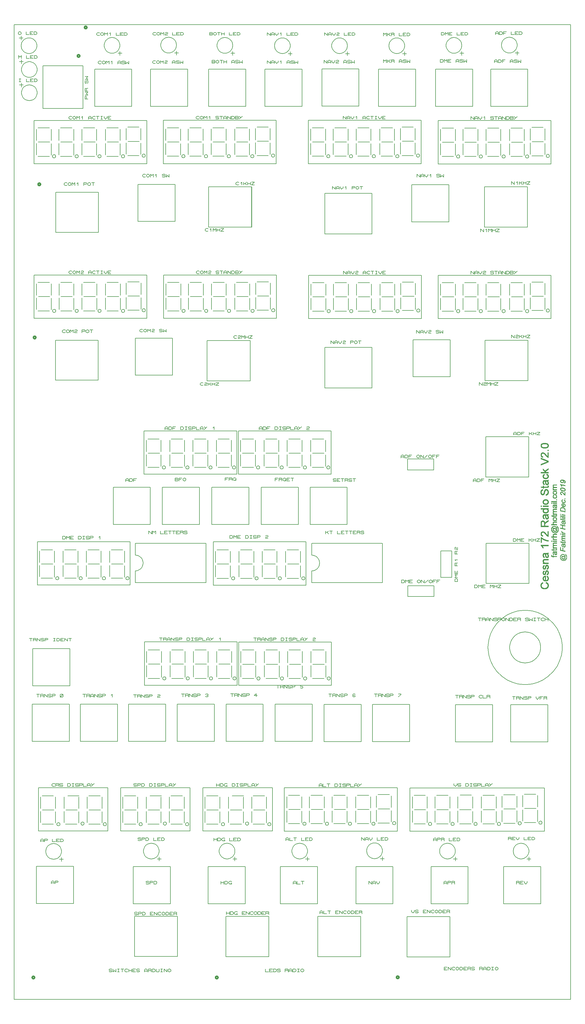
<source format=gbr>
G04 PROTEUS GERBER X2 FILE*
%TF.GenerationSoftware,Labcenter,Proteus,8.6-SP2-Build23525*%
%TF.CreationDate,2019-12-11T18:44:10+00:00*%
%TF.FileFunction,Legend,Top*%
%TF.FilePolarity,Positive*%
%TF.Part,Single*%
%FSLAX45Y45*%
%MOMM*%
G01*
%TA.AperFunction,Profile*%
%ADD29C,0.203200*%
%TA.AperFunction,Material*%
%ADD72C,0.203200*%
%ADD73C,0.508000*%
%ADD30C,0.031750*%
%TD.AperFunction*%
D29*
X-9000000Y-15750000D02*
X+9000000Y-15750000D01*
X+9000000Y+15750000D01*
X-9000000Y+15750000D01*
X-9000000Y-15750000D01*
D72*
X-262540Y-10315080D02*
X+3387460Y-10315080D01*
X+3387460Y-8915080D01*
X-262540Y-8915080D01*
X-262540Y-10315080D01*
X+247460Y-9615080D02*
X-122540Y-9615080D01*
X+297460Y-9565080D02*
X+297460Y-9195080D01*
X-182540Y-9565080D02*
X-182540Y-9195080D01*
X+237460Y-9155080D02*
X-132540Y-9155080D01*
X+237460Y-10075080D02*
X-132540Y-10075080D01*
X-182540Y-10025080D02*
X-182540Y-9655080D01*
X+297460Y-10035080D02*
X+297460Y-9665080D01*
X+438450Y-10075080D02*
X+438275Y-10070860D01*
X+436853Y-10062419D01*
X+433879Y-10053978D01*
X+429019Y-10045537D01*
X+421587Y-10037194D01*
X+413146Y-10031032D01*
X+404705Y-10027095D01*
X+396264Y-10024856D01*
X+387823Y-10024091D01*
X+387460Y-10024090D01*
X+336470Y-10075080D02*
X+336645Y-10070860D01*
X+338067Y-10062419D01*
X+341041Y-10053978D01*
X+345901Y-10045537D01*
X+353333Y-10037194D01*
X+361774Y-10031032D01*
X+370215Y-10027095D01*
X+378656Y-10024856D01*
X+387097Y-10024091D01*
X+387460Y-10024090D01*
X+336470Y-10075080D02*
X+336645Y-10079300D01*
X+338067Y-10087741D01*
X+341041Y-10096182D01*
X+345901Y-10104623D01*
X+353333Y-10112966D01*
X+361774Y-10119128D01*
X+370215Y-10123065D01*
X+378656Y-10125304D01*
X+387097Y-10126069D01*
X+387460Y-10126070D01*
X+438450Y-10075080D02*
X+438275Y-10079300D01*
X+436853Y-10087741D01*
X+433879Y-10096182D01*
X+429019Y-10104623D01*
X+421587Y-10112966D01*
X+413146Y-10119128D01*
X+404705Y-10123065D01*
X+396264Y-10125304D01*
X+387823Y-10126069D01*
X+387460Y-10126070D01*
X+977460Y-9615080D02*
X+607460Y-9615080D01*
X+1027460Y-9565080D02*
X+1027460Y-9195080D01*
X+547460Y-9565080D02*
X+547460Y-9195080D01*
X+967460Y-9155080D02*
X+597460Y-9155080D01*
X+967460Y-10075080D02*
X+597460Y-10075080D01*
X+547460Y-10025080D02*
X+547460Y-9655080D01*
X+1027460Y-10035080D02*
X+1027460Y-9665080D01*
X+1168450Y-10075080D02*
X+1168275Y-10070860D01*
X+1166853Y-10062419D01*
X+1163879Y-10053978D01*
X+1159019Y-10045537D01*
X+1151587Y-10037194D01*
X+1143146Y-10031032D01*
X+1134705Y-10027095D01*
X+1126264Y-10024856D01*
X+1117823Y-10024091D01*
X+1117460Y-10024090D01*
X+1066470Y-10075080D02*
X+1066645Y-10070860D01*
X+1068067Y-10062419D01*
X+1071041Y-10053978D01*
X+1075901Y-10045537D01*
X+1083333Y-10037194D01*
X+1091774Y-10031032D01*
X+1100215Y-10027095D01*
X+1108656Y-10024856D01*
X+1117097Y-10024091D01*
X+1117460Y-10024090D01*
X+1066470Y-10075080D02*
X+1066645Y-10079300D01*
X+1068067Y-10087741D01*
X+1071041Y-10096182D01*
X+1075901Y-10104623D01*
X+1083333Y-10112966D01*
X+1091774Y-10119128D01*
X+1100215Y-10123065D01*
X+1108656Y-10125304D01*
X+1117097Y-10126069D01*
X+1117460Y-10126070D01*
X+1168450Y-10075080D02*
X+1168275Y-10079300D01*
X+1166853Y-10087741D01*
X+1163879Y-10096182D01*
X+1159019Y-10104623D01*
X+1151587Y-10112966D01*
X+1143146Y-10119128D01*
X+1134705Y-10123065D01*
X+1126264Y-10125304D01*
X+1117823Y-10126069D01*
X+1117460Y-10126070D01*
X+1717460Y-9615080D02*
X+1347460Y-9615080D01*
X+1767460Y-9565080D02*
X+1767460Y-9195080D01*
X+1287460Y-9565080D02*
X+1287460Y-9195080D01*
X+1707460Y-9155080D02*
X+1337460Y-9155080D01*
X+1707460Y-10075080D02*
X+1337460Y-10075080D01*
X+1287460Y-10025080D02*
X+1287460Y-9655080D01*
X+1767460Y-10035080D02*
X+1767460Y-9665080D01*
X+1908450Y-10075080D02*
X+1908275Y-10070860D01*
X+1906853Y-10062419D01*
X+1903879Y-10053978D01*
X+1899019Y-10045537D01*
X+1891587Y-10037194D01*
X+1883146Y-10031032D01*
X+1874705Y-10027095D01*
X+1866264Y-10024856D01*
X+1857823Y-10024091D01*
X+1857460Y-10024090D01*
X+1806470Y-10075080D02*
X+1806645Y-10070860D01*
X+1808067Y-10062419D01*
X+1811041Y-10053978D01*
X+1815901Y-10045537D01*
X+1823333Y-10037194D01*
X+1831774Y-10031032D01*
X+1840215Y-10027095D01*
X+1848656Y-10024856D01*
X+1857097Y-10024091D01*
X+1857460Y-10024090D01*
X+1806470Y-10075080D02*
X+1806645Y-10079300D01*
X+1808067Y-10087741D01*
X+1811041Y-10096182D01*
X+1815901Y-10104623D01*
X+1823333Y-10112966D01*
X+1831774Y-10119128D01*
X+1840215Y-10123065D01*
X+1848656Y-10125304D01*
X+1857097Y-10126069D01*
X+1857460Y-10126070D01*
X+1908450Y-10075080D02*
X+1908275Y-10079300D01*
X+1906853Y-10087741D01*
X+1903879Y-10096182D01*
X+1899019Y-10104623D01*
X+1891587Y-10112966D01*
X+1883146Y-10119128D01*
X+1874705Y-10123065D01*
X+1866264Y-10125304D01*
X+1857823Y-10126069D01*
X+1857460Y-10126070D01*
X+2477460Y-9615080D02*
X+2107460Y-9615080D01*
X+2527460Y-9565080D02*
X+2527460Y-9195080D01*
X+2047460Y-9565080D02*
X+2047460Y-9195080D01*
X+2467460Y-9155080D02*
X+2097460Y-9155080D01*
X+2467460Y-10075080D02*
X+2097460Y-10075080D01*
X+2047460Y-10025080D02*
X+2047460Y-9655080D01*
X+2527460Y-10035080D02*
X+2527460Y-9665080D01*
X+2668450Y-10075080D02*
X+2668275Y-10070860D01*
X+2666853Y-10062419D01*
X+2663879Y-10053978D01*
X+2659019Y-10045537D01*
X+2651587Y-10037194D01*
X+2643146Y-10031032D01*
X+2634705Y-10027095D01*
X+2626264Y-10024856D01*
X+2617823Y-10024091D01*
X+2617460Y-10024090D01*
X+2566470Y-10075080D02*
X+2566645Y-10070860D01*
X+2568067Y-10062419D01*
X+2571041Y-10053978D01*
X+2575901Y-10045537D01*
X+2583333Y-10037194D01*
X+2591774Y-10031032D01*
X+2600215Y-10027095D01*
X+2608656Y-10024856D01*
X+2617097Y-10024091D01*
X+2617460Y-10024090D01*
X+2566470Y-10075080D02*
X+2566645Y-10079300D01*
X+2568067Y-10087741D01*
X+2571041Y-10096182D01*
X+2575901Y-10104623D01*
X+2583333Y-10112966D01*
X+2591774Y-10119128D01*
X+2600215Y-10123065D01*
X+2608656Y-10125304D01*
X+2617097Y-10126069D01*
X+2617460Y-10126070D01*
X+2668450Y-10075080D02*
X+2668275Y-10079300D01*
X+2666853Y-10087741D01*
X+2663879Y-10096182D01*
X+2659019Y-10104623D01*
X+2651587Y-10112966D01*
X+2643146Y-10119128D01*
X+2634705Y-10123065D01*
X+2626264Y-10125304D01*
X+2617823Y-10126069D01*
X+2617460Y-10126070D01*
X+3147460Y-9595080D02*
X+2777460Y-9595080D01*
X+3197460Y-9545080D02*
X+3197460Y-9175080D01*
X+2717460Y-9545080D02*
X+2717460Y-9175080D01*
X+3137460Y-9135080D02*
X+2767460Y-9135080D01*
X+3137460Y-10055080D02*
X+2767460Y-10055080D01*
X+2717460Y-10005080D02*
X+2717460Y-9635080D01*
X+3197460Y-10015080D02*
X+3197460Y-9645080D01*
X+3338450Y-10055080D02*
X+3338275Y-10050860D01*
X+3336853Y-10042419D01*
X+3333879Y-10033978D01*
X+3329019Y-10025537D01*
X+3321587Y-10017194D01*
X+3313146Y-10011032D01*
X+3304705Y-10007095D01*
X+3296264Y-10004856D01*
X+3287823Y-10004091D01*
X+3287460Y-10004090D01*
X+3236470Y-10055080D02*
X+3236645Y-10050860D01*
X+3238067Y-10042419D01*
X+3241041Y-10033978D01*
X+3245901Y-10025537D01*
X+3253333Y-10017194D01*
X+3261774Y-10011032D01*
X+3270215Y-10007095D01*
X+3278656Y-10004856D01*
X+3287097Y-10004091D01*
X+3287460Y-10004090D01*
X+3236470Y-10055080D02*
X+3236645Y-10059300D01*
X+3238067Y-10067741D01*
X+3241041Y-10076182D01*
X+3245901Y-10084623D01*
X+3253333Y-10092966D01*
X+3261774Y-10099128D01*
X+3270215Y-10103065D01*
X+3278656Y-10105304D01*
X+3287097Y-10106069D01*
X+3287460Y-10106070D01*
X+3338450Y-10055080D02*
X+3338275Y-10059300D01*
X+3336853Y-10067741D01*
X+3333879Y-10076182D01*
X+3329019Y-10084623D01*
X+3321587Y-10092966D01*
X+3313146Y-10099128D01*
X+3304705Y-10103065D01*
X+3296264Y-10105304D01*
X+3287823Y-10106069D01*
X+3287460Y-10106070D01*
X+863960Y-8874440D02*
X+863960Y-8813480D01*
X+895710Y-8783000D01*
X+927460Y-8783000D01*
X+959210Y-8813480D01*
X+959210Y-8874440D01*
X+863960Y-8843960D02*
X+959210Y-8843960D01*
X+990960Y-8783000D02*
X+990960Y-8874440D01*
X+1086210Y-8874440D01*
X+1117960Y-8783000D02*
X+1213210Y-8783000D01*
X+1165585Y-8783000D02*
X+1165585Y-8874440D01*
X+1371960Y-8874440D02*
X+1371960Y-8783000D01*
X+1435460Y-8783000D01*
X+1467210Y-8813480D01*
X+1467210Y-8843960D01*
X+1435460Y-8874440D01*
X+1371960Y-8874440D01*
X+1514835Y-8783000D02*
X+1578335Y-8783000D01*
X+1546585Y-8783000D02*
X+1546585Y-8874440D01*
X+1514835Y-8874440D02*
X+1578335Y-8874440D01*
X+1625960Y-8859200D02*
X+1641835Y-8874440D01*
X+1705335Y-8874440D01*
X+1721210Y-8859200D01*
X+1721210Y-8843960D01*
X+1705335Y-8828720D01*
X+1641835Y-8828720D01*
X+1625960Y-8813480D01*
X+1625960Y-8798240D01*
X+1641835Y-8783000D01*
X+1705335Y-8783000D01*
X+1721210Y-8798240D01*
X+1752960Y-8874440D02*
X+1752960Y-8783000D01*
X+1832335Y-8783000D01*
X+1848210Y-8798240D01*
X+1848210Y-8813480D01*
X+1832335Y-8828720D01*
X+1752960Y-8828720D01*
X+1879960Y-8783000D02*
X+1879960Y-8874440D01*
X+1975210Y-8874440D01*
X+2006960Y-8874440D02*
X+2006960Y-8813480D01*
X+2038710Y-8783000D01*
X+2070460Y-8783000D01*
X+2102210Y-8813480D01*
X+2102210Y-8874440D01*
X+2006960Y-8843960D02*
X+2102210Y-8843960D01*
X+2229210Y-8783000D02*
X+2133960Y-8874440D01*
X+2133960Y-8783000D02*
X+2181585Y-8828720D01*
X+3800000Y-10320000D02*
X+8150000Y-10320000D01*
X+8150000Y-8920000D01*
X+3800000Y-8920000D01*
X+3800000Y-10320000D01*
X+4310000Y-9620000D02*
X+3940000Y-9620000D01*
X+4360000Y-9570000D02*
X+4360000Y-9200000D01*
X+3880000Y-9570000D02*
X+3880000Y-9200000D01*
X+4300000Y-9160000D02*
X+3930000Y-9160000D01*
X+4300000Y-10080000D02*
X+3930000Y-10080000D01*
X+3880000Y-10030000D02*
X+3880000Y-9660000D01*
X+4360000Y-10040000D02*
X+4360000Y-9670000D01*
X+4500990Y-10080000D02*
X+4500815Y-10075780D01*
X+4499393Y-10067339D01*
X+4496419Y-10058898D01*
X+4491559Y-10050457D01*
X+4484127Y-10042114D01*
X+4475686Y-10035952D01*
X+4467245Y-10032015D01*
X+4458804Y-10029776D01*
X+4450363Y-10029011D01*
X+4450000Y-10029010D01*
X+4399010Y-10080000D02*
X+4399185Y-10075780D01*
X+4400607Y-10067339D01*
X+4403581Y-10058898D01*
X+4408441Y-10050457D01*
X+4415873Y-10042114D01*
X+4424314Y-10035952D01*
X+4432755Y-10032015D01*
X+4441196Y-10029776D01*
X+4449637Y-10029011D01*
X+4450000Y-10029010D01*
X+4399010Y-10080000D02*
X+4399185Y-10084220D01*
X+4400607Y-10092661D01*
X+4403581Y-10101102D01*
X+4408441Y-10109543D01*
X+4415873Y-10117886D01*
X+4424314Y-10124048D01*
X+4432755Y-10127985D01*
X+4441196Y-10130224D01*
X+4449637Y-10130989D01*
X+4450000Y-10130990D01*
X+4500990Y-10080000D02*
X+4500815Y-10084220D01*
X+4499393Y-10092661D01*
X+4496419Y-10101102D01*
X+4491559Y-10109543D01*
X+4484127Y-10117886D01*
X+4475686Y-10124048D01*
X+4467245Y-10127985D01*
X+4458804Y-10130224D01*
X+4450363Y-10130989D01*
X+4450000Y-10130990D01*
X+5040000Y-9620000D02*
X+4670000Y-9620000D01*
X+5090000Y-9570000D02*
X+5090000Y-9200000D01*
X+4610000Y-9570000D02*
X+4610000Y-9200000D01*
X+5030000Y-9160000D02*
X+4660000Y-9160000D01*
X+5030000Y-10080000D02*
X+4660000Y-10080000D01*
X+4610000Y-10030000D02*
X+4610000Y-9660000D01*
X+5090000Y-10040000D02*
X+5090000Y-9670000D01*
X+5230990Y-10080000D02*
X+5230815Y-10075780D01*
X+5229393Y-10067339D01*
X+5226419Y-10058898D01*
X+5221559Y-10050457D01*
X+5214127Y-10042114D01*
X+5205686Y-10035952D01*
X+5197245Y-10032015D01*
X+5188804Y-10029776D01*
X+5180363Y-10029011D01*
X+5180000Y-10029010D01*
X+5129010Y-10080000D02*
X+5129185Y-10075780D01*
X+5130607Y-10067339D01*
X+5133581Y-10058898D01*
X+5138441Y-10050457D01*
X+5145873Y-10042114D01*
X+5154314Y-10035952D01*
X+5162755Y-10032015D01*
X+5171196Y-10029776D01*
X+5179637Y-10029011D01*
X+5180000Y-10029010D01*
X+5129010Y-10080000D02*
X+5129185Y-10084220D01*
X+5130607Y-10092661D01*
X+5133581Y-10101102D01*
X+5138441Y-10109543D01*
X+5145873Y-10117886D01*
X+5154314Y-10124048D01*
X+5162755Y-10127985D01*
X+5171196Y-10130224D01*
X+5179637Y-10130989D01*
X+5180000Y-10130990D01*
X+5230990Y-10080000D02*
X+5230815Y-10084220D01*
X+5229393Y-10092661D01*
X+5226419Y-10101102D01*
X+5221559Y-10109543D01*
X+5214127Y-10117886D01*
X+5205686Y-10124048D01*
X+5197245Y-10127985D01*
X+5188804Y-10130224D01*
X+5180363Y-10130989D01*
X+5180000Y-10130990D01*
X+5780000Y-9620000D02*
X+5410000Y-9620000D01*
X+5830000Y-9570000D02*
X+5830000Y-9200000D01*
X+5350000Y-9570000D02*
X+5350000Y-9200000D01*
X+5790000Y-9150000D02*
X+5420000Y-9150000D01*
X+5780000Y-10080000D02*
X+5410000Y-10080000D01*
X+5350000Y-10030000D02*
X+5350000Y-9660000D01*
X+5830000Y-10040000D02*
X+5830000Y-9670000D01*
X+5970990Y-10080000D02*
X+5970815Y-10075780D01*
X+5969393Y-10067339D01*
X+5966419Y-10058898D01*
X+5961559Y-10050457D01*
X+5954127Y-10042114D01*
X+5945686Y-10035952D01*
X+5937245Y-10032015D01*
X+5928804Y-10029776D01*
X+5920363Y-10029011D01*
X+5920000Y-10029010D01*
X+5869010Y-10080000D02*
X+5869185Y-10075780D01*
X+5870607Y-10067339D01*
X+5873581Y-10058898D01*
X+5878441Y-10050457D01*
X+5885873Y-10042114D01*
X+5894314Y-10035952D01*
X+5902755Y-10032015D01*
X+5911196Y-10029776D01*
X+5919637Y-10029011D01*
X+5920000Y-10029010D01*
X+5869010Y-10080000D02*
X+5869185Y-10084220D01*
X+5870607Y-10092661D01*
X+5873581Y-10101102D01*
X+5878441Y-10109543D01*
X+5885873Y-10117886D01*
X+5894314Y-10124048D01*
X+5902755Y-10127985D01*
X+5911196Y-10130224D01*
X+5919637Y-10130989D01*
X+5920000Y-10130990D01*
X+5970990Y-10080000D02*
X+5970815Y-10084220D01*
X+5969393Y-10092661D01*
X+5966419Y-10101102D01*
X+5961559Y-10109543D01*
X+5954127Y-10117886D01*
X+5945686Y-10124048D01*
X+5937245Y-10127985D01*
X+5928804Y-10130224D01*
X+5920363Y-10130989D01*
X+5920000Y-10130990D01*
X+6540000Y-9620000D02*
X+6170000Y-9620000D01*
X+6590000Y-9570000D02*
X+6590000Y-9200000D01*
X+6110000Y-9570000D02*
X+6110000Y-9200000D01*
X+6530000Y-9160000D02*
X+6160000Y-9160000D01*
X+6530000Y-10080000D02*
X+6160000Y-10080000D01*
X+6110000Y-10030000D02*
X+6110000Y-9660000D01*
X+6590000Y-10040000D02*
X+6590000Y-9670000D01*
X+6730990Y-10080000D02*
X+6730815Y-10075780D01*
X+6729393Y-10067339D01*
X+6726419Y-10058898D01*
X+6721559Y-10050457D01*
X+6714127Y-10042114D01*
X+6705686Y-10035952D01*
X+6697245Y-10032015D01*
X+6688804Y-10029776D01*
X+6680363Y-10029011D01*
X+6680000Y-10029010D01*
X+6629010Y-10080000D02*
X+6629185Y-10075780D01*
X+6630607Y-10067339D01*
X+6633581Y-10058898D01*
X+6638441Y-10050457D01*
X+6645873Y-10042114D01*
X+6654314Y-10035952D01*
X+6662755Y-10032015D01*
X+6671196Y-10029776D01*
X+6679637Y-10029011D01*
X+6680000Y-10029010D01*
X+6629010Y-10080000D02*
X+6629185Y-10084220D01*
X+6630607Y-10092661D01*
X+6633581Y-10101102D01*
X+6638441Y-10109543D01*
X+6645873Y-10117886D01*
X+6654314Y-10124048D01*
X+6662755Y-10127985D01*
X+6671196Y-10130224D01*
X+6679637Y-10130989D01*
X+6680000Y-10130990D01*
X+6730990Y-10080000D02*
X+6730815Y-10084220D01*
X+6729393Y-10092661D01*
X+6726419Y-10101102D01*
X+6721559Y-10109543D01*
X+6714127Y-10117886D01*
X+6705686Y-10124048D01*
X+6697245Y-10127985D01*
X+6688804Y-10130224D01*
X+6680363Y-10130989D01*
X+6680000Y-10130990D01*
X+7210000Y-9600000D02*
X+6840000Y-9600000D01*
X+7260000Y-9550000D02*
X+7260000Y-9180000D01*
X+6780000Y-9550000D02*
X+6780000Y-9180000D01*
X+7200000Y-9140000D02*
X+6830000Y-9140000D01*
X+7200000Y-10060000D02*
X+6830000Y-10060000D01*
X+6780000Y-10010000D02*
X+6780000Y-9640000D01*
X+7260000Y-10020000D02*
X+7260000Y-9650000D01*
X+7400990Y-10060000D02*
X+7400815Y-10055780D01*
X+7399393Y-10047339D01*
X+7396419Y-10038898D01*
X+7391559Y-10030457D01*
X+7384127Y-10022114D01*
X+7375686Y-10015952D01*
X+7367245Y-10012015D01*
X+7358804Y-10009776D01*
X+7350363Y-10009011D01*
X+7350000Y-10009010D01*
X+7299010Y-10060000D02*
X+7299185Y-10055780D01*
X+7300607Y-10047339D01*
X+7303581Y-10038898D01*
X+7308441Y-10030457D01*
X+7315873Y-10022114D01*
X+7324314Y-10015952D01*
X+7332755Y-10012015D01*
X+7341196Y-10009776D01*
X+7349637Y-10009011D01*
X+7350000Y-10009010D01*
X+7299010Y-10060000D02*
X+7299185Y-10064220D01*
X+7300607Y-10072661D01*
X+7303581Y-10081102D01*
X+7308441Y-10089543D01*
X+7315873Y-10097886D01*
X+7324314Y-10104048D01*
X+7332755Y-10107985D01*
X+7341196Y-10110224D01*
X+7349637Y-10110989D01*
X+7350000Y-10110990D01*
X+7400990Y-10060000D02*
X+7400815Y-10064220D01*
X+7399393Y-10072661D01*
X+7396419Y-10081102D01*
X+7391559Y-10089543D01*
X+7384127Y-10097886D01*
X+7375686Y-10104048D01*
X+7367245Y-10107985D01*
X+7358804Y-10110224D01*
X+7350363Y-10110989D01*
X+7350000Y-10110990D01*
X+7880000Y-9580000D02*
X+7510000Y-9580000D01*
X+7930000Y-9530000D02*
X+7930000Y-9160000D01*
X+7450000Y-9530000D02*
X+7450000Y-9160000D01*
X+7870000Y-9120000D02*
X+7500000Y-9120000D01*
X+7870000Y-10040000D02*
X+7500000Y-10040000D01*
X+7450000Y-9990000D02*
X+7450000Y-9620000D01*
X+7930000Y-10000000D02*
X+7930000Y-9630000D01*
X+8070990Y-10040000D02*
X+8070815Y-10035780D01*
X+8069393Y-10027339D01*
X+8066419Y-10018898D01*
X+8061559Y-10010457D01*
X+8054127Y-10002114D01*
X+8045686Y-9995952D01*
X+8037245Y-9992015D01*
X+8028804Y-9989776D01*
X+8020363Y-9989011D01*
X+8020000Y-9989010D01*
X+7969010Y-10040000D02*
X+7969185Y-10035780D01*
X+7970607Y-10027339D01*
X+7973581Y-10018898D01*
X+7978441Y-10010457D01*
X+7985873Y-10002114D01*
X+7994314Y-9995952D01*
X+8002755Y-9992015D01*
X+8011196Y-9989776D01*
X+8019637Y-9989011D01*
X+8020000Y-9989010D01*
X+7969010Y-10040000D02*
X+7969185Y-10044220D01*
X+7970607Y-10052661D01*
X+7973581Y-10061102D01*
X+7978441Y-10069543D01*
X+7985873Y-10077886D01*
X+7994314Y-10084048D01*
X+8002755Y-10087985D01*
X+8011196Y-10090224D01*
X+8019637Y-10090989D01*
X+8020000Y-10090990D01*
X+8070990Y-10040000D02*
X+8070815Y-10044220D01*
X+8069393Y-10052661D01*
X+8066419Y-10061102D01*
X+8061559Y-10069543D01*
X+8054127Y-10077886D01*
X+8045686Y-10084048D01*
X+8037245Y-10087985D01*
X+8028804Y-10090224D01*
X+8020363Y-10090989D01*
X+8020000Y-10090990D01*
X+5223000Y-8777920D02*
X+5223000Y-8823640D01*
X+5270625Y-8869360D01*
X+5318250Y-8823640D01*
X+5318250Y-8777920D01*
X+5350000Y-8854120D02*
X+5365875Y-8869360D01*
X+5429375Y-8869360D01*
X+5445250Y-8854120D01*
X+5445250Y-8838880D01*
X+5429375Y-8823640D01*
X+5365875Y-8823640D01*
X+5350000Y-8808400D01*
X+5350000Y-8793160D01*
X+5365875Y-8777920D01*
X+5429375Y-8777920D01*
X+5445250Y-8793160D01*
X+5604000Y-8869360D02*
X+5604000Y-8777920D01*
X+5667500Y-8777920D01*
X+5699250Y-8808400D01*
X+5699250Y-8838880D01*
X+5667500Y-8869360D01*
X+5604000Y-8869360D01*
X+5746875Y-8777920D02*
X+5810375Y-8777920D01*
X+5778625Y-8777920D02*
X+5778625Y-8869360D01*
X+5746875Y-8869360D02*
X+5810375Y-8869360D01*
X+5858000Y-8854120D02*
X+5873875Y-8869360D01*
X+5937375Y-8869360D01*
X+5953250Y-8854120D01*
X+5953250Y-8838880D01*
X+5937375Y-8823640D01*
X+5873875Y-8823640D01*
X+5858000Y-8808400D01*
X+5858000Y-8793160D01*
X+5873875Y-8777920D01*
X+5937375Y-8777920D01*
X+5953250Y-8793160D01*
X+5985000Y-8869360D02*
X+5985000Y-8777920D01*
X+6064375Y-8777920D01*
X+6080250Y-8793160D01*
X+6080250Y-8808400D01*
X+6064375Y-8823640D01*
X+5985000Y-8823640D01*
X+6112000Y-8777920D02*
X+6112000Y-8869360D01*
X+6207250Y-8869360D01*
X+6239000Y-8869360D02*
X+6239000Y-8808400D01*
X+6270750Y-8777920D01*
X+6302500Y-8777920D01*
X+6334250Y-8808400D01*
X+6334250Y-8869360D01*
X+6239000Y-8838880D02*
X+6334250Y-8838880D01*
X+6461250Y-8777920D02*
X+6366000Y-8869360D01*
X+6366000Y-8777920D02*
X+6413625Y-8823640D01*
X-2900000Y-10310000D02*
X-650000Y-10310000D01*
X-650000Y-8910000D01*
X-2900000Y-8910000D01*
X-2900000Y-10310000D01*
X-2400000Y-9630000D02*
X-2770000Y-9630000D01*
X-2350000Y-9580000D02*
X-2350000Y-9210000D01*
X-2830000Y-9580000D02*
X-2830000Y-9210000D01*
X-2410000Y-9170000D02*
X-2780000Y-9170000D01*
X-2410000Y-10090000D02*
X-2780000Y-10090000D01*
X-2830000Y-10040000D02*
X-2830000Y-9670000D01*
X-2350000Y-10050000D02*
X-2350000Y-9680000D01*
X-2199010Y-10090000D02*
X-2199185Y-10085780D01*
X-2200607Y-10077339D01*
X-2203581Y-10068898D01*
X-2208441Y-10060457D01*
X-2215873Y-10052114D01*
X-2224314Y-10045952D01*
X-2232755Y-10042015D01*
X-2241196Y-10039776D01*
X-2249637Y-10039011D01*
X-2250000Y-10039010D01*
X-2300990Y-10090000D02*
X-2300815Y-10085780D01*
X-2299393Y-10077339D01*
X-2296419Y-10068898D01*
X-2291559Y-10060457D01*
X-2284127Y-10052114D01*
X-2275686Y-10045952D01*
X-2267245Y-10042015D01*
X-2258804Y-10039776D01*
X-2250363Y-10039011D01*
X-2250000Y-10039010D01*
X-2300990Y-10090000D02*
X-2300815Y-10094220D01*
X-2299393Y-10102661D01*
X-2296419Y-10111102D01*
X-2291559Y-10119543D01*
X-2284127Y-10127886D01*
X-2275686Y-10134048D01*
X-2267245Y-10137985D01*
X-2258804Y-10140224D01*
X-2250363Y-10140989D01*
X-2250000Y-10140990D01*
X-2199010Y-10090000D02*
X-2199185Y-10094220D01*
X-2200607Y-10102661D01*
X-2203581Y-10111102D01*
X-2208441Y-10119543D01*
X-2215873Y-10127886D01*
X-2224314Y-10134048D01*
X-2232755Y-10137985D01*
X-2241196Y-10140224D01*
X-2249637Y-10140989D01*
X-2250000Y-10140990D01*
X-1640000Y-9630000D02*
X-2010000Y-9630000D01*
X-1590000Y-9580000D02*
X-1590000Y-9210000D01*
X-2070000Y-9580000D02*
X-2070000Y-9210000D01*
X-1580000Y-9170000D02*
X-1950000Y-9170000D01*
X-1650000Y-10090000D02*
X-2020000Y-10090000D01*
X-2070000Y-10040000D02*
X-2070000Y-9670000D01*
X-1590000Y-10050000D02*
X-1590000Y-9680000D01*
X-1419010Y-10070000D02*
X-1419185Y-10065780D01*
X-1420607Y-10057339D01*
X-1423581Y-10048898D01*
X-1428441Y-10040457D01*
X-1435873Y-10032114D01*
X-1444314Y-10025952D01*
X-1452755Y-10022015D01*
X-1461196Y-10019776D01*
X-1469637Y-10019011D01*
X-1470000Y-10019010D01*
X-1520990Y-10070000D02*
X-1520815Y-10065780D01*
X-1519393Y-10057339D01*
X-1516419Y-10048898D01*
X-1511559Y-10040457D01*
X-1504127Y-10032114D01*
X-1495686Y-10025952D01*
X-1487245Y-10022015D01*
X-1478804Y-10019776D01*
X-1470363Y-10019011D01*
X-1470000Y-10019010D01*
X-1520990Y-10070000D02*
X-1520815Y-10074220D01*
X-1519393Y-10082661D01*
X-1516419Y-10091102D01*
X-1511559Y-10099543D01*
X-1504127Y-10107886D01*
X-1495686Y-10114048D01*
X-1487245Y-10117985D01*
X-1478804Y-10120224D01*
X-1470363Y-10120989D01*
X-1470000Y-10120990D01*
X-1419010Y-10070000D02*
X-1419185Y-10074220D01*
X-1420607Y-10082661D01*
X-1423581Y-10091102D01*
X-1428441Y-10099543D01*
X-1435873Y-10107886D01*
X-1444314Y-10114048D01*
X-1452755Y-10117985D01*
X-1461196Y-10120224D01*
X-1469637Y-10120989D01*
X-1470000Y-10120990D01*
X-890000Y-9630000D02*
X-1260000Y-9630000D01*
X-840000Y-9580000D02*
X-840000Y-9210000D01*
X-1320000Y-9580000D02*
X-1320000Y-9210000D01*
X-900000Y-9170000D02*
X-1270000Y-9170000D01*
X-900000Y-10090000D02*
X-1270000Y-10090000D01*
X-1320000Y-10040000D02*
X-1320000Y-9670000D01*
X-840000Y-10050000D02*
X-840000Y-9680000D01*
X-699010Y-10090000D02*
X-699185Y-10085780D01*
X-700607Y-10077339D01*
X-703581Y-10068898D01*
X-708441Y-10060457D01*
X-715873Y-10052114D01*
X-724314Y-10045952D01*
X-732755Y-10042015D01*
X-741196Y-10039776D01*
X-749637Y-10039011D01*
X-750000Y-10039010D01*
X-800990Y-10090000D02*
X-800815Y-10085780D01*
X-799393Y-10077339D01*
X-796419Y-10068898D01*
X-791559Y-10060457D01*
X-784127Y-10052114D01*
X-775686Y-10045952D01*
X-767245Y-10042015D01*
X-758804Y-10039776D01*
X-750363Y-10039011D01*
X-750000Y-10039010D01*
X-800990Y-10090000D02*
X-800815Y-10094220D01*
X-799393Y-10102661D01*
X-796419Y-10111102D01*
X-791559Y-10119543D01*
X-784127Y-10127886D01*
X-775686Y-10134048D01*
X-767245Y-10137985D01*
X-758804Y-10140224D01*
X-750363Y-10140989D01*
X-750000Y-10140990D01*
X-699010Y-10090000D02*
X-699185Y-10094220D01*
X-700607Y-10102661D01*
X-703581Y-10111102D01*
X-708441Y-10119543D01*
X-715873Y-10127886D01*
X-724314Y-10134048D01*
X-732755Y-10137985D01*
X-741196Y-10140224D01*
X-749637Y-10140989D01*
X-750000Y-10140990D01*
X-2462567Y-8870267D02*
X-2462567Y-8778827D01*
X-2367317Y-8778827D02*
X-2367317Y-8870267D01*
X-2462567Y-8824547D02*
X-2367317Y-8824547D01*
X-2335567Y-8870267D02*
X-2335567Y-8778827D01*
X-2272067Y-8778827D01*
X-2240317Y-8809307D01*
X-2240317Y-8839787D01*
X-2272067Y-8870267D01*
X-2335567Y-8870267D01*
X-2145067Y-8839787D02*
X-2113317Y-8839787D01*
X-2113317Y-8870267D01*
X-2176817Y-8870267D01*
X-2208567Y-8839787D01*
X-2208567Y-8809307D01*
X-2176817Y-8778827D01*
X-2129192Y-8778827D01*
X-2113317Y-8794067D01*
X-1954567Y-8870267D02*
X-1954567Y-8778827D01*
X-1891067Y-8778827D01*
X-1859317Y-8809307D01*
X-1859317Y-8839787D01*
X-1891067Y-8870267D01*
X-1954567Y-8870267D01*
X-1811692Y-8778827D02*
X-1748192Y-8778827D01*
X-1779942Y-8778827D02*
X-1779942Y-8870267D01*
X-1811692Y-8870267D02*
X-1748192Y-8870267D01*
X-1700567Y-8855027D02*
X-1684692Y-8870267D01*
X-1621192Y-8870267D01*
X-1605317Y-8855027D01*
X-1605317Y-8839787D01*
X-1621192Y-8824547D01*
X-1684692Y-8824547D01*
X-1700567Y-8809307D01*
X-1700567Y-8794067D01*
X-1684692Y-8778827D01*
X-1621192Y-8778827D01*
X-1605317Y-8794067D01*
X-1573567Y-8870267D02*
X-1573567Y-8778827D01*
X-1494192Y-8778827D01*
X-1478317Y-8794067D01*
X-1478317Y-8809307D01*
X-1494192Y-8824547D01*
X-1573567Y-8824547D01*
X-1446567Y-8778827D02*
X-1446567Y-8870267D01*
X-1351317Y-8870267D01*
X-1319567Y-8870267D02*
X-1319567Y-8809307D01*
X-1287817Y-8778827D01*
X-1256067Y-8778827D01*
X-1224317Y-8809307D01*
X-1224317Y-8870267D01*
X-1319567Y-8839787D02*
X-1224317Y-8839787D01*
X-1097317Y-8778827D02*
X-1192567Y-8870267D01*
X-1192567Y-8778827D02*
X-1144942Y-8824547D01*
X-8220000Y-10310000D02*
X-5970000Y-10310000D01*
X-5970000Y-8910000D01*
X-8220000Y-8910000D01*
X-8220000Y-10310000D01*
X-7720000Y-9630000D02*
X-8090000Y-9630000D01*
X-7670000Y-9580000D02*
X-7670000Y-9210000D01*
X-8150000Y-9580000D02*
X-8150000Y-9210000D01*
X-7730000Y-9170000D02*
X-8100000Y-9170000D01*
X-7730000Y-10090000D02*
X-8100000Y-10090000D01*
X-8150000Y-10040000D02*
X-8150000Y-9670000D01*
X-7670000Y-10050000D02*
X-7670000Y-9680000D01*
X-7519010Y-10090000D02*
X-7519185Y-10085780D01*
X-7520607Y-10077339D01*
X-7523581Y-10068898D01*
X-7528441Y-10060457D01*
X-7535873Y-10052114D01*
X-7544314Y-10045952D01*
X-7552755Y-10042015D01*
X-7561196Y-10039776D01*
X-7569637Y-10039011D01*
X-7570000Y-10039010D01*
X-7620990Y-10090000D02*
X-7620815Y-10085780D01*
X-7619393Y-10077339D01*
X-7616419Y-10068898D01*
X-7611559Y-10060457D01*
X-7604127Y-10052114D01*
X-7595686Y-10045952D01*
X-7587245Y-10042015D01*
X-7578804Y-10039776D01*
X-7570363Y-10039011D01*
X-7570000Y-10039010D01*
X-7620990Y-10090000D02*
X-7620815Y-10094220D01*
X-7619393Y-10102661D01*
X-7616419Y-10111102D01*
X-7611559Y-10119543D01*
X-7604127Y-10127886D01*
X-7595686Y-10134048D01*
X-7587245Y-10137985D01*
X-7578804Y-10140224D01*
X-7570363Y-10140989D01*
X-7570000Y-10140990D01*
X-7519010Y-10090000D02*
X-7519185Y-10094220D01*
X-7520607Y-10102661D01*
X-7523581Y-10111102D01*
X-7528441Y-10119543D01*
X-7535873Y-10127886D01*
X-7544314Y-10134048D01*
X-7552755Y-10137985D01*
X-7561196Y-10140224D01*
X-7569637Y-10140989D01*
X-7570000Y-10140990D01*
X-6960000Y-9630000D02*
X-7330000Y-9630000D01*
X-6910000Y-9580000D02*
X-6910000Y-9210000D01*
X-7390000Y-9580000D02*
X-7390000Y-9210000D01*
X-6900000Y-9170000D02*
X-7270000Y-9170000D01*
X-6970000Y-10090000D02*
X-7340000Y-10090000D01*
X-7390000Y-10040000D02*
X-7390000Y-9670000D01*
X-6910000Y-10050000D02*
X-6910000Y-9680000D01*
X-6739010Y-10070000D02*
X-6739185Y-10065780D01*
X-6740607Y-10057339D01*
X-6743581Y-10048898D01*
X-6748441Y-10040457D01*
X-6755873Y-10032114D01*
X-6764314Y-10025952D01*
X-6772755Y-10022015D01*
X-6781196Y-10019776D01*
X-6789637Y-10019011D01*
X-6790000Y-10019010D01*
X-6840990Y-10070000D02*
X-6840815Y-10065780D01*
X-6839393Y-10057339D01*
X-6836419Y-10048898D01*
X-6831559Y-10040457D01*
X-6824127Y-10032114D01*
X-6815686Y-10025952D01*
X-6807245Y-10022015D01*
X-6798804Y-10019776D01*
X-6790363Y-10019011D01*
X-6790000Y-10019010D01*
X-6840990Y-10070000D02*
X-6840815Y-10074220D01*
X-6839393Y-10082661D01*
X-6836419Y-10091102D01*
X-6831559Y-10099543D01*
X-6824127Y-10107886D01*
X-6815686Y-10114048D01*
X-6807245Y-10117985D01*
X-6798804Y-10120224D01*
X-6790363Y-10120989D01*
X-6790000Y-10120990D01*
X-6739010Y-10070000D02*
X-6739185Y-10074220D01*
X-6740607Y-10082661D01*
X-6743581Y-10091102D01*
X-6748441Y-10099543D01*
X-6755873Y-10107886D01*
X-6764314Y-10114048D01*
X-6772755Y-10117985D01*
X-6781196Y-10120224D01*
X-6789637Y-10120989D01*
X-6790000Y-10120990D01*
X-6210000Y-9630000D02*
X-6580000Y-9630000D01*
X-6160000Y-9580000D02*
X-6160000Y-9210000D01*
X-6640000Y-9580000D02*
X-6640000Y-9210000D01*
X-6220000Y-9170000D02*
X-6590000Y-9170000D01*
X-6220000Y-10090000D02*
X-6590000Y-10090000D01*
X-6640000Y-10040000D02*
X-6640000Y-9670000D01*
X-6160000Y-10050000D02*
X-6160000Y-9680000D01*
X-6019010Y-10090000D02*
X-6019185Y-10085780D01*
X-6020607Y-10077339D01*
X-6023581Y-10068898D01*
X-6028441Y-10060457D01*
X-6035873Y-10052114D01*
X-6044314Y-10045952D01*
X-6052755Y-10042015D01*
X-6061196Y-10039776D01*
X-6069637Y-10039011D01*
X-6070000Y-10039010D01*
X-6120990Y-10090000D02*
X-6120815Y-10085780D01*
X-6119393Y-10077339D01*
X-6116419Y-10068898D01*
X-6111559Y-10060457D01*
X-6104127Y-10052114D01*
X-6095686Y-10045952D01*
X-6087245Y-10042015D01*
X-6078804Y-10039776D01*
X-6070363Y-10039011D01*
X-6070000Y-10039010D01*
X-6120990Y-10090000D02*
X-6120815Y-10094220D01*
X-6119393Y-10102661D01*
X-6116419Y-10111102D01*
X-6111559Y-10119543D01*
X-6104127Y-10127886D01*
X-6095686Y-10134048D01*
X-6087245Y-10137985D01*
X-6078804Y-10140224D01*
X-6070363Y-10140989D01*
X-6070000Y-10140990D01*
X-6019010Y-10090000D02*
X-6019185Y-10094220D01*
X-6020607Y-10102661D01*
X-6023581Y-10111102D01*
X-6028441Y-10119543D01*
X-6035873Y-10127886D01*
X-6044314Y-10134048D01*
X-6052755Y-10137985D01*
X-6061196Y-10140224D01*
X-6069637Y-10140989D01*
X-6070000Y-10140990D01*
X-7685500Y-8854120D02*
X-7701375Y-8869360D01*
X-7749000Y-8869360D01*
X-7780750Y-8838880D01*
X-7780750Y-8808400D01*
X-7749000Y-8777920D01*
X-7701375Y-8777920D01*
X-7685500Y-8793160D01*
X-7653750Y-8869360D02*
X-7653750Y-8777920D01*
X-7574375Y-8777920D01*
X-7558500Y-8793160D01*
X-7558500Y-8808400D01*
X-7574375Y-8823640D01*
X-7653750Y-8823640D01*
X-7574375Y-8823640D02*
X-7558500Y-8838880D01*
X-7558500Y-8869360D01*
X-7526750Y-8854120D02*
X-7510875Y-8869360D01*
X-7447375Y-8869360D01*
X-7431500Y-8854120D01*
X-7431500Y-8838880D01*
X-7447375Y-8823640D01*
X-7510875Y-8823640D01*
X-7526750Y-8808400D01*
X-7526750Y-8793160D01*
X-7510875Y-8777920D01*
X-7447375Y-8777920D01*
X-7431500Y-8793160D01*
X-7272750Y-8869360D02*
X-7272750Y-8777920D01*
X-7209250Y-8777920D01*
X-7177500Y-8808400D01*
X-7177500Y-8838880D01*
X-7209250Y-8869360D01*
X-7272750Y-8869360D01*
X-7129875Y-8777920D02*
X-7066375Y-8777920D01*
X-7098125Y-8777920D02*
X-7098125Y-8869360D01*
X-7129875Y-8869360D02*
X-7066375Y-8869360D01*
X-7018750Y-8854120D02*
X-7002875Y-8869360D01*
X-6939375Y-8869360D01*
X-6923500Y-8854120D01*
X-6923500Y-8838880D01*
X-6939375Y-8823640D01*
X-7002875Y-8823640D01*
X-7018750Y-8808400D01*
X-7018750Y-8793160D01*
X-7002875Y-8777920D01*
X-6939375Y-8777920D01*
X-6923500Y-8793160D01*
X-6891750Y-8869360D02*
X-6891750Y-8777920D01*
X-6812375Y-8777920D01*
X-6796500Y-8793160D01*
X-6796500Y-8808400D01*
X-6812375Y-8823640D01*
X-6891750Y-8823640D01*
X-6764750Y-8777920D02*
X-6764750Y-8869360D01*
X-6669500Y-8869360D01*
X-6637750Y-8869360D02*
X-6637750Y-8808400D01*
X-6606000Y-8777920D01*
X-6574250Y-8777920D01*
X-6542500Y-8808400D01*
X-6542500Y-8869360D01*
X-6637750Y-8838880D02*
X-6542500Y-8838880D01*
X-6415500Y-8777920D02*
X-6510750Y-8869360D01*
X-6510750Y-8777920D02*
X-6463125Y-8823640D01*
X-5560000Y-10310000D02*
X-3310000Y-10310000D01*
X-3310000Y-8910000D01*
X-5560000Y-8910000D01*
X-5560000Y-10310000D01*
X-5060000Y-9630000D02*
X-5430000Y-9630000D01*
X-5010000Y-9580000D02*
X-5010000Y-9210000D01*
X-5490000Y-9580000D02*
X-5490000Y-9210000D01*
X-5070000Y-9170000D02*
X-5440000Y-9170000D01*
X-5070000Y-10090000D02*
X-5440000Y-10090000D01*
X-5490000Y-10040000D02*
X-5490000Y-9670000D01*
X-5010000Y-10050000D02*
X-5010000Y-9680000D01*
X-4859010Y-10090000D02*
X-4859185Y-10085780D01*
X-4860607Y-10077339D01*
X-4863581Y-10068898D01*
X-4868441Y-10060457D01*
X-4875873Y-10052114D01*
X-4884314Y-10045952D01*
X-4892755Y-10042015D01*
X-4901196Y-10039776D01*
X-4909637Y-10039011D01*
X-4910000Y-10039010D01*
X-4960990Y-10090000D02*
X-4960815Y-10085780D01*
X-4959393Y-10077339D01*
X-4956419Y-10068898D01*
X-4951559Y-10060457D01*
X-4944127Y-10052114D01*
X-4935686Y-10045952D01*
X-4927245Y-10042015D01*
X-4918804Y-10039776D01*
X-4910363Y-10039011D01*
X-4910000Y-10039010D01*
X-4960990Y-10090000D02*
X-4960815Y-10094220D01*
X-4959393Y-10102661D01*
X-4956419Y-10111102D01*
X-4951559Y-10119543D01*
X-4944127Y-10127886D01*
X-4935686Y-10134048D01*
X-4927245Y-10137985D01*
X-4918804Y-10140224D01*
X-4910363Y-10140989D01*
X-4910000Y-10140990D01*
X-4859010Y-10090000D02*
X-4859185Y-10094220D01*
X-4860607Y-10102661D01*
X-4863581Y-10111102D01*
X-4868441Y-10119543D01*
X-4875873Y-10127886D01*
X-4884314Y-10134048D01*
X-4892755Y-10137985D01*
X-4901196Y-10140224D01*
X-4909637Y-10140989D01*
X-4910000Y-10140990D01*
X-4300000Y-9630000D02*
X-4670000Y-9630000D01*
X-4250000Y-9580000D02*
X-4250000Y-9210000D01*
X-4730000Y-9580000D02*
X-4730000Y-9210000D01*
X-4240000Y-9170000D02*
X-4610000Y-9170000D01*
X-4310000Y-10090000D02*
X-4680000Y-10090000D01*
X-4730000Y-10040000D02*
X-4730000Y-9670000D01*
X-4250000Y-10050000D02*
X-4250000Y-9680000D01*
X-4079010Y-10070000D02*
X-4079185Y-10065780D01*
X-4080607Y-10057339D01*
X-4083581Y-10048898D01*
X-4088441Y-10040457D01*
X-4095873Y-10032114D01*
X-4104314Y-10025952D01*
X-4112755Y-10022015D01*
X-4121196Y-10019776D01*
X-4129637Y-10019011D01*
X-4130000Y-10019010D01*
X-4180990Y-10070000D02*
X-4180815Y-10065780D01*
X-4179393Y-10057339D01*
X-4176419Y-10048898D01*
X-4171559Y-10040457D01*
X-4164127Y-10032114D01*
X-4155686Y-10025952D01*
X-4147245Y-10022015D01*
X-4138804Y-10019776D01*
X-4130363Y-10019011D01*
X-4130000Y-10019010D01*
X-4180990Y-10070000D02*
X-4180815Y-10074220D01*
X-4179393Y-10082661D01*
X-4176419Y-10091102D01*
X-4171559Y-10099543D01*
X-4164127Y-10107886D01*
X-4155686Y-10114048D01*
X-4147245Y-10117985D01*
X-4138804Y-10120224D01*
X-4130363Y-10120989D01*
X-4130000Y-10120990D01*
X-4079010Y-10070000D02*
X-4079185Y-10074220D01*
X-4080607Y-10082661D01*
X-4083581Y-10091102D01*
X-4088441Y-10099543D01*
X-4095873Y-10107886D01*
X-4104314Y-10114048D01*
X-4112755Y-10117985D01*
X-4121196Y-10120224D01*
X-4129637Y-10120989D01*
X-4130000Y-10120990D01*
X-3550000Y-9630000D02*
X-3920000Y-9630000D01*
X-3500000Y-9580000D02*
X-3500000Y-9210000D01*
X-3980000Y-9580000D02*
X-3980000Y-9210000D01*
X-3560000Y-9170000D02*
X-3930000Y-9170000D01*
X-3560000Y-10090000D02*
X-3930000Y-10090000D01*
X-3980000Y-10040000D02*
X-3980000Y-9670000D01*
X-3500000Y-10050000D02*
X-3500000Y-9680000D01*
X-3359010Y-10090000D02*
X-3359185Y-10085780D01*
X-3360607Y-10077339D01*
X-3363581Y-10068898D01*
X-3368441Y-10060457D01*
X-3375873Y-10052114D01*
X-3384314Y-10045952D01*
X-3392755Y-10042015D01*
X-3401196Y-10039776D01*
X-3409637Y-10039011D01*
X-3410000Y-10039010D01*
X-3460990Y-10090000D02*
X-3460815Y-10085780D01*
X-3459393Y-10077339D01*
X-3456419Y-10068898D01*
X-3451559Y-10060457D01*
X-3444127Y-10052114D01*
X-3435686Y-10045952D01*
X-3427245Y-10042015D01*
X-3418804Y-10039776D01*
X-3410363Y-10039011D01*
X-3410000Y-10039010D01*
X-3460990Y-10090000D02*
X-3460815Y-10094220D01*
X-3459393Y-10102661D01*
X-3456419Y-10111102D01*
X-3451559Y-10119543D01*
X-3444127Y-10127886D01*
X-3435686Y-10134048D01*
X-3427245Y-10137985D01*
X-3418804Y-10140224D01*
X-3410363Y-10140989D01*
X-3410000Y-10140990D01*
X-3359010Y-10090000D02*
X-3359185Y-10094220D01*
X-3360607Y-10102661D01*
X-3363581Y-10111102D01*
X-3368441Y-10119543D01*
X-3375873Y-10127886D01*
X-3384314Y-10134048D01*
X-3392755Y-10137985D01*
X-3401196Y-10140224D01*
X-3409637Y-10140989D01*
X-3410000Y-10140990D01*
X-5133500Y-8854120D02*
X-5117625Y-8869360D01*
X-5054125Y-8869360D01*
X-5038250Y-8854120D01*
X-5038250Y-8838880D01*
X-5054125Y-8823640D01*
X-5117625Y-8823640D01*
X-5133500Y-8808400D01*
X-5133500Y-8793160D01*
X-5117625Y-8777920D01*
X-5054125Y-8777920D01*
X-5038250Y-8793160D01*
X-5006500Y-8869360D02*
X-5006500Y-8777920D01*
X-4927125Y-8777920D01*
X-4911250Y-8793160D01*
X-4911250Y-8808400D01*
X-4927125Y-8823640D01*
X-5006500Y-8823640D01*
X-4879500Y-8869360D02*
X-4879500Y-8777920D01*
X-4816000Y-8777920D01*
X-4784250Y-8808400D01*
X-4784250Y-8838880D01*
X-4816000Y-8869360D01*
X-4879500Y-8869360D01*
X-4625500Y-8869360D02*
X-4625500Y-8777920D01*
X-4562000Y-8777920D01*
X-4530250Y-8808400D01*
X-4530250Y-8838880D01*
X-4562000Y-8869360D01*
X-4625500Y-8869360D01*
X-4482625Y-8777920D02*
X-4419125Y-8777920D01*
X-4450875Y-8777920D02*
X-4450875Y-8869360D01*
X-4482625Y-8869360D02*
X-4419125Y-8869360D01*
X-4371500Y-8854120D02*
X-4355625Y-8869360D01*
X-4292125Y-8869360D01*
X-4276250Y-8854120D01*
X-4276250Y-8838880D01*
X-4292125Y-8823640D01*
X-4355625Y-8823640D01*
X-4371500Y-8808400D01*
X-4371500Y-8793160D01*
X-4355625Y-8777920D01*
X-4292125Y-8777920D01*
X-4276250Y-8793160D01*
X-4244500Y-8869360D02*
X-4244500Y-8777920D01*
X-4165125Y-8777920D01*
X-4149250Y-8793160D01*
X-4149250Y-8808400D01*
X-4165125Y-8823640D01*
X-4244500Y-8823640D01*
X-4117500Y-8777920D02*
X-4117500Y-8869360D01*
X-4022250Y-8869360D01*
X-3990500Y-8869360D02*
X-3990500Y-8808400D01*
X-3958750Y-8777920D01*
X-3927000Y-8777920D01*
X-3895250Y-8808400D01*
X-3895250Y-8869360D01*
X-3990500Y-8838880D02*
X-3895250Y-8838880D01*
X-3768250Y-8777920D02*
X-3863500Y-8869360D01*
X-3863500Y-8777920D02*
X-3815875Y-8823640D01*
X-5110266Y-14367490D02*
X-3720266Y-14367490D01*
X-3720266Y-13067490D01*
X-5110266Y-13067490D01*
X-5110266Y-14367490D01*
X-5112406Y-13013290D02*
X-5096531Y-13028530D01*
X-5033031Y-13028530D01*
X-5017156Y-13013290D01*
X-5017156Y-12998050D01*
X-5033031Y-12982810D01*
X-5096531Y-12982810D01*
X-5112406Y-12967570D01*
X-5112406Y-12952330D01*
X-5096531Y-12937090D01*
X-5033031Y-12937090D01*
X-5017156Y-12952330D01*
X-4985406Y-13028530D02*
X-4985406Y-12937090D01*
X-4906031Y-12937090D01*
X-4890156Y-12952330D01*
X-4890156Y-12967570D01*
X-4906031Y-12982810D01*
X-4985406Y-12982810D01*
X-4858406Y-13028530D02*
X-4858406Y-12937090D01*
X-4794906Y-12937090D01*
X-4763156Y-12967570D01*
X-4763156Y-12998050D01*
X-4794906Y-13028530D01*
X-4858406Y-13028530D01*
X-4509156Y-13028530D02*
X-4604406Y-13028530D01*
X-4604406Y-12937090D01*
X-4509156Y-12937090D01*
X-4604406Y-12982810D02*
X-4540906Y-12982810D01*
X-4477406Y-13028530D02*
X-4477406Y-12937090D01*
X-4382156Y-13028530D01*
X-4382156Y-12937090D01*
X-4255156Y-13013290D02*
X-4271031Y-13028530D01*
X-4318656Y-13028530D01*
X-4350406Y-12998050D01*
X-4350406Y-12967570D01*
X-4318656Y-12937090D01*
X-4271031Y-12937090D01*
X-4255156Y-12952330D01*
X-4223406Y-12967570D02*
X-4191656Y-12937090D01*
X-4159906Y-12937090D01*
X-4128156Y-12967570D01*
X-4128156Y-12998050D01*
X-4159906Y-13028530D01*
X-4191656Y-13028530D01*
X-4223406Y-12998050D01*
X-4223406Y-12967570D01*
X-4096406Y-13028530D02*
X-4096406Y-12937090D01*
X-4032906Y-12937090D01*
X-4001156Y-12967570D01*
X-4001156Y-12998050D01*
X-4032906Y-13028530D01*
X-4096406Y-13028530D01*
X-3874156Y-13028530D02*
X-3969406Y-13028530D01*
X-3969406Y-12937090D01*
X-3874156Y-12937090D01*
X-3969406Y-12982810D02*
X-3905906Y-12982810D01*
X-3842406Y-13028530D02*
X-3842406Y-12937090D01*
X-3763031Y-12937090D01*
X-3747156Y-12952330D01*
X-3747156Y-12967570D01*
X-3763031Y-12982810D01*
X-3842406Y-12982810D01*
X-3763031Y-12982810D02*
X-3747156Y-12998050D01*
X-3747156Y-13028530D01*
X-2152690Y-14369350D02*
X-762690Y-14369350D01*
X-762690Y-13069350D01*
X-2152690Y-13069350D01*
X-2152690Y-14369350D01*
X-2134830Y-13010390D02*
X-2134830Y-12918950D01*
X-2039580Y-12918950D02*
X-2039580Y-13010390D01*
X-2134830Y-12964670D02*
X-2039580Y-12964670D01*
X-2007830Y-13010390D02*
X-2007830Y-12918950D01*
X-1944330Y-12918950D01*
X-1912580Y-12949430D01*
X-1912580Y-12979910D01*
X-1944330Y-13010390D01*
X-2007830Y-13010390D01*
X-1817330Y-12979910D02*
X-1785580Y-12979910D01*
X-1785580Y-13010390D01*
X-1849080Y-13010390D01*
X-1880830Y-12979910D01*
X-1880830Y-12949430D01*
X-1849080Y-12918950D01*
X-1801455Y-12918950D01*
X-1785580Y-12934190D01*
X-1531580Y-13010390D02*
X-1626830Y-13010390D01*
X-1626830Y-12918950D01*
X-1531580Y-12918950D01*
X-1626830Y-12964670D02*
X-1563330Y-12964670D01*
X-1499830Y-13010390D02*
X-1499830Y-12918950D01*
X-1404580Y-13010390D01*
X-1404580Y-12918950D01*
X-1277580Y-12995150D02*
X-1293455Y-13010390D01*
X-1341080Y-13010390D01*
X-1372830Y-12979910D01*
X-1372830Y-12949430D01*
X-1341080Y-12918950D01*
X-1293455Y-12918950D01*
X-1277580Y-12934190D01*
X-1245830Y-12949430D02*
X-1214080Y-12918950D01*
X-1182330Y-12918950D01*
X-1150580Y-12949430D01*
X-1150580Y-12979910D01*
X-1182330Y-13010390D01*
X-1214080Y-13010390D01*
X-1245830Y-12979910D01*
X-1245830Y-12949430D01*
X-1118830Y-13010390D02*
X-1118830Y-12918950D01*
X-1055330Y-12918950D01*
X-1023580Y-12949430D01*
X-1023580Y-12979910D01*
X-1055330Y-13010390D01*
X-1118830Y-13010390D01*
X-896580Y-13010390D02*
X-991830Y-13010390D01*
X-991830Y-12918950D01*
X-896580Y-12918950D01*
X-991830Y-12964670D02*
X-928330Y-12964670D01*
X-864830Y-13010390D02*
X-864830Y-12918950D01*
X-785455Y-12918950D01*
X-769580Y-12934190D01*
X-769580Y-12949430D01*
X-785455Y-12964670D01*
X-864830Y-12964670D01*
X-785455Y-12964670D02*
X-769580Y-12979910D01*
X-769580Y-13010390D01*
X+817630Y-14369850D02*
X+2207630Y-14369850D01*
X+2207630Y-13069850D01*
X+817630Y-13069850D01*
X+817630Y-14369850D01*
X+885490Y-12980250D02*
X+885490Y-12919290D01*
X+917240Y-12888810D01*
X+948990Y-12888810D01*
X+980740Y-12919290D01*
X+980740Y-12980250D01*
X+885490Y-12949770D02*
X+980740Y-12949770D01*
X+1012490Y-12888810D02*
X+1012490Y-12980250D01*
X+1107740Y-12980250D01*
X+1139490Y-12888810D02*
X+1234740Y-12888810D01*
X+1187115Y-12888810D02*
X+1187115Y-12980250D01*
X+1488740Y-12980250D02*
X+1393490Y-12980250D01*
X+1393490Y-12888810D01*
X+1488740Y-12888810D01*
X+1393490Y-12934530D02*
X+1456990Y-12934530D01*
X+1520490Y-12980250D02*
X+1520490Y-12888810D01*
X+1615740Y-12980250D01*
X+1615740Y-12888810D01*
X+1742740Y-12965010D02*
X+1726865Y-12980250D01*
X+1679240Y-12980250D01*
X+1647490Y-12949770D01*
X+1647490Y-12919290D01*
X+1679240Y-12888810D01*
X+1726865Y-12888810D01*
X+1742740Y-12904050D01*
X+1774490Y-12919290D02*
X+1806240Y-12888810D01*
X+1837990Y-12888810D01*
X+1869740Y-12919290D01*
X+1869740Y-12949770D01*
X+1837990Y-12980250D01*
X+1806240Y-12980250D01*
X+1774490Y-12949770D01*
X+1774490Y-12919290D01*
X+1901490Y-12980250D02*
X+1901490Y-12888810D01*
X+1964990Y-12888810D01*
X+1996740Y-12919290D01*
X+1996740Y-12949770D01*
X+1964990Y-12980250D01*
X+1901490Y-12980250D01*
X+2123740Y-12980250D02*
X+2028490Y-12980250D01*
X+2028490Y-12888810D01*
X+2123740Y-12888810D01*
X+2028490Y-12934530D02*
X+2091990Y-12934530D01*
X+2155490Y-12980250D02*
X+2155490Y-12888810D01*
X+2234865Y-12888810D01*
X+2250740Y-12904050D01*
X+2250740Y-12919290D01*
X+2234865Y-12934530D01*
X+2155490Y-12934530D01*
X+2234865Y-12934530D02*
X+2250740Y-12949770D01*
X+2250740Y-12980250D01*
X+3707470Y-14379850D02*
X+5097470Y-14379850D01*
X+5097470Y-13079850D01*
X+3707470Y-13079850D01*
X+3707470Y-14379850D01*
X+3848830Y-12868810D02*
X+3848830Y-12914530D01*
X+3896455Y-12960250D01*
X+3944080Y-12914530D01*
X+3944080Y-12868810D01*
X+3975830Y-12945010D02*
X+3991705Y-12960250D01*
X+4055205Y-12960250D01*
X+4071080Y-12945010D01*
X+4071080Y-12929770D01*
X+4055205Y-12914530D01*
X+3991705Y-12914530D01*
X+3975830Y-12899290D01*
X+3975830Y-12884050D01*
X+3991705Y-12868810D01*
X+4055205Y-12868810D01*
X+4071080Y-12884050D01*
X+4325080Y-12960250D02*
X+4229830Y-12960250D01*
X+4229830Y-12868810D01*
X+4325080Y-12868810D01*
X+4229830Y-12914530D02*
X+4293330Y-12914530D01*
X+4356830Y-12960250D02*
X+4356830Y-12868810D01*
X+4452080Y-12960250D01*
X+4452080Y-12868810D01*
X+4579080Y-12945010D02*
X+4563205Y-12960250D01*
X+4515580Y-12960250D01*
X+4483830Y-12929770D01*
X+4483830Y-12899290D01*
X+4515580Y-12868810D01*
X+4563205Y-12868810D01*
X+4579080Y-12884050D01*
X+4610830Y-12899290D02*
X+4642580Y-12868810D01*
X+4674330Y-12868810D01*
X+4706080Y-12899290D01*
X+4706080Y-12929770D01*
X+4674330Y-12960250D01*
X+4642580Y-12960250D01*
X+4610830Y-12929770D01*
X+4610830Y-12899290D01*
X+4737830Y-12960250D02*
X+4737830Y-12868810D01*
X+4801330Y-12868810D01*
X+4833080Y-12899290D01*
X+4833080Y-12929770D01*
X+4801330Y-12960250D01*
X+4737830Y-12960250D01*
X+4960080Y-12960250D02*
X+4864830Y-12960250D01*
X+4864830Y-12868810D01*
X+4960080Y-12868810D01*
X+4864830Y-12914530D02*
X+4928330Y-12914530D01*
X+4991830Y-12960250D02*
X+4991830Y-12868810D01*
X+5071205Y-12868810D01*
X+5087080Y-12884050D01*
X+5087080Y-12899290D01*
X+5071205Y-12914530D01*
X+4991830Y-12914530D01*
X+5071205Y-12914530D02*
X+5087080Y-12929770D01*
X+5087080Y-12960250D01*
X-2709750Y+9210400D02*
X-1319750Y+9210400D01*
X-1319750Y+10510400D01*
X-2709750Y+10510400D01*
X-2709750Y+9210400D01*
X-1735640Y+10584600D02*
X-1751515Y+10569360D01*
X-1799140Y+10569360D01*
X-1830890Y+10599840D01*
X-1830890Y+10630320D01*
X-1799140Y+10660800D01*
X-1751515Y+10660800D01*
X-1735640Y+10645560D01*
X-1672140Y+10630320D02*
X-1640390Y+10660800D01*
X-1640390Y+10569360D01*
X-1576890Y+10660800D02*
X-1576890Y+10569360D01*
X-1481640Y+10660800D02*
X-1529265Y+10615080D01*
X-1481640Y+10569360D01*
X-1576890Y+10615080D02*
X-1529265Y+10615080D01*
X-1449890Y+10569360D02*
X-1449890Y+10660800D01*
X-1354640Y+10660800D02*
X-1354640Y+10569360D01*
X-1449890Y+10615080D02*
X-1354640Y+10615080D01*
X-1322890Y+10660800D02*
X-1227640Y+10660800D01*
X-1322890Y+10569360D01*
X-1227640Y+10569360D01*
X-2710150Y+9210650D02*
X-1320150Y+9210650D01*
X-1320150Y+10510650D01*
X-2710150Y+10510650D01*
X-2710150Y+9210650D01*
X-2728760Y+9085490D02*
X-2744635Y+9070250D01*
X-2792260Y+9070250D01*
X-2824010Y+9100730D01*
X-2824010Y+9131210D01*
X-2792260Y+9161690D01*
X-2744635Y+9161690D01*
X-2728760Y+9146450D01*
X-2665260Y+9131210D02*
X-2633510Y+9161690D01*
X-2633510Y+9070250D01*
X-2570010Y+9070250D02*
X-2570010Y+9161690D01*
X-2522385Y+9115970D01*
X-2474760Y+9161690D01*
X-2474760Y+9070250D01*
X-2443010Y+9070250D02*
X-2443010Y+9161690D01*
X-2347760Y+9161690D02*
X-2347760Y+9070250D01*
X-2443010Y+9115970D02*
X-2347760Y+9115970D01*
X-2316010Y+9161690D02*
X-2220760Y+9161690D01*
X-2316010Y+9070250D01*
X-2220760Y+9070250D01*
X+6207630Y+9210650D02*
X+7597630Y+9210650D01*
X+7597630Y+10510650D01*
X+6207630Y+10510650D01*
X+6207630Y+9210650D01*
X+7083770Y+10589610D02*
X+7083770Y+10681050D01*
X+7179020Y+10589610D01*
X+7179020Y+10681050D01*
X+7242520Y+10650570D02*
X+7274270Y+10681050D01*
X+7274270Y+10589610D01*
X+7337770Y+10681050D02*
X+7337770Y+10589610D01*
X+7433020Y+10681050D02*
X+7385395Y+10635330D01*
X+7433020Y+10589610D01*
X+7337770Y+10635330D02*
X+7385395Y+10635330D01*
X+7464770Y+10589610D02*
X+7464770Y+10681050D01*
X+7560020Y+10681050D02*
X+7560020Y+10589610D01*
X+7464770Y+10635330D02*
X+7560020Y+10635330D01*
X+7591770Y+10681050D02*
X+7687020Y+10681050D01*
X+7591770Y+10589610D01*
X+7687020Y+10589610D01*
X+6210330Y+9210150D02*
X+7600330Y+9210150D01*
X+7600330Y+10510150D01*
X+6210330Y+10510150D01*
X+6210330Y+9210150D01*
X+6086470Y+9059110D02*
X+6086470Y+9150550D01*
X+6181720Y+9059110D01*
X+6181720Y+9150550D01*
X+6245220Y+9120070D02*
X+6276970Y+9150550D01*
X+6276970Y+9059110D01*
X+6340470Y+9059110D02*
X+6340470Y+9150550D01*
X+6388095Y+9104830D01*
X+6435720Y+9150550D01*
X+6435720Y+9059110D01*
X+6467470Y+9059110D02*
X+6467470Y+9150550D01*
X+6562720Y+9150550D02*
X+6562720Y+9059110D01*
X+6467470Y+9104830D02*
X+6562720Y+9104830D01*
X+6594470Y+9150550D02*
X+6689720Y+9150550D01*
X+6594470Y+9059110D01*
X+6689720Y+9059110D01*
X-2759750Y+4240400D02*
X-1369750Y+4240400D01*
X-1369750Y+5540400D01*
X-2759750Y+5540400D01*
X-2759750Y+4240400D01*
X-2888360Y+4105240D02*
X-2904235Y+4090000D01*
X-2951860Y+4090000D01*
X-2983610Y+4120480D01*
X-2983610Y+4150960D01*
X-2951860Y+4181440D01*
X-2904235Y+4181440D01*
X-2888360Y+4166200D01*
X-2840735Y+4166200D02*
X-2824860Y+4181440D01*
X-2777235Y+4181440D01*
X-2761360Y+4166200D01*
X-2761360Y+4150960D01*
X-2777235Y+4135720D01*
X-2824860Y+4135720D01*
X-2840735Y+4120480D01*
X-2840735Y+4090000D01*
X-2761360Y+4090000D01*
X-2729610Y+4181440D02*
X-2729610Y+4090000D01*
X-2634360Y+4181440D02*
X-2681985Y+4135720D01*
X-2634360Y+4090000D01*
X-2729610Y+4135720D02*
X-2681985Y+4135720D01*
X-2602610Y+4090000D02*
X-2602610Y+4181440D01*
X-2507360Y+4181440D02*
X-2507360Y+4090000D01*
X-2602610Y+4135720D02*
X-2507360Y+4135720D01*
X-2475610Y+4181440D02*
X-2380360Y+4181440D01*
X-2475610Y+4090000D01*
X-2380360Y+4090000D01*
X-2759750Y+4240400D02*
X-1369750Y+4240400D01*
X-1369750Y+5540400D01*
X-2759750Y+5540400D01*
X-2759750Y+4240400D01*
X-1805640Y+5624600D02*
X-1821515Y+5609360D01*
X-1869140Y+5609360D01*
X-1900890Y+5639840D01*
X-1900890Y+5670320D01*
X-1869140Y+5700800D01*
X-1821515Y+5700800D01*
X-1805640Y+5685560D01*
X-1758015Y+5685560D02*
X-1742140Y+5700800D01*
X-1694515Y+5700800D01*
X-1678640Y+5685560D01*
X-1678640Y+5670320D01*
X-1694515Y+5655080D01*
X-1742140Y+5655080D01*
X-1758015Y+5639840D01*
X-1758015Y+5609360D01*
X-1678640Y+5609360D01*
X-1646890Y+5609360D02*
X-1646890Y+5700800D01*
X-1599265Y+5655080D01*
X-1551640Y+5700800D01*
X-1551640Y+5609360D01*
X-1519890Y+5609360D02*
X-1519890Y+5700800D01*
X-1424640Y+5700800D02*
X-1424640Y+5609360D01*
X-1519890Y+5655080D02*
X-1424640Y+5655080D01*
X-1392890Y+5700800D02*
X-1297640Y+5700800D01*
X-1392890Y+5609360D01*
X-1297640Y+5609360D01*
X+6224930Y+4248110D02*
X+7614930Y+4248110D01*
X+7614930Y+5548110D01*
X+6224930Y+5548110D01*
X+6224930Y+4248110D01*
X+7083790Y+5627710D02*
X+7083790Y+5719150D01*
X+7179040Y+5627710D01*
X+7179040Y+5719150D01*
X+7226665Y+5703910D02*
X+7242540Y+5719150D01*
X+7290165Y+5719150D01*
X+7306040Y+5703910D01*
X+7306040Y+5688670D01*
X+7290165Y+5673430D01*
X+7242540Y+5673430D01*
X+7226665Y+5658190D01*
X+7226665Y+5627710D01*
X+7306040Y+5627710D01*
X+7337790Y+5719150D02*
X+7337790Y+5627710D01*
X+7433040Y+5719150D02*
X+7385415Y+5673430D01*
X+7433040Y+5627710D01*
X+7337790Y+5673430D02*
X+7385415Y+5673430D01*
X+7464790Y+5627710D02*
X+7464790Y+5719150D01*
X+7560040Y+5719150D02*
X+7560040Y+5627710D01*
X+7464790Y+5673430D02*
X+7560040Y+5673430D01*
X+7591790Y+5719150D02*
X+7687040Y+5719150D01*
X+7591790Y+5627710D01*
X+7687040Y+5627710D01*
X+6225570Y+4247610D02*
X+7615570Y+4247610D01*
X+7615570Y+5547610D01*
X+6225570Y+5547610D01*
X+6225570Y+4247610D01*
X+6044430Y+4097210D02*
X+6044430Y+4188650D01*
X+6139680Y+4097210D01*
X+6139680Y+4188650D01*
X+6187305Y+4173410D02*
X+6203180Y+4188650D01*
X+6250805Y+4188650D01*
X+6266680Y+4173410D01*
X+6266680Y+4158170D01*
X+6250805Y+4142930D01*
X+6203180Y+4142930D01*
X+6187305Y+4127690D01*
X+6187305Y+4097210D01*
X+6266680Y+4097210D01*
X+6298430Y+4097210D02*
X+6298430Y+4188650D01*
X+6346055Y+4142930D01*
X+6393680Y+4188650D01*
X+6393680Y+4097210D01*
X+6425430Y+4097210D02*
X+6425430Y+4188650D01*
X+6520680Y+4188650D02*
X+6520680Y+4097210D01*
X+6425430Y+4142930D02*
X+6520680Y+4142930D01*
X+6552430Y+4188650D02*
X+6647680Y+4188650D01*
X+6552430Y+4097210D01*
X+6647680Y+4097210D01*
X+487500Y-10959200D02*
X+486673Y-10938717D01*
X+479955Y-10897750D01*
X+465937Y-10856783D01*
X+443159Y-10815816D01*
X+408359Y-10774971D01*
X+367392Y-10743355D01*
X+326425Y-10722808D01*
X+285458Y-10710571D01*
X+244491Y-10705438D01*
X+233500Y-10705200D01*
X-20500Y-10959200D02*
X-19673Y-10938717D01*
X-12955Y-10897750D01*
X+1063Y-10856783D01*
X+23841Y-10815816D01*
X+58641Y-10774971D01*
X+99608Y-10743355D01*
X+140575Y-10722808D01*
X+181542Y-10710571D01*
X+222509Y-10705438D01*
X+233500Y-10705200D01*
X-20500Y-10959200D02*
X-19673Y-10979683D01*
X-12955Y-11020650D01*
X+1063Y-11061617D01*
X+23841Y-11102584D01*
X+58641Y-11143429D01*
X+99608Y-11175045D01*
X+140575Y-11195592D01*
X+181542Y-11207829D01*
X+222509Y-11212962D01*
X+233500Y-11213200D01*
X+487500Y-10959200D02*
X+486673Y-10979683D01*
X+479955Y-11020650D01*
X+465937Y-11061617D01*
X+443159Y-11102584D01*
X+408359Y-11143429D01*
X+367392Y-11175045D01*
X+326425Y-11195592D01*
X+285458Y-11207829D01*
X+244491Y-11212962D01*
X+233500Y-11213200D01*
X+551000Y-11213200D02*
X+424000Y-11213200D01*
X+487500Y-11276700D02*
X+487500Y-11149700D01*
X-219250Y-10618780D02*
X-219250Y-10557820D01*
X-187500Y-10527340D01*
X-155750Y-10527340D01*
X-124000Y-10557820D01*
X-124000Y-10618780D01*
X-219250Y-10588300D02*
X-124000Y-10588300D01*
X-92250Y-10527340D02*
X-92250Y-10618780D01*
X+3000Y-10618780D01*
X+34750Y-10527340D02*
X+130000Y-10527340D01*
X+82375Y-10527340D02*
X+82375Y-10618780D01*
X+288750Y-10527340D02*
X+288750Y-10618780D01*
X+384000Y-10618780D01*
X+511000Y-10618780D02*
X+415750Y-10618780D01*
X+415750Y-10527340D01*
X+511000Y-10527340D01*
X+415750Y-10573060D02*
X+479250Y-10573060D01*
X+542750Y-10618780D02*
X+542750Y-10527340D01*
X+606250Y-10527340D01*
X+638000Y-10557820D01*
X+638000Y-10588300D01*
X+606250Y-10618780D01*
X+542750Y-10618780D01*
X-8250000Y-2360000D02*
X-5250000Y-2360000D01*
X-5250000Y-960000D01*
X-8250000Y-960000D01*
X-8250000Y-2360000D01*
X-7750000Y-1680000D02*
X-8120000Y-1680000D01*
X-7700000Y-1630000D02*
X-7700000Y-1260000D01*
X-8180000Y-1630000D02*
X-8180000Y-1260000D01*
X-7760000Y-1220000D02*
X-8130000Y-1220000D01*
X-7760000Y-2140000D02*
X-8130000Y-2140000D01*
X-8180000Y-2090000D02*
X-8180000Y-1720000D01*
X-7700000Y-2100000D02*
X-7700000Y-1730000D01*
X-7559010Y-2140000D02*
X-7559185Y-2135780D01*
X-7560607Y-2127339D01*
X-7563581Y-2118898D01*
X-7568441Y-2110457D01*
X-7575873Y-2102114D01*
X-7584314Y-2095952D01*
X-7592755Y-2092015D01*
X-7601196Y-2089776D01*
X-7609637Y-2089011D01*
X-7610000Y-2089010D01*
X-7660990Y-2140000D02*
X-7660815Y-2135780D01*
X-7659393Y-2127339D01*
X-7656419Y-2118898D01*
X-7651559Y-2110457D01*
X-7644127Y-2102114D01*
X-7635686Y-2095952D01*
X-7627245Y-2092015D01*
X-7618804Y-2089776D01*
X-7610363Y-2089011D01*
X-7610000Y-2089010D01*
X-7660990Y-2140000D02*
X-7660815Y-2144220D01*
X-7659393Y-2152661D01*
X-7656419Y-2161102D01*
X-7651559Y-2169543D01*
X-7644127Y-2177886D01*
X-7635686Y-2184048D01*
X-7627245Y-2187985D01*
X-7618804Y-2190224D01*
X-7610363Y-2190989D01*
X-7610000Y-2190990D01*
X-7559010Y-2140000D02*
X-7559185Y-2144220D01*
X-7560607Y-2152661D01*
X-7563581Y-2161102D01*
X-7568441Y-2169543D01*
X-7575873Y-2177886D01*
X-7584314Y-2184048D01*
X-7592755Y-2187985D01*
X-7601196Y-2190224D01*
X-7609637Y-2190989D01*
X-7610000Y-2190990D01*
X-6990000Y-1680000D02*
X-7360000Y-1680000D01*
X-6940000Y-1630000D02*
X-6940000Y-1260000D01*
X-7420000Y-1630000D02*
X-7420000Y-1260000D01*
X-7000000Y-1220000D02*
X-7370000Y-1220000D01*
X-7000000Y-2140000D02*
X-7370000Y-2140000D01*
X-7420000Y-2090000D02*
X-7420000Y-1720000D01*
X-6940000Y-2100000D02*
X-6940000Y-1730000D01*
X-6799010Y-2140000D02*
X-6799185Y-2135780D01*
X-6800607Y-2127339D01*
X-6803581Y-2118898D01*
X-6808441Y-2110457D01*
X-6815873Y-2102114D01*
X-6824314Y-2095952D01*
X-6832755Y-2092015D01*
X-6841196Y-2089776D01*
X-6849637Y-2089011D01*
X-6850000Y-2089010D01*
X-6900990Y-2140000D02*
X-6900815Y-2135780D01*
X-6899393Y-2127339D01*
X-6896419Y-2118898D01*
X-6891559Y-2110457D01*
X-6884127Y-2102114D01*
X-6875686Y-2095952D01*
X-6867245Y-2092015D01*
X-6858804Y-2089776D01*
X-6850363Y-2089011D01*
X-6850000Y-2089010D01*
X-6900990Y-2140000D02*
X-6900815Y-2144220D01*
X-6899393Y-2152661D01*
X-6896419Y-2161102D01*
X-6891559Y-2169543D01*
X-6884127Y-2177886D01*
X-6875686Y-2184048D01*
X-6867245Y-2187985D01*
X-6858804Y-2190224D01*
X-6850363Y-2190989D01*
X-6850000Y-2190990D01*
X-6799010Y-2140000D02*
X-6799185Y-2144220D01*
X-6800607Y-2152661D01*
X-6803581Y-2161102D01*
X-6808441Y-2169543D01*
X-6815873Y-2177886D01*
X-6824314Y-2184048D01*
X-6832755Y-2187985D01*
X-6841196Y-2190224D01*
X-6849637Y-2190989D01*
X-6850000Y-2190990D01*
X-6240000Y-1680000D02*
X-6610000Y-1680000D01*
X-6190000Y-1630000D02*
X-6190000Y-1260000D01*
X-6670000Y-1630000D02*
X-6670000Y-1260000D01*
X-6250000Y-1220000D02*
X-6620000Y-1220000D01*
X-6250000Y-2140000D02*
X-6620000Y-2140000D01*
X-6670000Y-2090000D02*
X-6670000Y-1720000D01*
X-6190000Y-2100000D02*
X-6190000Y-1730000D01*
X-6049010Y-2140000D02*
X-6049185Y-2135780D01*
X-6050607Y-2127339D01*
X-6053581Y-2118898D01*
X-6058441Y-2110457D01*
X-6065873Y-2102114D01*
X-6074314Y-2095952D01*
X-6082755Y-2092015D01*
X-6091196Y-2089776D01*
X-6099637Y-2089011D01*
X-6100000Y-2089010D01*
X-6150990Y-2140000D02*
X-6150815Y-2135780D01*
X-6149393Y-2127339D01*
X-6146419Y-2118898D01*
X-6141559Y-2110457D01*
X-6134127Y-2102114D01*
X-6125686Y-2095952D01*
X-6117245Y-2092015D01*
X-6108804Y-2089776D01*
X-6100363Y-2089011D01*
X-6100000Y-2089010D01*
X-6150990Y-2140000D02*
X-6150815Y-2144220D01*
X-6149393Y-2152661D01*
X-6146419Y-2161102D01*
X-6141559Y-2169543D01*
X-6134127Y-2177886D01*
X-6125686Y-2184048D01*
X-6117245Y-2187985D01*
X-6108804Y-2190224D01*
X-6100363Y-2190989D01*
X-6100000Y-2190990D01*
X-6049010Y-2140000D02*
X-6049185Y-2144220D01*
X-6050607Y-2152661D01*
X-6053581Y-2161102D01*
X-6058441Y-2169543D01*
X-6065873Y-2177886D01*
X-6074314Y-2184048D01*
X-6082755Y-2187985D01*
X-6091196Y-2190224D01*
X-6099637Y-2190989D01*
X-6100000Y-2190990D01*
X-5480000Y-1680000D02*
X-5850000Y-1680000D01*
X-5430000Y-1630000D02*
X-5430000Y-1260000D01*
X-5910000Y-1630000D02*
X-5910000Y-1260000D01*
X-5490000Y-1220000D02*
X-5860000Y-1220000D01*
X-5490000Y-2140000D02*
X-5860000Y-2140000D01*
X-5910000Y-2090000D02*
X-5910000Y-1720000D01*
X-5430000Y-2100000D02*
X-5430000Y-1730000D01*
X-5289010Y-2140000D02*
X-5289185Y-2135780D01*
X-5290607Y-2127339D01*
X-5293581Y-2118898D01*
X-5298441Y-2110457D01*
X-5305873Y-2102114D01*
X-5314314Y-2095952D01*
X-5322755Y-2092015D01*
X-5331196Y-2089776D01*
X-5339637Y-2089011D01*
X-5340000Y-2089010D01*
X-5390990Y-2140000D02*
X-5390815Y-2135780D01*
X-5389393Y-2127339D01*
X-5386419Y-2118898D01*
X-5381559Y-2110457D01*
X-5374127Y-2102114D01*
X-5365686Y-2095952D01*
X-5357245Y-2092015D01*
X-5348804Y-2089776D01*
X-5340363Y-2089011D01*
X-5340000Y-2089010D01*
X-5390990Y-2140000D02*
X-5390815Y-2144220D01*
X-5389393Y-2152661D01*
X-5386419Y-2161102D01*
X-5381559Y-2169543D01*
X-5374127Y-2177886D01*
X-5365686Y-2184048D01*
X-5357245Y-2187985D01*
X-5348804Y-2190224D01*
X-5340363Y-2190989D01*
X-5340000Y-2190990D01*
X-5289010Y-2140000D02*
X-5289185Y-2144220D01*
X-5290607Y-2152661D01*
X-5293581Y-2161102D01*
X-5298441Y-2169543D01*
X-5305873Y-2177886D01*
X-5314314Y-2184048D01*
X-5322755Y-2187985D01*
X-5331196Y-2190224D01*
X-5339637Y-2190989D01*
X-5340000Y-2190990D01*
X-7435000Y-876961D02*
X-7435000Y-785521D01*
X-7371500Y-785521D01*
X-7339750Y-816001D01*
X-7339750Y-846481D01*
X-7371500Y-876961D01*
X-7435000Y-876961D01*
X-7308000Y-876961D02*
X-7308000Y-785521D01*
X-7260375Y-831241D01*
X-7212750Y-785521D01*
X-7212750Y-876961D01*
X-7085750Y-876961D02*
X-7181000Y-876961D01*
X-7181000Y-785521D01*
X-7085750Y-785521D01*
X-7181000Y-831241D02*
X-7117500Y-831241D01*
X-6927000Y-876961D02*
X-6927000Y-785521D01*
X-6863500Y-785521D01*
X-6831750Y-816001D01*
X-6831750Y-846481D01*
X-6863500Y-876961D01*
X-6927000Y-876961D01*
X-6784125Y-785521D02*
X-6720625Y-785521D01*
X-6752375Y-785521D02*
X-6752375Y-876961D01*
X-6784125Y-876961D02*
X-6720625Y-876961D01*
X-6673000Y-861721D02*
X-6657125Y-876961D01*
X-6593625Y-876961D01*
X-6577750Y-861721D01*
X-6577750Y-846481D01*
X-6593625Y-831241D01*
X-6657125Y-831241D01*
X-6673000Y-816001D01*
X-6673000Y-800761D01*
X-6657125Y-785521D01*
X-6593625Y-785521D01*
X-6577750Y-800761D01*
X-6546000Y-876961D02*
X-6546000Y-785521D01*
X-6466625Y-785521D01*
X-6450750Y-800761D01*
X-6450750Y-816001D01*
X-6466625Y-831241D01*
X-6546000Y-831241D01*
X-6260250Y-816001D02*
X-6228500Y-785521D01*
X-6228500Y-876961D01*
X-4833000Y-1648000D02*
X-4838080Y-1596248D01*
X-4852685Y-1548305D01*
X-4875862Y-1505125D01*
X-4906660Y-1467660D01*
X-4944125Y-1436862D01*
X-4987305Y-1413685D01*
X-5035248Y-1399080D01*
X-5087000Y-1394000D01*
X-4833000Y-1648000D02*
X-4838080Y-1700482D01*
X-4852685Y-1748767D01*
X-4875862Y-1791991D01*
X-4906660Y-1829292D01*
X-4944125Y-1859807D01*
X-4987305Y-1882672D01*
X-5035248Y-1897024D01*
X-5087000Y-1902000D01*
X-5087000Y-1394000D02*
X-5087000Y-1013000D01*
X-2801000Y-1013000D01*
X-2801000Y-2283000D01*
X-5087000Y-2283000D01*
X-5087000Y-1902000D01*
X-4648360Y-703720D02*
X-4648360Y-612280D01*
X-4553110Y-703720D01*
X-4553110Y-612280D01*
X-4521360Y-703720D02*
X-4521360Y-612280D01*
X-4473735Y-658000D01*
X-4426110Y-612280D01*
X-4426110Y-703720D01*
X-4267360Y-612280D02*
X-4267360Y-703720D01*
X-4172110Y-703720D01*
X-4045110Y-703720D02*
X-4140360Y-703720D01*
X-4140360Y-612280D01*
X-4045110Y-612280D01*
X-4140360Y-658000D02*
X-4076860Y-658000D01*
X-4013360Y-612280D02*
X-3918110Y-612280D01*
X-3965735Y-612280D02*
X-3965735Y-703720D01*
X-3886360Y-612280D02*
X-3791110Y-612280D01*
X-3838735Y-612280D02*
X-3838735Y-703720D01*
X-3664110Y-703720D02*
X-3759360Y-703720D01*
X-3759360Y-612280D01*
X-3664110Y-612280D01*
X-3759360Y-658000D02*
X-3695860Y-658000D01*
X-3632360Y-703720D02*
X-3632360Y-612280D01*
X-3552985Y-612280D01*
X-3537110Y-627520D01*
X-3537110Y-642760D01*
X-3552985Y-658000D01*
X-3632360Y-658000D01*
X-3552985Y-658000D02*
X-3537110Y-673240D01*
X-3537110Y-703720D01*
X-3505360Y-688480D02*
X-3489485Y-703720D01*
X-3425985Y-703720D01*
X-3410110Y-688480D01*
X-3410110Y-673240D01*
X-3425985Y-658000D01*
X-3489485Y-658000D01*
X-3505360Y-642760D01*
X-3505360Y-627520D01*
X-3489485Y-612280D01*
X-3425985Y-612280D01*
X-3410110Y-627520D01*
X-2560000Y-2362540D02*
X+440000Y-2362540D01*
X+440000Y-962540D01*
X-2560000Y-962540D01*
X-2560000Y-2362540D01*
X-2060000Y-1682540D02*
X-2430000Y-1682540D01*
X-2010000Y-1632540D02*
X-2010000Y-1262540D01*
X-2490000Y-1632540D02*
X-2490000Y-1262540D01*
X-2070000Y-1222540D02*
X-2440000Y-1222540D01*
X-2070000Y-2142540D02*
X-2440000Y-2142540D01*
X-2490000Y-2092540D02*
X-2490000Y-1722540D01*
X-2010000Y-2102540D02*
X-2010000Y-1732540D01*
X-1869010Y-2142540D02*
X-1869185Y-2138320D01*
X-1870607Y-2129879D01*
X-1873581Y-2121438D01*
X-1878441Y-2112997D01*
X-1885873Y-2104654D01*
X-1894314Y-2098492D01*
X-1902755Y-2094555D01*
X-1911196Y-2092316D01*
X-1919637Y-2091551D01*
X-1920000Y-2091550D01*
X-1970990Y-2142540D02*
X-1970815Y-2138320D01*
X-1969393Y-2129879D01*
X-1966419Y-2121438D01*
X-1961559Y-2112997D01*
X-1954127Y-2104654D01*
X-1945686Y-2098492D01*
X-1937245Y-2094555D01*
X-1928804Y-2092316D01*
X-1920363Y-2091551D01*
X-1920000Y-2091550D01*
X-1970990Y-2142540D02*
X-1970815Y-2146760D01*
X-1969393Y-2155201D01*
X-1966419Y-2163642D01*
X-1961559Y-2172083D01*
X-1954127Y-2180426D01*
X-1945686Y-2186588D01*
X-1937245Y-2190525D01*
X-1928804Y-2192764D01*
X-1920363Y-2193529D01*
X-1920000Y-2193530D01*
X-1869010Y-2142540D02*
X-1869185Y-2146760D01*
X-1870607Y-2155201D01*
X-1873581Y-2163642D01*
X-1878441Y-2172083D01*
X-1885873Y-2180426D01*
X-1894314Y-2186588D01*
X-1902755Y-2190525D01*
X-1911196Y-2192764D01*
X-1919637Y-2193529D01*
X-1920000Y-2193530D01*
X-1300000Y-1682540D02*
X-1670000Y-1682540D01*
X-1250000Y-1632540D02*
X-1250000Y-1262540D01*
X-1730000Y-1632540D02*
X-1730000Y-1262540D01*
X-1310000Y-1222540D02*
X-1680000Y-1222540D01*
X-1310000Y-2142540D02*
X-1680000Y-2142540D01*
X-1730000Y-2092540D02*
X-1730000Y-1722540D01*
X-1250000Y-2102540D02*
X-1250000Y-1732540D01*
X-1109010Y-2142540D02*
X-1109185Y-2138320D01*
X-1110607Y-2129879D01*
X-1113581Y-2121438D01*
X-1118441Y-2112997D01*
X-1125873Y-2104654D01*
X-1134314Y-2098492D01*
X-1142755Y-2094555D01*
X-1151196Y-2092316D01*
X-1159637Y-2091551D01*
X-1160000Y-2091550D01*
X-1210990Y-2142540D02*
X-1210815Y-2138320D01*
X-1209393Y-2129879D01*
X-1206419Y-2121438D01*
X-1201559Y-2112997D01*
X-1194127Y-2104654D01*
X-1185686Y-2098492D01*
X-1177245Y-2094555D01*
X-1168804Y-2092316D01*
X-1160363Y-2091551D01*
X-1160000Y-2091550D01*
X-1210990Y-2142540D02*
X-1210815Y-2146760D01*
X-1209393Y-2155201D01*
X-1206419Y-2163642D01*
X-1201559Y-2172083D01*
X-1194127Y-2180426D01*
X-1185686Y-2186588D01*
X-1177245Y-2190525D01*
X-1168804Y-2192764D01*
X-1160363Y-2193529D01*
X-1160000Y-2193530D01*
X-1109010Y-2142540D02*
X-1109185Y-2146760D01*
X-1110607Y-2155201D01*
X-1113581Y-2163642D01*
X-1118441Y-2172083D01*
X-1125873Y-2180426D01*
X-1134314Y-2186588D01*
X-1142755Y-2190525D01*
X-1151196Y-2192764D01*
X-1159637Y-2193529D01*
X-1160000Y-2193530D01*
X-550000Y-1682540D02*
X-920000Y-1682540D01*
X-500000Y-1632540D02*
X-500000Y-1262540D01*
X-980000Y-1632540D02*
X-980000Y-1262540D01*
X-560000Y-1222540D02*
X-930000Y-1222540D01*
X-560000Y-2142540D02*
X-930000Y-2142540D01*
X-980000Y-2092540D02*
X-980000Y-1722540D01*
X-500000Y-2102540D02*
X-500000Y-1732540D01*
X-359010Y-2142540D02*
X-359185Y-2138320D01*
X-360607Y-2129879D01*
X-363581Y-2121438D01*
X-368441Y-2112997D01*
X-375873Y-2104654D01*
X-384314Y-2098492D01*
X-392755Y-2094555D01*
X-401196Y-2092316D01*
X-409637Y-2091551D01*
X-410000Y-2091550D01*
X-460990Y-2142540D02*
X-460815Y-2138320D01*
X-459393Y-2129879D01*
X-456419Y-2121438D01*
X-451559Y-2112997D01*
X-444127Y-2104654D01*
X-435686Y-2098492D01*
X-427245Y-2094555D01*
X-418804Y-2092316D01*
X-410363Y-2091551D01*
X-410000Y-2091550D01*
X-460990Y-2142540D02*
X-460815Y-2146760D01*
X-459393Y-2155201D01*
X-456419Y-2163642D01*
X-451559Y-2172083D01*
X-444127Y-2180426D01*
X-435686Y-2186588D01*
X-427245Y-2190525D01*
X-418804Y-2192764D01*
X-410363Y-2193529D01*
X-410000Y-2193530D01*
X-359010Y-2142540D02*
X-359185Y-2146760D01*
X-360607Y-2155201D01*
X-363581Y-2163642D01*
X-368441Y-2172083D01*
X-375873Y-2180426D01*
X-384314Y-2186588D01*
X-392755Y-2190525D01*
X-401196Y-2192764D01*
X-409637Y-2193529D01*
X-410000Y-2193530D01*
X+210000Y-1682540D02*
X-160000Y-1682540D01*
X+260000Y-1632540D02*
X+260000Y-1262540D01*
X-220000Y-1632540D02*
X-220000Y-1262540D01*
X+200000Y-1222540D02*
X-170000Y-1222540D01*
X+200000Y-2142540D02*
X-170000Y-2142540D01*
X-220000Y-2092540D02*
X-220000Y-1722540D01*
X+260000Y-2102540D02*
X+260000Y-1732540D01*
X+400990Y-2142540D02*
X+400815Y-2138320D01*
X+399393Y-2129879D01*
X+396419Y-2121438D01*
X+391559Y-2112997D01*
X+384127Y-2104654D01*
X+375686Y-2098492D01*
X+367245Y-2094555D01*
X+358804Y-2092316D01*
X+350363Y-2091551D01*
X+350000Y-2091550D01*
X+299010Y-2142540D02*
X+299185Y-2138320D01*
X+300607Y-2129879D01*
X+303581Y-2121438D01*
X+308441Y-2112997D01*
X+315873Y-2104654D01*
X+324314Y-2098492D01*
X+332755Y-2094555D01*
X+341196Y-2092316D01*
X+349637Y-2091551D01*
X+350000Y-2091550D01*
X+299010Y-2142540D02*
X+299185Y-2146760D01*
X+300607Y-2155201D01*
X+303581Y-2163642D01*
X+308441Y-2172083D01*
X+315873Y-2180426D01*
X+324314Y-2186588D01*
X+332755Y-2190525D01*
X+341196Y-2192764D01*
X+349637Y-2193529D01*
X+350000Y-2193530D01*
X+400990Y-2142540D02*
X+400815Y-2146760D01*
X+399393Y-2155201D01*
X+396419Y-2163642D01*
X+391559Y-2172083D01*
X+384127Y-2180426D01*
X+375686Y-2186588D01*
X+367245Y-2190525D01*
X+358804Y-2192764D01*
X+350363Y-2193529D01*
X+350000Y-2193530D01*
X-2025000Y-852900D02*
X-2025000Y-761460D01*
X-1961500Y-761460D01*
X-1929750Y-791940D01*
X-1929750Y-822420D01*
X-1961500Y-852900D01*
X-2025000Y-852900D01*
X-1898000Y-852900D02*
X-1898000Y-761460D01*
X-1850375Y-807180D01*
X-1802750Y-761460D01*
X-1802750Y-852900D01*
X-1675750Y-852900D02*
X-1771000Y-852900D01*
X-1771000Y-761460D01*
X-1675750Y-761460D01*
X-1771000Y-807180D02*
X-1707500Y-807180D01*
X-1517000Y-852900D02*
X-1517000Y-761460D01*
X-1453500Y-761460D01*
X-1421750Y-791940D01*
X-1421750Y-822420D01*
X-1453500Y-852900D01*
X-1517000Y-852900D01*
X-1374125Y-761460D02*
X-1310625Y-761460D01*
X-1342375Y-761460D02*
X-1342375Y-852900D01*
X-1374125Y-852900D02*
X-1310625Y-852900D01*
X-1263000Y-837660D02*
X-1247125Y-852900D01*
X-1183625Y-852900D01*
X-1167750Y-837660D01*
X-1167750Y-822420D01*
X-1183625Y-807180D01*
X-1247125Y-807180D01*
X-1263000Y-791940D01*
X-1263000Y-776700D01*
X-1247125Y-761460D01*
X-1183625Y-761460D01*
X-1167750Y-776700D01*
X-1136000Y-852900D02*
X-1136000Y-761460D01*
X-1056625Y-761460D01*
X-1040750Y-776700D01*
X-1040750Y-791940D01*
X-1056625Y-807180D01*
X-1136000Y-807180D01*
X-866125Y-776700D02*
X-850250Y-761460D01*
X-802625Y-761460D01*
X-786750Y-776700D01*
X-786750Y-791940D01*
X-802625Y-807180D01*
X-850250Y-807180D01*
X-866125Y-822420D01*
X-866125Y-852900D01*
X-786750Y-852900D01*
X+877000Y-1650380D02*
X+871920Y-1598628D01*
X+857315Y-1550685D01*
X+834138Y-1507505D01*
X+803340Y-1470040D01*
X+765875Y-1439242D01*
X+722695Y-1416065D01*
X+674752Y-1401460D01*
X+623000Y-1396380D01*
X+877000Y-1650380D02*
X+871920Y-1702862D01*
X+857315Y-1751147D01*
X+834138Y-1794371D01*
X+803340Y-1831672D01*
X+765875Y-1862187D01*
X+722695Y-1885052D01*
X+674752Y-1899404D01*
X+623000Y-1904380D01*
X+623000Y-1396380D02*
X+623000Y-1015380D01*
X+2909000Y-1015380D01*
X+2909000Y-2285380D01*
X+623000Y-2285380D01*
X+623000Y-1904380D01*
X+1071640Y-614660D02*
X+1071640Y-706100D01*
X+1166890Y-614660D02*
X+1119265Y-660380D01*
X+1166890Y-706100D01*
X+1071640Y-660380D02*
X+1119265Y-660380D01*
X+1198640Y-614660D02*
X+1293890Y-614660D01*
X+1246265Y-614660D02*
X+1246265Y-706100D01*
X+1452640Y-614660D02*
X+1452640Y-706100D01*
X+1547890Y-706100D01*
X+1674890Y-706100D02*
X+1579640Y-706100D01*
X+1579640Y-614660D01*
X+1674890Y-614660D01*
X+1579640Y-660380D02*
X+1643140Y-660380D01*
X+1706640Y-614660D02*
X+1801890Y-614660D01*
X+1754265Y-614660D02*
X+1754265Y-706100D01*
X+1833640Y-614660D02*
X+1928890Y-614660D01*
X+1881265Y-614660D02*
X+1881265Y-706100D01*
X+2055890Y-706100D02*
X+1960640Y-706100D01*
X+1960640Y-614660D01*
X+2055890Y-614660D01*
X+1960640Y-660380D02*
X+2024140Y-660380D01*
X+2087640Y-706100D02*
X+2087640Y-614660D01*
X+2167015Y-614660D01*
X+2182890Y-629900D01*
X+2182890Y-645140D01*
X+2167015Y-660380D01*
X+2087640Y-660380D01*
X+2167015Y-660380D02*
X+2182890Y-675620D01*
X+2182890Y-706100D01*
X+2214640Y-690860D02*
X+2230515Y-706100D01*
X+2294015Y-706100D01*
X+2309890Y-690860D01*
X+2309890Y-675620D01*
X+2294015Y-660380D01*
X+2230515Y-660380D01*
X+2214640Y-645140D01*
X+2214640Y-629900D01*
X+2230515Y-614660D01*
X+2294015Y-614660D01*
X+2309890Y-629900D01*
X+6250250Y+1130400D02*
X+7640250Y+1130400D01*
X+7640250Y+2430400D01*
X+6250250Y+2430400D01*
X+6250250Y+1130400D01*
X+7152110Y+2489360D02*
X+7152110Y+2550320D01*
X+7183860Y+2580800D01*
X+7215610Y+2580800D01*
X+7247360Y+2550320D01*
X+7247360Y+2489360D01*
X+7152110Y+2519840D02*
X+7247360Y+2519840D01*
X+7279110Y+2489360D02*
X+7279110Y+2580800D01*
X+7342610Y+2580800D01*
X+7374360Y+2550320D01*
X+7374360Y+2519840D01*
X+7342610Y+2489360D01*
X+7279110Y+2489360D01*
X+7406110Y+2489360D02*
X+7406110Y+2580800D01*
X+7501360Y+2580800D01*
X+7406110Y+2535080D02*
X+7469610Y+2535080D01*
X+7660110Y+2580800D02*
X+7660110Y+2489360D01*
X+7755360Y+2580800D02*
X+7707735Y+2535080D01*
X+7755360Y+2489360D01*
X+7660110Y+2535080D02*
X+7707735Y+2535080D01*
X+7787110Y+2489360D02*
X+7787110Y+2580800D01*
X+7882360Y+2580800D02*
X+7882360Y+2489360D01*
X+7787110Y+2535080D02*
X+7882360Y+2535080D01*
X+7914110Y+2580800D02*
X+8009360Y+2580800D01*
X+7914110Y+2489360D01*
X+8009360Y+2489360D01*
X+6249850Y+1130650D02*
X+7639850Y+1130650D01*
X+7639850Y+2430650D01*
X+6249850Y+2430650D01*
X+6249850Y+1130650D01*
X+5848990Y+980250D02*
X+5848990Y+1041210D01*
X+5880740Y+1071690D01*
X+5912490Y+1071690D01*
X+5944240Y+1041210D01*
X+5944240Y+980250D01*
X+5848990Y+1010730D02*
X+5944240Y+1010730D01*
X+5975990Y+980250D02*
X+5975990Y+1071690D01*
X+6039490Y+1071690D01*
X+6071240Y+1041210D01*
X+6071240Y+1010730D01*
X+6039490Y+980250D01*
X+5975990Y+980250D01*
X+6102990Y+980250D02*
X+6102990Y+1071690D01*
X+6198240Y+1071690D01*
X+6102990Y+1025970D02*
X+6166490Y+1025970D01*
X+6356990Y+980250D02*
X+6356990Y+1071690D01*
X+6404615Y+1025970D01*
X+6452240Y+1071690D01*
X+6452240Y+980250D01*
X+6483990Y+980250D02*
X+6483990Y+1071690D01*
X+6579240Y+1071690D02*
X+6579240Y+980250D01*
X+6483990Y+1025970D02*
X+6579240Y+1025970D01*
X+6610990Y+1071690D02*
X+6706240Y+1071690D01*
X+6610990Y+980250D01*
X+6706240Y+980250D01*
X+6260250Y-2309600D02*
X+7650250Y-2309600D01*
X+7650250Y-1009600D01*
X+6260250Y-1009600D01*
X+6260250Y-2309600D01*
X+7142110Y-950640D02*
X+7142110Y-859200D01*
X+7205610Y-859200D01*
X+7237360Y-889680D01*
X+7237360Y-920160D01*
X+7205610Y-950640D01*
X+7142110Y-950640D01*
X+7269110Y-950640D02*
X+7269110Y-859200D01*
X+7316735Y-904920D01*
X+7364360Y-859200D01*
X+7364360Y-950640D01*
X+7491360Y-950640D02*
X+7396110Y-950640D01*
X+7396110Y-859200D01*
X+7491360Y-859200D01*
X+7396110Y-904920D02*
X+7459610Y-904920D01*
X+7650110Y-859200D02*
X+7650110Y-950640D01*
X+7745360Y-859200D02*
X+7697735Y-904920D01*
X+7745360Y-950640D01*
X+7650110Y-904920D02*
X+7697735Y-904920D01*
X+7777110Y-950640D02*
X+7777110Y-859200D01*
X+7872360Y-859200D02*
X+7872360Y-950640D01*
X+7777110Y-904920D02*
X+7872360Y-904920D01*
X+7904110Y-859200D02*
X+7999360Y-859200D01*
X+7904110Y-950640D01*
X+7999360Y-950640D01*
X+6260250Y-2309600D02*
X+7650250Y-2309600D01*
X+7650250Y-1009600D01*
X+6260250Y-1009600D01*
X+6260250Y-2309600D01*
X+5889390Y-2450000D02*
X+5889390Y-2358560D01*
X+5952890Y-2358560D01*
X+5984640Y-2389040D01*
X+5984640Y-2419520D01*
X+5952890Y-2450000D01*
X+5889390Y-2450000D01*
X+6016390Y-2450000D02*
X+6016390Y-2358560D01*
X+6064015Y-2404280D01*
X+6111640Y-2358560D01*
X+6111640Y-2450000D01*
X+6238640Y-2450000D02*
X+6143390Y-2450000D01*
X+6143390Y-2358560D01*
X+6238640Y-2358560D01*
X+6143390Y-2404280D02*
X+6206890Y-2404280D01*
X+6397390Y-2450000D02*
X+6397390Y-2358560D01*
X+6445015Y-2404280D01*
X+6492640Y-2358560D01*
X+6492640Y-2450000D01*
X+6524390Y-2450000D02*
X+6524390Y-2358560D01*
X+6619640Y-2358560D02*
X+6619640Y-2450000D01*
X+6524390Y-2404280D02*
X+6619640Y-2404280D01*
X+6651390Y-2358560D02*
X+6746640Y-2358560D01*
X+6651390Y-2450000D01*
X+6746640Y-2450000D01*
X+8725000Y-4377000D02*
X+8721886Y-4290606D01*
X+8696676Y-4117817D01*
X+8644554Y-3945028D01*
X+8561467Y-3772239D01*
X+8439011Y-3599450D01*
X+8271717Y-3437631D01*
X+8098928Y-3323147D01*
X+7926139Y-3246032D01*
X+7753350Y-3198927D01*
X+7580561Y-3178287D01*
X+7525000Y-3177000D01*
X+6325000Y-4377000D02*
X+6328114Y-4290606D01*
X+6353324Y-4117817D01*
X+6405446Y-3945028D01*
X+6488533Y-3772239D01*
X+6610989Y-3599450D01*
X+6778283Y-3437631D01*
X+6951072Y-3323147D01*
X+7123861Y-3246032D01*
X+7296650Y-3198927D01*
X+7469439Y-3178287D01*
X+7525000Y-3177000D01*
X+6325000Y-4377000D02*
X+6328114Y-4463394D01*
X+6353324Y-4636183D01*
X+6405446Y-4808972D01*
X+6488533Y-4981761D01*
X+6610989Y-5154550D01*
X+6778283Y-5316369D01*
X+6951072Y-5430853D01*
X+7123861Y-5507968D01*
X+7296650Y-5555073D01*
X+7469439Y-5575713D01*
X+7525000Y-5577000D01*
X+8725000Y-4377000D02*
X+8721886Y-4463394D01*
X+8696676Y-4636183D01*
X+8644554Y-4808972D01*
X+8561467Y-4981761D01*
X+8439011Y-5154550D01*
X+8271717Y-5316369D01*
X+8098928Y-5430853D01*
X+7926139Y-5507968D01*
X+7753350Y-5555073D01*
X+7580561Y-5575713D01*
X+7525000Y-5577000D01*
X+8025000Y-4377000D02*
X+8023469Y-4337900D01*
X+8011046Y-4259699D01*
X+7985194Y-4181498D01*
X+7943434Y-4103297D01*
X+7880195Y-4025096D01*
X+7802002Y-3960743D01*
X+7723801Y-3918221D01*
X+7645600Y-3891762D01*
X+7567399Y-3878801D01*
X+7525000Y-3877000D01*
X+7025000Y-4377000D02*
X+7026531Y-4337900D01*
X+7038954Y-4259699D01*
X+7064806Y-4181498D01*
X+7106566Y-4103297D01*
X+7169805Y-4025096D01*
X+7247998Y-3960743D01*
X+7326199Y-3918221D01*
X+7404400Y-3891762D01*
X+7482601Y-3878801D01*
X+7525000Y-3877000D01*
X+7025000Y-4377000D02*
X+7026531Y-4416100D01*
X+7038954Y-4494301D01*
X+7064806Y-4572502D01*
X+7106566Y-4650703D01*
X+7169805Y-4728904D01*
X+7247998Y-4793257D01*
X+7326199Y-4835779D01*
X+7404400Y-4862238D01*
X+7482601Y-4875199D01*
X+7525000Y-4877000D01*
X+8025000Y-4377000D02*
X+8023469Y-4416100D01*
X+8011046Y-4494301D01*
X+7985194Y-4572502D01*
X+7943434Y-4650703D01*
X+7880195Y-4728904D01*
X+7802002Y-4793257D01*
X+7723801Y-4835779D01*
X+7645600Y-4862238D01*
X+7567399Y-4875199D01*
X+7525000Y-4877000D01*
X+6012000Y-3424920D02*
X+6107250Y-3424920D01*
X+6059625Y-3424920D02*
X+6059625Y-3516360D01*
X+6139000Y-3516360D02*
X+6139000Y-3424920D01*
X+6218375Y-3424920D01*
X+6234250Y-3440160D01*
X+6234250Y-3455400D01*
X+6218375Y-3470640D01*
X+6139000Y-3470640D01*
X+6218375Y-3470640D02*
X+6234250Y-3485880D01*
X+6234250Y-3516360D01*
X+6266000Y-3516360D02*
X+6266000Y-3455400D01*
X+6297750Y-3424920D01*
X+6329500Y-3424920D01*
X+6361250Y-3455400D01*
X+6361250Y-3516360D01*
X+6266000Y-3485880D02*
X+6361250Y-3485880D01*
X+6393000Y-3516360D02*
X+6393000Y-3424920D01*
X+6488250Y-3516360D01*
X+6488250Y-3424920D01*
X+6520000Y-3501120D02*
X+6535875Y-3516360D01*
X+6599375Y-3516360D01*
X+6615250Y-3501120D01*
X+6615250Y-3485880D01*
X+6599375Y-3470640D01*
X+6535875Y-3470640D01*
X+6520000Y-3455400D01*
X+6520000Y-3440160D01*
X+6535875Y-3424920D01*
X+6599375Y-3424920D01*
X+6615250Y-3440160D01*
X+6647000Y-3516360D02*
X+6647000Y-3424920D01*
X+6726375Y-3424920D01*
X+6742250Y-3440160D01*
X+6742250Y-3455400D01*
X+6726375Y-3470640D01*
X+6647000Y-3470640D01*
X+6774000Y-3455400D02*
X+6805750Y-3424920D01*
X+6837500Y-3424920D01*
X+6869250Y-3455400D01*
X+6869250Y-3485880D01*
X+6837500Y-3516360D01*
X+6805750Y-3516360D01*
X+6774000Y-3485880D01*
X+6774000Y-3455400D01*
X+6901000Y-3516360D02*
X+6901000Y-3424920D01*
X+6996250Y-3516360D01*
X+6996250Y-3424920D01*
X+7028000Y-3516360D02*
X+7028000Y-3424920D01*
X+7091500Y-3424920D01*
X+7123250Y-3455400D01*
X+7123250Y-3485880D01*
X+7091500Y-3516360D01*
X+7028000Y-3516360D01*
X+7250250Y-3516360D02*
X+7155000Y-3516360D01*
X+7155000Y-3424920D01*
X+7250250Y-3424920D01*
X+7155000Y-3470640D02*
X+7218500Y-3470640D01*
X+7282000Y-3516360D02*
X+7282000Y-3424920D01*
X+7361375Y-3424920D01*
X+7377250Y-3440160D01*
X+7377250Y-3455400D01*
X+7361375Y-3470640D01*
X+7282000Y-3470640D01*
X+7361375Y-3470640D02*
X+7377250Y-3485880D01*
X+7377250Y-3516360D01*
X+7536000Y-3501120D02*
X+7551875Y-3516360D01*
X+7615375Y-3516360D01*
X+7631250Y-3501120D01*
X+7631250Y-3485880D01*
X+7615375Y-3470640D01*
X+7551875Y-3470640D01*
X+7536000Y-3455400D01*
X+7536000Y-3440160D01*
X+7551875Y-3424920D01*
X+7615375Y-3424920D01*
X+7631250Y-3440160D01*
X+7663000Y-3424920D02*
X+7663000Y-3516360D01*
X+7710625Y-3470640D01*
X+7758250Y-3516360D01*
X+7758250Y-3424920D01*
X+7805875Y-3424920D02*
X+7869375Y-3424920D01*
X+7837625Y-3424920D02*
X+7837625Y-3516360D01*
X+7805875Y-3516360D02*
X+7869375Y-3516360D01*
X+7917000Y-3424920D02*
X+8012250Y-3424920D01*
X+7964625Y-3424920D02*
X+7964625Y-3516360D01*
X+8139250Y-3501120D02*
X+8123375Y-3516360D01*
X+8075750Y-3516360D01*
X+8044000Y-3485880D01*
X+8044000Y-3455400D01*
X+8075750Y-3424920D01*
X+8123375Y-3424920D01*
X+8139250Y-3440160D01*
X+8171000Y-3516360D02*
X+8171000Y-3424920D01*
X+8266250Y-3424920D02*
X+8266250Y-3516360D01*
X+8171000Y-3470640D02*
X+8266250Y-3470640D01*
X+3730000Y-2730000D02*
X+4580000Y-2730000D01*
X+4580000Y-2380000D01*
X+3730000Y-2380000D01*
X+3730000Y-2730000D01*
X+3530000Y-2289360D02*
X+3530000Y-2197920D01*
X+3593500Y-2197920D01*
X+3625250Y-2228400D01*
X+3625250Y-2258880D01*
X+3593500Y-2289360D01*
X+3530000Y-2289360D01*
X+3657000Y-2289360D02*
X+3657000Y-2197920D01*
X+3704625Y-2243640D01*
X+3752250Y-2197920D01*
X+3752250Y-2289360D01*
X+3879250Y-2289360D02*
X+3784000Y-2289360D01*
X+3784000Y-2197920D01*
X+3879250Y-2197920D01*
X+3784000Y-2243640D02*
X+3847500Y-2243640D01*
X+4038000Y-2228400D02*
X+4069750Y-2197920D01*
X+4101500Y-2197920D01*
X+4133250Y-2228400D01*
X+4133250Y-2258880D01*
X+4101500Y-2289360D01*
X+4069750Y-2289360D01*
X+4038000Y-2258880D01*
X+4038000Y-2228400D01*
X+4165000Y-2289360D02*
X+4165000Y-2197920D01*
X+4260250Y-2289360D01*
X+4260250Y-2197920D01*
X+4387250Y-2197920D02*
X+4292000Y-2289360D01*
X+4419000Y-2228400D02*
X+4450750Y-2197920D01*
X+4482500Y-2197920D01*
X+4514250Y-2228400D01*
X+4514250Y-2258880D01*
X+4482500Y-2289360D01*
X+4450750Y-2289360D01*
X+4419000Y-2258880D01*
X+4419000Y-2228400D01*
X+4546000Y-2289360D02*
X+4546000Y-2197920D01*
X+4641250Y-2197920D01*
X+4546000Y-2243640D02*
X+4609500Y-2243640D01*
X+4673000Y-2289360D02*
X+4673000Y-2197920D01*
X+4768250Y-2197920D01*
X+4673000Y-2243640D02*
X+4736500Y-2243640D01*
X+4800000Y-2110000D02*
X+5150000Y-2110000D01*
X+5150000Y-1260000D01*
X+4800000Y-1260000D01*
X+4800000Y-2110000D01*
X+5342080Y-2246500D02*
X+5250640Y-2246500D01*
X+5250640Y-2183000D01*
X+5281120Y-2151250D01*
X+5311600Y-2151250D01*
X+5342080Y-2183000D01*
X+5342080Y-2246500D01*
X+5342080Y-2119500D02*
X+5250640Y-2119500D01*
X+5296360Y-2071875D01*
X+5250640Y-2024250D01*
X+5342080Y-2024250D01*
X+5342080Y-1897250D02*
X+5342080Y-1992500D01*
X+5250640Y-1992500D01*
X+5250640Y-1897250D01*
X+5296360Y-1992500D02*
X+5296360Y-1929000D01*
X+5342080Y-1738500D02*
X+5250640Y-1738500D01*
X+5250640Y-1659125D01*
X+5265880Y-1643250D01*
X+5281120Y-1643250D01*
X+5296360Y-1659125D01*
X+5296360Y-1738500D01*
X+5296360Y-1659125D02*
X+5311600Y-1643250D01*
X+5342080Y-1643250D01*
X+5281120Y-1579750D02*
X+5250640Y-1548000D01*
X+5342080Y-1548000D01*
X+5342080Y-1357500D02*
X+5250640Y-1357500D01*
X+5250640Y-1278125D01*
X+5265880Y-1262250D01*
X+5281120Y-1262250D01*
X+5296360Y-1278125D01*
X+5296360Y-1357500D01*
X+5296360Y-1278125D02*
X+5311600Y-1262250D01*
X+5342080Y-1262250D01*
X+5265880Y-1214625D02*
X+5250640Y-1198750D01*
X+5250640Y-1151125D01*
X+5265880Y-1135250D01*
X+5281120Y-1135250D01*
X+5296360Y-1151125D01*
X+5296360Y-1198750D01*
X+5311600Y-1214625D01*
X+5342080Y-1214625D01*
X+5342080Y-1135250D01*
X-5582750Y+15080400D02*
X-5583577Y+15100883D01*
X-5590295Y+15141850D01*
X-5604313Y+15182817D01*
X-5627091Y+15223784D01*
X-5661891Y+15264629D01*
X-5702858Y+15296245D01*
X-5743825Y+15316792D01*
X-5784792Y+15329029D01*
X-5825759Y+15334162D01*
X-5836750Y+15334400D01*
X-6090750Y+15080400D02*
X-6089923Y+15100883D01*
X-6083205Y+15141850D01*
X-6069187Y+15182817D01*
X-6046409Y+15223784D01*
X-6011609Y+15264629D01*
X-5970642Y+15296245D01*
X-5929675Y+15316792D01*
X-5888708Y+15329029D01*
X-5847741Y+15334162D01*
X-5836750Y+15334400D01*
X-6090750Y+15080400D02*
X-6089923Y+15059917D01*
X-6083205Y+15018950D01*
X-6069187Y+14977983D01*
X-6046409Y+14937016D01*
X-6011609Y+14896171D01*
X-5970642Y+14864555D01*
X-5929675Y+14844008D01*
X-5888708Y+14831771D01*
X-5847741Y+14826638D01*
X-5836750Y+14826400D01*
X-5582750Y+15080400D02*
X-5583577Y+15059917D01*
X-5590295Y+15018950D01*
X-5604313Y+14977983D01*
X-5627091Y+14937016D01*
X-5661891Y+14896171D01*
X-5702858Y+14864555D01*
X-5743825Y+14844008D01*
X-5784792Y+14831771D01*
X-5825759Y+14826638D01*
X-5836750Y+14826400D01*
X-5519250Y+14826400D02*
X-5646250Y+14826400D01*
X-5582750Y+14762900D02*
X-5582750Y+14889900D01*
X-6237750Y+15416060D02*
X-6253625Y+15400820D01*
X-6301250Y+15400820D01*
X-6333000Y+15431300D01*
X-6333000Y+15461780D01*
X-6301250Y+15492260D01*
X-6253625Y+15492260D01*
X-6237750Y+15477020D01*
X-6206000Y+15461780D02*
X-6174250Y+15492260D01*
X-6142500Y+15492260D01*
X-6110750Y+15461780D01*
X-6110750Y+15431300D01*
X-6142500Y+15400820D01*
X-6174250Y+15400820D01*
X-6206000Y+15431300D01*
X-6206000Y+15461780D01*
X-6079000Y+15400820D02*
X-6079000Y+15492260D01*
X-6031375Y+15446540D01*
X-5983750Y+15492260D01*
X-5983750Y+15400820D01*
X-5920250Y+15461780D02*
X-5888500Y+15492260D01*
X-5888500Y+15400820D01*
X-5698000Y+15492260D02*
X-5698000Y+15400820D01*
X-5602750Y+15400820D01*
X-5475750Y+15400820D02*
X-5571000Y+15400820D01*
X-5571000Y+15492260D01*
X-5475750Y+15492260D01*
X-5571000Y+15446540D02*
X-5507500Y+15446540D01*
X-5444000Y+15400820D02*
X-5444000Y+15492260D01*
X-5380500Y+15492260D01*
X-5348750Y+15461780D01*
X-5348750Y+15431300D01*
X-5380500Y+15400820D01*
X-5444000Y+15400820D01*
X+5477250Y+15080400D02*
X+5476423Y+15100883D01*
X+5469705Y+15141850D01*
X+5455687Y+15182817D01*
X+5432909Y+15223784D01*
X+5398109Y+15264629D01*
X+5357142Y+15296245D01*
X+5316175Y+15316792D01*
X+5275208Y+15329029D01*
X+5234241Y+15334162D01*
X+5223250Y+15334400D01*
X+4969250Y+15080400D02*
X+4970077Y+15100883D01*
X+4976795Y+15141850D01*
X+4990813Y+15182817D01*
X+5013591Y+15223784D01*
X+5048391Y+15264629D01*
X+5089358Y+15296245D01*
X+5130325Y+15316792D01*
X+5171292Y+15329029D01*
X+5212259Y+15334162D01*
X+5223250Y+15334400D01*
X+4969250Y+15080400D02*
X+4970077Y+15059917D01*
X+4976795Y+15018950D01*
X+4990813Y+14977983D01*
X+5013591Y+14937016D01*
X+5048391Y+14896171D01*
X+5089358Y+14864555D01*
X+5130325Y+14844008D01*
X+5171292Y+14831771D01*
X+5212259Y+14826638D01*
X+5223250Y+14826400D01*
X+5477250Y+15080400D02*
X+5476423Y+15059917D01*
X+5469705Y+15018950D01*
X+5455687Y+14977983D01*
X+5432909Y+14937016D01*
X+5398109Y+14896171D01*
X+5357142Y+14864555D01*
X+5316175Y+14844008D01*
X+5275208Y+14831771D01*
X+5234241Y+14826638D01*
X+5223250Y+14826400D01*
X+5540750Y+14826400D02*
X+5413750Y+14826400D01*
X+5477250Y+14762900D02*
X+5477250Y+14889900D01*
X+4810500Y+15410820D02*
X+4810500Y+15502260D01*
X+4874000Y+15502260D01*
X+4905750Y+15471780D01*
X+4905750Y+15441300D01*
X+4874000Y+15410820D01*
X+4810500Y+15410820D01*
X+4937500Y+15410820D02*
X+4937500Y+15502260D01*
X+4985125Y+15456540D01*
X+5032750Y+15502260D01*
X+5032750Y+15410820D01*
X+5159750Y+15410820D02*
X+5064500Y+15410820D01*
X+5064500Y+15502260D01*
X+5159750Y+15502260D01*
X+5064500Y+15456540D02*
X+5128000Y+15456540D01*
X+5318500Y+15502260D02*
X+5318500Y+15410820D01*
X+5413750Y+15410820D01*
X+5540750Y+15410820D02*
X+5445500Y+15410820D01*
X+5445500Y+15502260D01*
X+5540750Y+15502260D01*
X+5445500Y+15456540D02*
X+5509000Y+15456540D01*
X+5572500Y+15410820D02*
X+5572500Y+15502260D01*
X+5636000Y+15502260D01*
X+5667750Y+15471780D01*
X+5667750Y+15441300D01*
X+5636000Y+15410820D01*
X+5572500Y+15410820D01*
X-1932750Y+15080400D02*
X-1933577Y+15100883D01*
X-1940295Y+15141850D01*
X-1954313Y+15182817D01*
X-1977091Y+15223784D01*
X-2011891Y+15264629D01*
X-2052858Y+15296245D01*
X-2093825Y+15316792D01*
X-2134792Y+15329029D01*
X-2175759Y+15334162D01*
X-2186750Y+15334400D01*
X-2440750Y+15080400D02*
X-2439923Y+15100883D01*
X-2433205Y+15141850D01*
X-2419187Y+15182817D01*
X-2396409Y+15223784D01*
X-2361609Y+15264629D01*
X-2320642Y+15296245D01*
X-2279675Y+15316792D01*
X-2238708Y+15329029D01*
X-2197741Y+15334162D01*
X-2186750Y+15334400D01*
X-2440750Y+15080400D02*
X-2439923Y+15059917D01*
X-2433205Y+15018950D01*
X-2419187Y+14977983D01*
X-2396409Y+14937016D01*
X-2361609Y+14896171D01*
X-2320642Y+14864555D01*
X-2279675Y+14844008D01*
X-2238708Y+14831771D01*
X-2197741Y+14826638D01*
X-2186750Y+14826400D01*
X-1932750Y+15080400D02*
X-1933577Y+15059917D01*
X-1940295Y+15018950D01*
X-1954313Y+14977983D01*
X-1977091Y+14937016D01*
X-2011891Y+14896171D01*
X-2052858Y+14864555D01*
X-2093825Y+14844008D01*
X-2134792Y+14831771D01*
X-2175759Y+14826638D01*
X-2186750Y+14826400D01*
X-1869250Y+14826400D02*
X-1996250Y+14826400D01*
X-1932750Y+14762900D02*
X-1932750Y+14889900D01*
X-2683000Y+15410820D02*
X-2683000Y+15502260D01*
X-2603625Y+15502260D01*
X-2587750Y+15487020D01*
X-2587750Y+15471780D01*
X-2603625Y+15456540D01*
X-2587750Y+15441300D01*
X-2587750Y+15426060D01*
X-2603625Y+15410820D01*
X-2683000Y+15410820D01*
X-2683000Y+15456540D02*
X-2603625Y+15456540D01*
X-2556000Y+15471780D02*
X-2524250Y+15502260D01*
X-2492500Y+15502260D01*
X-2460750Y+15471780D01*
X-2460750Y+15441300D01*
X-2492500Y+15410820D01*
X-2524250Y+15410820D01*
X-2556000Y+15441300D01*
X-2556000Y+15471780D01*
X-2429000Y+15502260D02*
X-2333750Y+15502260D01*
X-2381375Y+15502260D02*
X-2381375Y+15410820D01*
X-2302000Y+15410820D02*
X-2302000Y+15502260D01*
X-2206750Y+15502260D02*
X-2206750Y+15410820D01*
X-2302000Y+15456540D02*
X-2206750Y+15456540D01*
X-2048000Y+15502260D02*
X-2048000Y+15410820D01*
X-1952750Y+15410820D01*
X-1825750Y+15410820D02*
X-1921000Y+15410820D01*
X-1921000Y+15502260D01*
X-1825750Y+15502260D01*
X-1921000Y+15456540D02*
X-1857500Y+15456540D01*
X-1794000Y+15410820D02*
X-1794000Y+15502260D01*
X-1730500Y+15502260D01*
X-1698750Y+15471780D01*
X-1698750Y+15441300D01*
X-1730500Y+15410820D01*
X-1794000Y+15410820D01*
X-72750Y+15070400D02*
X-73577Y+15090883D01*
X-80295Y+15131850D01*
X-94313Y+15172817D01*
X-117091Y+15213784D01*
X-151891Y+15254629D01*
X-192858Y+15286245D01*
X-233825Y+15306792D01*
X-274792Y+15319029D01*
X-315759Y+15324162D01*
X-326750Y+15324400D01*
X-580750Y+15070400D02*
X-579923Y+15090883D01*
X-573205Y+15131850D01*
X-559187Y+15172817D01*
X-536409Y+15213784D01*
X-501609Y+15254629D01*
X-460642Y+15286245D01*
X-419675Y+15306792D01*
X-378708Y+15319029D01*
X-337741Y+15324162D01*
X-326750Y+15324400D01*
X-580750Y+15070400D02*
X-579923Y+15049917D01*
X-573205Y+15008950D01*
X-559187Y+14967983D01*
X-536409Y+14927016D01*
X-501609Y+14886171D01*
X-460642Y+14854555D01*
X-419675Y+14834008D01*
X-378708Y+14821771D01*
X-337741Y+14816638D01*
X-326750Y+14816400D01*
X-72750Y+15070400D02*
X-73577Y+15049917D01*
X-80295Y+15008950D01*
X-94313Y+14967983D01*
X-117091Y+14927016D01*
X-151891Y+14886171D01*
X-192858Y+14854555D01*
X-233825Y+14834008D01*
X-274792Y+14821771D01*
X-315759Y+14816638D01*
X-326750Y+14816400D01*
X-9250Y+14816400D02*
X-136250Y+14816400D01*
X-72750Y+14752900D02*
X-72750Y+14879900D01*
X-813000Y+15400820D02*
X-813000Y+15492260D01*
X-717750Y+15400820D01*
X-717750Y+15492260D01*
X-686000Y+15400820D02*
X-686000Y+15461780D01*
X-654250Y+15492260D01*
X-622500Y+15492260D01*
X-590750Y+15461780D01*
X-590750Y+15400820D01*
X-686000Y+15431300D02*
X-590750Y+15431300D01*
X-559000Y+15492260D02*
X-559000Y+15446540D01*
X-511375Y+15400820D01*
X-463750Y+15446540D01*
X-463750Y+15492260D01*
X-400250Y+15461780D02*
X-368500Y+15492260D01*
X-368500Y+15400820D01*
X-178000Y+15492260D02*
X-178000Y+15400820D01*
X-82750Y+15400820D01*
X+44250Y+15400820D02*
X-51000Y+15400820D01*
X-51000Y+15492260D01*
X+44250Y+15492260D01*
X-51000Y+15446540D02*
X+12500Y+15446540D01*
X+76000Y+15400820D02*
X+76000Y+15492260D01*
X+139500Y+15492260D01*
X+171250Y+15461780D01*
X+171250Y+15431300D01*
X+139500Y+15400820D01*
X+76000Y+15400820D01*
X+1777250Y+15070400D02*
X+1776423Y+15090883D01*
X+1769705Y+15131850D01*
X+1755687Y+15172817D01*
X+1732909Y+15213784D01*
X+1698109Y+15254629D01*
X+1657142Y+15286245D01*
X+1616175Y+15306792D01*
X+1575208Y+15319029D01*
X+1534241Y+15324162D01*
X+1523250Y+15324400D01*
X+1269250Y+15070400D02*
X+1270077Y+15090883D01*
X+1276795Y+15131850D01*
X+1290813Y+15172817D01*
X+1313591Y+15213784D01*
X+1348391Y+15254629D01*
X+1389358Y+15286245D01*
X+1430325Y+15306792D01*
X+1471292Y+15319029D01*
X+1512259Y+15324162D01*
X+1523250Y+15324400D01*
X+1269250Y+15070400D02*
X+1270077Y+15049917D01*
X+1276795Y+15008950D01*
X+1290813Y+14967983D01*
X+1313591Y+14927016D01*
X+1348391Y+14886171D01*
X+1389358Y+14854555D01*
X+1430325Y+14834008D01*
X+1471292Y+14821771D01*
X+1512259Y+14816638D01*
X+1523250Y+14816400D01*
X+1777250Y+15070400D02*
X+1776423Y+15049917D01*
X+1769705Y+15008950D01*
X+1755687Y+14967983D01*
X+1732909Y+14927016D01*
X+1698109Y+14886171D01*
X+1657142Y+14854555D01*
X+1616175Y+14834008D01*
X+1575208Y+14821771D01*
X+1534241Y+14816638D01*
X+1523250Y+14816400D01*
X+1840750Y+14816400D02*
X+1713750Y+14816400D01*
X+1777250Y+14752900D02*
X+1777250Y+14879900D01*
X+1037000Y+15400820D02*
X+1037000Y+15492260D01*
X+1132250Y+15400820D01*
X+1132250Y+15492260D01*
X+1164000Y+15400820D02*
X+1164000Y+15461780D01*
X+1195750Y+15492260D01*
X+1227500Y+15492260D01*
X+1259250Y+15461780D01*
X+1259250Y+15400820D01*
X+1164000Y+15431300D02*
X+1259250Y+15431300D01*
X+1291000Y+15492260D02*
X+1291000Y+15446540D01*
X+1338625Y+15400820D01*
X+1386250Y+15446540D01*
X+1386250Y+15492260D01*
X+1433875Y+15477020D02*
X+1449750Y+15492260D01*
X+1497375Y+15492260D01*
X+1513250Y+15477020D01*
X+1513250Y+15461780D01*
X+1497375Y+15446540D01*
X+1449750Y+15446540D01*
X+1433875Y+15431300D01*
X+1433875Y+15400820D01*
X+1513250Y+15400820D01*
X+1672000Y+15492260D02*
X+1672000Y+15400820D01*
X+1767250Y+15400820D01*
X+1894250Y+15400820D02*
X+1799000Y+15400820D01*
X+1799000Y+15492260D01*
X+1894250Y+15492260D01*
X+1799000Y+15446540D02*
X+1862500Y+15446540D01*
X+1926000Y+15400820D02*
X+1926000Y+15492260D01*
X+1989500Y+15492260D01*
X+2021250Y+15461780D01*
X+2021250Y+15431300D01*
X+1989500Y+15400820D01*
X+1926000Y+15400820D01*
X+3627250Y+15070400D02*
X+3626423Y+15090883D01*
X+3619705Y+15131850D01*
X+3605687Y+15172817D01*
X+3582909Y+15213784D01*
X+3548109Y+15254629D01*
X+3507142Y+15286245D01*
X+3466175Y+15306792D01*
X+3425208Y+15319029D01*
X+3384241Y+15324162D01*
X+3373250Y+15324400D01*
X+3119250Y+15070400D02*
X+3120077Y+15090883D01*
X+3126795Y+15131850D01*
X+3140813Y+15172817D01*
X+3163591Y+15213784D01*
X+3198391Y+15254629D01*
X+3239358Y+15286245D01*
X+3280325Y+15306792D01*
X+3321292Y+15319029D01*
X+3362259Y+15324162D01*
X+3373250Y+15324400D01*
X+3119250Y+15070400D02*
X+3120077Y+15049917D01*
X+3126795Y+15008950D01*
X+3140813Y+14967983D01*
X+3163591Y+14927016D01*
X+3198391Y+14886171D01*
X+3239358Y+14854555D01*
X+3280325Y+14834008D01*
X+3321292Y+14821771D01*
X+3362259Y+14816638D01*
X+3373250Y+14816400D01*
X+3627250Y+15070400D02*
X+3626423Y+15049917D01*
X+3619705Y+15008950D01*
X+3605687Y+14967983D01*
X+3582909Y+14927016D01*
X+3548109Y+14886171D01*
X+3507142Y+14854555D01*
X+3466175Y+14834008D01*
X+3425208Y+14821771D01*
X+3384241Y+14816638D01*
X+3373250Y+14816400D01*
X+3690750Y+14816400D02*
X+3563750Y+14816400D01*
X+3627250Y+14752900D02*
X+3627250Y+14879900D01*
X+2940500Y+15390820D02*
X+2940500Y+15482260D01*
X+2988125Y+15436540D01*
X+3035750Y+15482260D01*
X+3035750Y+15390820D01*
X+3067500Y+15482260D02*
X+3067500Y+15390820D01*
X+3162750Y+15482260D02*
X+3115125Y+15436540D01*
X+3162750Y+15390820D01*
X+3067500Y+15436540D02*
X+3115125Y+15436540D01*
X+3194500Y+15390820D02*
X+3194500Y+15482260D01*
X+3273875Y+15482260D01*
X+3289750Y+15467020D01*
X+3289750Y+15451780D01*
X+3273875Y+15436540D01*
X+3194500Y+15436540D01*
X+3273875Y+15436540D02*
X+3289750Y+15421300D01*
X+3289750Y+15390820D01*
X+3448500Y+15482260D02*
X+3448500Y+15390820D01*
X+3543750Y+15390820D01*
X+3670750Y+15390820D02*
X+3575500Y+15390820D01*
X+3575500Y+15482260D01*
X+3670750Y+15482260D01*
X+3575500Y+15436540D02*
X+3639000Y+15436540D01*
X+3702500Y+15390820D02*
X+3702500Y+15482260D01*
X+3766000Y+15482260D01*
X+3797750Y+15451780D01*
X+3797750Y+15421300D01*
X+3766000Y+15390820D01*
X+3702500Y+15390820D01*
X+7267250Y+15090400D02*
X+7266423Y+15110883D01*
X+7259705Y+15151850D01*
X+7245687Y+15192817D01*
X+7222909Y+15233784D01*
X+7188109Y+15274629D01*
X+7147142Y+15306245D01*
X+7106175Y+15326792D01*
X+7065208Y+15339029D01*
X+7024241Y+15344162D01*
X+7013250Y+15344400D01*
X+6759250Y+15090400D02*
X+6760077Y+15110883D01*
X+6766795Y+15151850D01*
X+6780813Y+15192817D01*
X+6803591Y+15233784D01*
X+6838391Y+15274629D01*
X+6879358Y+15306245D01*
X+6920325Y+15326792D01*
X+6961292Y+15339029D01*
X+7002259Y+15344162D01*
X+7013250Y+15344400D01*
X+6759250Y+15090400D02*
X+6760077Y+15069917D01*
X+6766795Y+15028950D01*
X+6780813Y+14987983D01*
X+6803591Y+14947016D01*
X+6838391Y+14906171D01*
X+6879358Y+14874555D01*
X+6920325Y+14854008D01*
X+6961292Y+14841771D01*
X+7002259Y+14836638D01*
X+7013250Y+14836400D01*
X+7267250Y+15090400D02*
X+7266423Y+15069917D01*
X+7259705Y+15028950D01*
X+7245687Y+14987983D01*
X+7222909Y+14947016D01*
X+7188109Y+14906171D01*
X+7147142Y+14874555D01*
X+7106175Y+14854008D01*
X+7065208Y+14841771D01*
X+7024241Y+14836638D01*
X+7013250Y+14836400D01*
X+7330750Y+14836400D02*
X+7203750Y+14836400D01*
X+7267250Y+14772900D02*
X+7267250Y+14899900D01*
X+6570500Y+15430820D02*
X+6570500Y+15491780D01*
X+6602250Y+15522260D01*
X+6634000Y+15522260D01*
X+6665750Y+15491780D01*
X+6665750Y+15430820D01*
X+6570500Y+15461300D02*
X+6665750Y+15461300D01*
X+6697500Y+15430820D02*
X+6697500Y+15522260D01*
X+6761000Y+15522260D01*
X+6792750Y+15491780D01*
X+6792750Y+15461300D01*
X+6761000Y+15430820D01*
X+6697500Y+15430820D01*
X+6824500Y+15430820D02*
X+6824500Y+15522260D01*
X+6919750Y+15522260D01*
X+6824500Y+15476540D02*
X+6888000Y+15476540D01*
X+7078500Y+15522260D02*
X+7078500Y+15430820D01*
X+7173750Y+15430820D01*
X+7300750Y+15430820D02*
X+7205500Y+15430820D01*
X+7205500Y+15522260D01*
X+7300750Y+15522260D01*
X+7205500Y+15476540D02*
X+7269000Y+15476540D01*
X+7332500Y+15430820D02*
X+7332500Y+15522260D01*
X+7396000Y+15522260D01*
X+7427750Y+15491780D01*
X+7427750Y+15461300D01*
X+7396000Y+15430820D01*
X+7332500Y+15430820D01*
X-8268750Y+15070400D02*
X-8269577Y+15090883D01*
X-8276295Y+15131850D01*
X-8290313Y+15172817D01*
X-8313091Y+15213784D01*
X-8347891Y+15254629D01*
X-8388858Y+15286245D01*
X-8429825Y+15306792D01*
X-8470792Y+15319029D01*
X-8511759Y+15324162D01*
X-8522750Y+15324400D01*
X-8776750Y+15070400D02*
X-8775923Y+15090883D01*
X-8769205Y+15131850D01*
X-8755187Y+15172817D01*
X-8732409Y+15213784D01*
X-8697609Y+15254629D01*
X-8656642Y+15286245D01*
X-8615675Y+15306792D01*
X-8574708Y+15319029D01*
X-8533741Y+15324162D01*
X-8522750Y+15324400D01*
X-8776750Y+15070400D02*
X-8775923Y+15049917D01*
X-8769205Y+15008950D01*
X-8755187Y+14967983D01*
X-8732409Y+14927016D01*
X-8697609Y+14886171D01*
X-8656642Y+14854555D01*
X-8615675Y+14834008D01*
X-8574708Y+14821771D01*
X-8533741Y+14816638D01*
X-8522750Y+14816400D01*
X-8268750Y+15070400D02*
X-8269577Y+15049917D01*
X-8276295Y+15008950D01*
X-8290313Y+14967983D01*
X-8313091Y+14927016D01*
X-8347891Y+14886171D01*
X-8388858Y+14854555D01*
X-8429825Y+14834008D01*
X-8470792Y+14821771D01*
X-8511759Y+14816638D01*
X-8522750Y+14816400D01*
X-8840250Y+15324400D02*
X-8713250Y+15324400D01*
X-8776750Y+15387900D02*
X-8776750Y+15260900D01*
X-8872000Y+15489500D02*
X-8840250Y+15519980D01*
X-8808500Y+15519980D01*
X-8776750Y+15489500D01*
X-8776750Y+15459020D01*
X-8808500Y+15428540D01*
X-8840250Y+15428540D01*
X-8872000Y+15459020D01*
X-8872000Y+15489500D01*
X-8618000Y+15519980D02*
X-8618000Y+15428540D01*
X-8522750Y+15428540D01*
X-8395750Y+15428540D02*
X-8491000Y+15428540D01*
X-8491000Y+15519980D01*
X-8395750Y+15519980D01*
X-8491000Y+15474260D02*
X-8427500Y+15474260D01*
X-8364000Y+15428540D02*
X-8364000Y+15519980D01*
X-8300500Y+15519980D01*
X-8268750Y+15489500D01*
X-8268750Y+15459020D01*
X-8300500Y+15428540D01*
X-8364000Y+15428540D01*
X-8258750Y+14300400D02*
X-8259577Y+14320883D01*
X-8266295Y+14361850D01*
X-8280313Y+14402817D01*
X-8303091Y+14443784D01*
X-8337891Y+14484629D01*
X-8378858Y+14516245D01*
X-8419825Y+14536792D01*
X-8460792Y+14549029D01*
X-8501759Y+14554162D01*
X-8512750Y+14554400D01*
X-8766750Y+14300400D02*
X-8765923Y+14320883D01*
X-8759205Y+14361850D01*
X-8745187Y+14402817D01*
X-8722409Y+14443784D01*
X-8687609Y+14484629D01*
X-8646642Y+14516245D01*
X-8605675Y+14536792D01*
X-8564708Y+14549029D01*
X-8523741Y+14554162D01*
X-8512750Y+14554400D01*
X-8766750Y+14300400D02*
X-8765923Y+14279917D01*
X-8759205Y+14238950D01*
X-8745187Y+14197983D01*
X-8722409Y+14157016D01*
X-8687609Y+14116171D01*
X-8646642Y+14084555D01*
X-8605675Y+14064008D01*
X-8564708Y+14051771D01*
X-8523741Y+14046638D01*
X-8512750Y+14046400D01*
X-8258750Y+14300400D02*
X-8259577Y+14279917D01*
X-8266295Y+14238950D01*
X-8280313Y+14197983D01*
X-8303091Y+14157016D01*
X-8337891Y+14116171D01*
X-8378858Y+14084555D01*
X-8419825Y+14064008D01*
X-8460792Y+14051771D01*
X-8501759Y+14046638D01*
X-8512750Y+14046400D01*
X-8830250Y+14554400D02*
X-8703250Y+14554400D01*
X-8766750Y+14617900D02*
X-8766750Y+14490900D01*
X-8862000Y+14658540D02*
X-8862000Y+14749980D01*
X-8814375Y+14704260D01*
X-8766750Y+14749980D01*
X-8766750Y+14658540D01*
X-8608000Y+14749980D02*
X-8608000Y+14658540D01*
X-8512750Y+14658540D01*
X-8385750Y+14658540D02*
X-8481000Y+14658540D01*
X-8481000Y+14749980D01*
X-8385750Y+14749980D01*
X-8481000Y+14704260D02*
X-8417500Y+14704260D01*
X-8354000Y+14658540D02*
X-8354000Y+14749980D01*
X-8290500Y+14749980D01*
X-8258750Y+14719500D01*
X-8258750Y+14689020D01*
X-8290500Y+14658540D01*
X-8354000Y+14658540D01*
X-8258750Y+13550400D02*
X-8259577Y+13570883D01*
X-8266295Y+13611850D01*
X-8280313Y+13652817D01*
X-8303091Y+13693784D01*
X-8337891Y+13734629D01*
X-8378858Y+13766245D01*
X-8419825Y+13786792D01*
X-8460792Y+13799029D01*
X-8501759Y+13804162D01*
X-8512750Y+13804400D01*
X-8766750Y+13550400D02*
X-8765923Y+13570883D01*
X-8759205Y+13611850D01*
X-8745187Y+13652817D01*
X-8722409Y+13693784D01*
X-8687609Y+13734629D01*
X-8646642Y+13766245D01*
X-8605675Y+13786792D01*
X-8564708Y+13799029D01*
X-8523741Y+13804162D01*
X-8512750Y+13804400D01*
X-8766750Y+13550400D02*
X-8765923Y+13529917D01*
X-8759205Y+13488950D01*
X-8745187Y+13447983D01*
X-8722409Y+13407016D01*
X-8687609Y+13366171D01*
X-8646642Y+13334555D01*
X-8605675Y+13314008D01*
X-8564708Y+13301771D01*
X-8523741Y+13296638D01*
X-8512750Y+13296400D01*
X-8258750Y+13550400D02*
X-8259577Y+13529917D01*
X-8266295Y+13488950D01*
X-8280313Y+13447983D01*
X-8303091Y+13407016D01*
X-8337891Y+13366171D01*
X-8378858Y+13334555D01*
X-8419825Y+13314008D01*
X-8460792Y+13301771D01*
X-8501759Y+13296638D01*
X-8512750Y+13296400D01*
X-8830250Y+13804400D02*
X-8703250Y+13804400D01*
X-8766750Y+13867900D02*
X-8766750Y+13740900D01*
X-8846125Y+13999980D02*
X-8782625Y+13999980D01*
X-8814375Y+13999980D02*
X-8814375Y+13908540D01*
X-8846125Y+13908540D02*
X-8782625Y+13908540D01*
X-8608000Y+13999980D02*
X-8608000Y+13908540D01*
X-8512750Y+13908540D01*
X-8385750Y+13908540D02*
X-8481000Y+13908540D01*
X-8481000Y+13999980D01*
X-8385750Y+13999980D01*
X-8481000Y+13954260D02*
X-8417500Y+13954260D01*
X-8354000Y+13908540D02*
X-8354000Y+13999980D01*
X-8290500Y+13999980D01*
X-8258750Y+13969500D01*
X-8258750Y+13939020D01*
X-8290500Y+13908540D01*
X-8354000Y+13908540D01*
X-7472750Y-10969600D02*
X-7473577Y-10949117D01*
X-7480295Y-10908150D01*
X-7494313Y-10867183D01*
X-7517091Y-10826216D01*
X-7551891Y-10785371D01*
X-7592858Y-10753755D01*
X-7633825Y-10733208D01*
X-7674792Y-10720971D01*
X-7715759Y-10715838D01*
X-7726750Y-10715600D01*
X-7980750Y-10969600D02*
X-7979923Y-10949117D01*
X-7973205Y-10908150D01*
X-7959187Y-10867183D01*
X-7936409Y-10826216D01*
X-7901609Y-10785371D01*
X-7860642Y-10753755D01*
X-7819675Y-10733208D01*
X-7778708Y-10720971D01*
X-7737741Y-10715838D01*
X-7726750Y-10715600D01*
X-7980750Y-10969600D02*
X-7979923Y-10990083D01*
X-7973205Y-11031050D01*
X-7959187Y-11072017D01*
X-7936409Y-11112984D01*
X-7901609Y-11153829D01*
X-7860642Y-11185445D01*
X-7819675Y-11205992D01*
X-7778708Y-11218229D01*
X-7737741Y-11223362D01*
X-7726750Y-11223600D01*
X-7472750Y-10969600D02*
X-7473577Y-10990083D01*
X-7480295Y-11031050D01*
X-7494313Y-11072017D01*
X-7517091Y-11112984D01*
X-7551891Y-11153829D01*
X-7592858Y-11185445D01*
X-7633825Y-11205992D01*
X-7674792Y-11218229D01*
X-7715759Y-11223362D01*
X-7726750Y-11223600D01*
X-7409250Y-11223600D02*
X-7536250Y-11223600D01*
X-7472750Y-11287100D02*
X-7472750Y-11160100D01*
X-8146000Y-10659180D02*
X-8146000Y-10598220D01*
X-8114250Y-10567740D01*
X-8082500Y-10567740D01*
X-8050750Y-10598220D01*
X-8050750Y-10659180D01*
X-8146000Y-10628700D02*
X-8050750Y-10628700D01*
X-8019000Y-10659180D02*
X-8019000Y-10567740D01*
X-7939625Y-10567740D01*
X-7923750Y-10582980D01*
X-7923750Y-10598220D01*
X-7939625Y-10613460D01*
X-8019000Y-10613460D01*
X-7765000Y-10567740D02*
X-7765000Y-10659180D01*
X-7669750Y-10659180D01*
X-7542750Y-10659180D02*
X-7638000Y-10659180D01*
X-7638000Y-10567740D01*
X-7542750Y-10567740D01*
X-7638000Y-10613460D02*
X-7574500Y-10613460D01*
X-7511000Y-10659180D02*
X-7511000Y-10567740D01*
X-7447500Y-10567740D01*
X-7415750Y-10598220D01*
X-7415750Y-10628700D01*
X-7447500Y-10659180D01*
X-7511000Y-10659180D01*
X-4312750Y-10959600D02*
X-4313577Y-10939117D01*
X-4320295Y-10898150D01*
X-4334313Y-10857183D01*
X-4357091Y-10816216D01*
X-4391891Y-10775371D01*
X-4432858Y-10743755D01*
X-4473825Y-10723208D01*
X-4514792Y-10710971D01*
X-4555759Y-10705838D01*
X-4566750Y-10705600D01*
X-4820750Y-10959600D02*
X-4819923Y-10939117D01*
X-4813205Y-10898150D01*
X-4799187Y-10857183D01*
X-4776409Y-10816216D01*
X-4741609Y-10775371D01*
X-4700642Y-10743755D01*
X-4659675Y-10723208D01*
X-4618708Y-10710971D01*
X-4577741Y-10705838D01*
X-4566750Y-10705600D01*
X-4820750Y-10959600D02*
X-4819923Y-10980083D01*
X-4813205Y-11021050D01*
X-4799187Y-11062017D01*
X-4776409Y-11102984D01*
X-4741609Y-11143829D01*
X-4700642Y-11175445D01*
X-4659675Y-11195992D01*
X-4618708Y-11208229D01*
X-4577741Y-11213362D01*
X-4566750Y-11213600D01*
X-4312750Y-10959600D02*
X-4313577Y-10980083D01*
X-4320295Y-11021050D01*
X-4334313Y-11062017D01*
X-4357091Y-11102984D01*
X-4391891Y-11143829D01*
X-4432858Y-11175445D01*
X-4473825Y-11195992D01*
X-4514792Y-11208229D01*
X-4555759Y-11213362D01*
X-4566750Y-11213600D01*
X-4249250Y-11213600D02*
X-4376250Y-11213600D01*
X-4312750Y-11277100D02*
X-4312750Y-11150100D01*
X-4999500Y-10603940D02*
X-4983625Y-10619180D01*
X-4920125Y-10619180D01*
X-4904250Y-10603940D01*
X-4904250Y-10588700D01*
X-4920125Y-10573460D01*
X-4983625Y-10573460D01*
X-4999500Y-10558220D01*
X-4999500Y-10542980D01*
X-4983625Y-10527740D01*
X-4920125Y-10527740D01*
X-4904250Y-10542980D01*
X-4872500Y-10619180D02*
X-4872500Y-10527740D01*
X-4793125Y-10527740D01*
X-4777250Y-10542980D01*
X-4777250Y-10558220D01*
X-4793125Y-10573460D01*
X-4872500Y-10573460D01*
X-4745500Y-10619180D02*
X-4745500Y-10527740D01*
X-4682000Y-10527740D01*
X-4650250Y-10558220D01*
X-4650250Y-10588700D01*
X-4682000Y-10619180D01*
X-4745500Y-10619180D01*
X-4491500Y-10527740D02*
X-4491500Y-10619180D01*
X-4396250Y-10619180D01*
X-4269250Y-10619180D02*
X-4364500Y-10619180D01*
X-4364500Y-10527740D01*
X-4269250Y-10527740D01*
X-4364500Y-10573460D02*
X-4301000Y-10573460D01*
X-4237500Y-10619180D02*
X-4237500Y-10527740D01*
X-4174000Y-10527740D01*
X-4142250Y-10558220D01*
X-4142250Y-10588700D01*
X-4174000Y-10619180D01*
X-4237500Y-10619180D01*
X-1862750Y-10959600D02*
X-1863577Y-10939117D01*
X-1870295Y-10898150D01*
X-1884313Y-10857183D01*
X-1907091Y-10816216D01*
X-1941891Y-10775371D01*
X-1982858Y-10743755D01*
X-2023825Y-10723208D01*
X-2064792Y-10710971D01*
X-2105759Y-10705838D01*
X-2116750Y-10705600D01*
X-2370750Y-10959600D02*
X-2369923Y-10939117D01*
X-2363205Y-10898150D01*
X-2349187Y-10857183D01*
X-2326409Y-10816216D01*
X-2291609Y-10775371D01*
X-2250642Y-10743755D01*
X-2209675Y-10723208D01*
X-2168708Y-10710971D01*
X-2127741Y-10705838D01*
X-2116750Y-10705600D01*
X-2370750Y-10959600D02*
X-2369923Y-10980083D01*
X-2363205Y-11021050D01*
X-2349187Y-11062017D01*
X-2326409Y-11102984D01*
X-2291609Y-11143829D01*
X-2250642Y-11175445D01*
X-2209675Y-11195992D01*
X-2168708Y-11208229D01*
X-2127741Y-11213362D01*
X-2116750Y-11213600D01*
X-1862750Y-10959600D02*
X-1863577Y-10980083D01*
X-1870295Y-11021050D01*
X-1884313Y-11062017D01*
X-1907091Y-11102984D01*
X-1941891Y-11143829D01*
X-1982858Y-11175445D01*
X-2023825Y-11195992D01*
X-2064792Y-11208229D01*
X-2105759Y-11213362D01*
X-2116750Y-11213600D01*
X-1799250Y-11213600D02*
X-1926250Y-11213600D01*
X-1862750Y-11277100D02*
X-1862750Y-11150100D01*
X-2539500Y-10629180D02*
X-2539500Y-10537740D01*
X-2444250Y-10537740D02*
X-2444250Y-10629180D01*
X-2539500Y-10583460D02*
X-2444250Y-10583460D01*
X-2412500Y-10629180D02*
X-2412500Y-10537740D01*
X-2349000Y-10537740D01*
X-2317250Y-10568220D01*
X-2317250Y-10598700D01*
X-2349000Y-10629180D01*
X-2412500Y-10629180D01*
X-2222000Y-10598700D02*
X-2190250Y-10598700D01*
X-2190250Y-10629180D01*
X-2253750Y-10629180D01*
X-2285500Y-10598700D01*
X-2285500Y-10568220D01*
X-2253750Y-10537740D01*
X-2206125Y-10537740D01*
X-2190250Y-10552980D01*
X-2031500Y-10537740D02*
X-2031500Y-10629180D01*
X-1936250Y-10629180D01*
X-1809250Y-10629180D02*
X-1904500Y-10629180D01*
X-1904500Y-10537740D01*
X-1809250Y-10537740D01*
X-1904500Y-10583460D02*
X-1841000Y-10583460D01*
X-1777500Y-10629180D02*
X-1777500Y-10537740D01*
X-1714000Y-10537740D01*
X-1682250Y-10568220D01*
X-1682250Y-10598700D01*
X-1714000Y-10629180D01*
X-1777500Y-10629180D01*
X+5267250Y-10959600D02*
X+5266423Y-10939117D01*
X+5259705Y-10898150D01*
X+5245687Y-10857183D01*
X+5222909Y-10816216D01*
X+5188109Y-10775371D01*
X+5147142Y-10743755D01*
X+5106175Y-10723208D01*
X+5065208Y-10710971D01*
X+5024241Y-10705838D01*
X+5013250Y-10705600D01*
X+4759250Y-10959600D02*
X+4760077Y-10939117D01*
X+4766795Y-10898150D01*
X+4780813Y-10857183D01*
X+4803591Y-10816216D01*
X+4838391Y-10775371D01*
X+4879358Y-10743755D01*
X+4920325Y-10723208D01*
X+4961292Y-10710971D01*
X+5002259Y-10705838D01*
X+5013250Y-10705600D01*
X+4759250Y-10959600D02*
X+4760077Y-10980083D01*
X+4766795Y-11021050D01*
X+4780813Y-11062017D01*
X+4803591Y-11102984D01*
X+4838391Y-11143829D01*
X+4879358Y-11175445D01*
X+4920325Y-11195992D01*
X+4961292Y-11208229D01*
X+5002259Y-11213362D01*
X+5013250Y-11213600D01*
X+5267250Y-10959600D02*
X+5266423Y-10980083D01*
X+5259705Y-11021050D01*
X+5245687Y-11062017D01*
X+5222909Y-11102984D01*
X+5188109Y-11143829D01*
X+5147142Y-11175445D01*
X+5106175Y-11195992D01*
X+5065208Y-11208229D01*
X+5024241Y-11213362D01*
X+5013250Y-11213600D01*
X+5330750Y-11213600D02*
X+5203750Y-11213600D01*
X+5267250Y-11277100D02*
X+5267250Y-11150100D01*
X+4560500Y-10629180D02*
X+4560500Y-10568220D01*
X+4592250Y-10537740D01*
X+4624000Y-10537740D01*
X+4655750Y-10568220D01*
X+4655750Y-10629180D01*
X+4560500Y-10598700D02*
X+4655750Y-10598700D01*
X+4687500Y-10629180D02*
X+4687500Y-10537740D01*
X+4766875Y-10537740D01*
X+4782750Y-10552980D01*
X+4782750Y-10568220D01*
X+4766875Y-10583460D01*
X+4687500Y-10583460D01*
X+4814500Y-10629180D02*
X+4814500Y-10537740D01*
X+4893875Y-10537740D01*
X+4909750Y-10552980D01*
X+4909750Y-10568220D01*
X+4893875Y-10583460D01*
X+4814500Y-10583460D01*
X+4893875Y-10583460D02*
X+4909750Y-10598700D01*
X+4909750Y-10629180D01*
X+5068500Y-10537740D02*
X+5068500Y-10629180D01*
X+5163750Y-10629180D01*
X+5290750Y-10629180D02*
X+5195500Y-10629180D01*
X+5195500Y-10537740D01*
X+5290750Y-10537740D01*
X+5195500Y-10583460D02*
X+5259000Y-10583460D01*
X+5322500Y-10629180D02*
X+5322500Y-10537740D01*
X+5386000Y-10537740D01*
X+5417750Y-10568220D01*
X+5417750Y-10598700D01*
X+5386000Y-10629180D01*
X+5322500Y-10629180D01*
X+7647250Y-10959600D02*
X+7646423Y-10939117D01*
X+7639705Y-10898150D01*
X+7625687Y-10857183D01*
X+7602909Y-10816216D01*
X+7568109Y-10775371D01*
X+7527142Y-10743755D01*
X+7486175Y-10723208D01*
X+7445208Y-10710971D01*
X+7404241Y-10705838D01*
X+7393250Y-10705600D01*
X+7139250Y-10959600D02*
X+7140077Y-10939117D01*
X+7146795Y-10898150D01*
X+7160813Y-10857183D01*
X+7183591Y-10816216D01*
X+7218391Y-10775371D01*
X+7259358Y-10743755D01*
X+7300325Y-10723208D01*
X+7341292Y-10710971D01*
X+7382259Y-10705838D01*
X+7393250Y-10705600D01*
X+7139250Y-10959600D02*
X+7140077Y-10980083D01*
X+7146795Y-11021050D01*
X+7160813Y-11062017D01*
X+7183591Y-11102984D01*
X+7218391Y-11143829D01*
X+7259358Y-11175445D01*
X+7300325Y-11195992D01*
X+7341292Y-11208229D01*
X+7382259Y-11213362D01*
X+7393250Y-11213600D01*
X+7647250Y-10959600D02*
X+7646423Y-10980083D01*
X+7639705Y-11021050D01*
X+7625687Y-11062017D01*
X+7602909Y-11102984D01*
X+7568109Y-11143829D01*
X+7527142Y-11175445D01*
X+7486175Y-11195992D01*
X+7445208Y-11208229D01*
X+7404241Y-11213362D01*
X+7393250Y-11213600D01*
X+7710750Y-11213600D02*
X+7583750Y-11213600D01*
X+7647250Y-11277100D02*
X+7647250Y-11150100D01*
X+6980500Y-10599180D02*
X+6980500Y-10507740D01*
X+7059875Y-10507740D01*
X+7075750Y-10522980D01*
X+7075750Y-10538220D01*
X+7059875Y-10553460D01*
X+6980500Y-10553460D01*
X+7059875Y-10553460D02*
X+7075750Y-10568700D01*
X+7075750Y-10599180D01*
X+7202750Y-10599180D02*
X+7107500Y-10599180D01*
X+7107500Y-10507740D01*
X+7202750Y-10507740D01*
X+7107500Y-10553460D02*
X+7171000Y-10553460D01*
X+7234500Y-10507740D02*
X+7234500Y-10553460D01*
X+7282125Y-10599180D01*
X+7329750Y-10553460D01*
X+7329750Y-10507740D01*
X+7488500Y-10507740D02*
X+7488500Y-10599180D01*
X+7583750Y-10599180D01*
X+7710750Y-10599180D02*
X+7615500Y-10599180D01*
X+7615500Y-10507740D01*
X+7710750Y-10507740D01*
X+7615500Y-10553460D02*
X+7679000Y-10553460D01*
X+7742500Y-10599180D02*
X+7742500Y-10507740D01*
X+7806000Y-10507740D01*
X+7837750Y-10538220D01*
X+7837750Y-10568700D01*
X+7806000Y-10599180D01*
X+7742500Y-10599180D01*
X+2907250Y-10949600D02*
X+2906423Y-10929117D01*
X+2899705Y-10888150D01*
X+2885687Y-10847183D01*
X+2862909Y-10806216D01*
X+2828109Y-10765371D01*
X+2787142Y-10733755D01*
X+2746175Y-10713208D01*
X+2705208Y-10700971D01*
X+2664241Y-10695838D01*
X+2653250Y-10695600D01*
X+2399250Y-10949600D02*
X+2400077Y-10929117D01*
X+2406795Y-10888150D01*
X+2420813Y-10847183D01*
X+2443591Y-10806216D01*
X+2478391Y-10765371D01*
X+2519358Y-10733755D01*
X+2560325Y-10713208D01*
X+2601292Y-10700971D01*
X+2642259Y-10695838D01*
X+2653250Y-10695600D01*
X+2399250Y-10949600D02*
X+2400077Y-10970083D01*
X+2406795Y-11011050D01*
X+2420813Y-11052017D01*
X+2443591Y-11092984D01*
X+2478391Y-11133829D01*
X+2519358Y-11165445D01*
X+2560325Y-11185992D01*
X+2601292Y-11198229D01*
X+2642259Y-11203362D01*
X+2653250Y-11203600D01*
X+2907250Y-10949600D02*
X+2906423Y-10970083D01*
X+2899705Y-11011050D01*
X+2885687Y-11052017D01*
X+2862909Y-11092984D01*
X+2828109Y-11133829D01*
X+2787142Y-11165445D01*
X+2746175Y-11185992D01*
X+2705208Y-11198229D01*
X+2664241Y-11203362D01*
X+2653250Y-11203600D01*
X+2970750Y-11203600D02*
X+2843750Y-11203600D01*
X+2907250Y-11267100D02*
X+2907250Y-11140100D01*
X+2230500Y-10609180D02*
X+2230500Y-10517740D01*
X+2325750Y-10609180D01*
X+2325750Y-10517740D01*
X+2357500Y-10609180D02*
X+2357500Y-10548220D01*
X+2389250Y-10517740D01*
X+2421000Y-10517740D01*
X+2452750Y-10548220D01*
X+2452750Y-10609180D01*
X+2357500Y-10578700D02*
X+2452750Y-10578700D01*
X+2484500Y-10517740D02*
X+2484500Y-10563460D01*
X+2532125Y-10609180D01*
X+2579750Y-10563460D01*
X+2579750Y-10517740D01*
X+2738500Y-10517740D02*
X+2738500Y-10609180D01*
X+2833750Y-10609180D01*
X+2960750Y-10609180D02*
X+2865500Y-10609180D01*
X+2865500Y-10517740D01*
X+2960750Y-10517740D01*
X+2865500Y-10563460D02*
X+2929000Y-10563460D01*
X+2992500Y-10609180D02*
X+2992500Y-10517740D01*
X+3056000Y-10517740D01*
X+3087750Y-10548220D01*
X+3087750Y-10578700D01*
X+3056000Y-10609180D01*
X+2992500Y-10609180D01*
X-3752750Y+15090400D02*
X-3753577Y+15110883D01*
X-3760295Y+15151850D01*
X-3774313Y+15192817D01*
X-3797091Y+15233784D01*
X-3831891Y+15274629D01*
X-3872858Y+15306245D01*
X-3913825Y+15326792D01*
X-3954792Y+15339029D01*
X-3995759Y+15344162D01*
X-4006750Y+15344400D01*
X-4260750Y+15090400D02*
X-4259923Y+15110883D01*
X-4253205Y+15151850D01*
X-4239187Y+15192817D01*
X-4216409Y+15233784D01*
X-4181609Y+15274629D01*
X-4140642Y+15306245D01*
X-4099675Y+15326792D01*
X-4058708Y+15339029D01*
X-4017741Y+15344162D01*
X-4006750Y+15344400D01*
X-4260750Y+15090400D02*
X-4259923Y+15069917D01*
X-4253205Y+15028950D01*
X-4239187Y+14987983D01*
X-4216409Y+14947016D01*
X-4181609Y+14906171D01*
X-4140642Y+14874555D01*
X-4099675Y+14854008D01*
X-4058708Y+14841771D01*
X-4017741Y+14836638D01*
X-4006750Y+14836400D01*
X-3752750Y+15090400D02*
X-3753577Y+15069917D01*
X-3760295Y+15028950D01*
X-3774313Y+14987983D01*
X-3797091Y+14947016D01*
X-3831891Y+14906171D01*
X-3872858Y+14874555D01*
X-3913825Y+14854008D01*
X-3954792Y+14841771D01*
X-3995759Y+14836638D01*
X-4006750Y+14836400D01*
X-3689250Y+14836400D02*
X-3816250Y+14836400D01*
X-3752750Y+14772900D02*
X-3752750Y+14899900D01*
X-4417750Y+15426060D02*
X-4433625Y+15410820D01*
X-4481250Y+15410820D01*
X-4513000Y+15441300D01*
X-4513000Y+15471780D01*
X-4481250Y+15502260D01*
X-4433625Y+15502260D01*
X-4417750Y+15487020D01*
X-4386000Y+15471780D02*
X-4354250Y+15502260D01*
X-4322500Y+15502260D01*
X-4290750Y+15471780D01*
X-4290750Y+15441300D01*
X-4322500Y+15410820D01*
X-4354250Y+15410820D01*
X-4386000Y+15441300D01*
X-4386000Y+15471780D01*
X-4259000Y+15410820D02*
X-4259000Y+15502260D01*
X-4211375Y+15456540D01*
X-4163750Y+15502260D01*
X-4163750Y+15410820D01*
X-4116125Y+15487020D02*
X-4100250Y+15502260D01*
X-4052625Y+15502260D01*
X-4036750Y+15487020D01*
X-4036750Y+15471780D01*
X-4052625Y+15456540D01*
X-4100250Y+15456540D01*
X-4116125Y+15441300D01*
X-4116125Y+15410820D01*
X-4036750Y+15410820D01*
X-3878000Y+15502260D02*
X-3878000Y+15410820D01*
X-3782750Y+15410820D01*
X-3655750Y+15410820D02*
X-3751000Y+15410820D01*
X-3751000Y+15502260D01*
X-3655750Y+15502260D01*
X-3751000Y+15456540D02*
X-3687500Y+15456540D01*
X-3624000Y+15410820D02*
X-3624000Y+15502260D01*
X-3560500Y+15502260D01*
X-3528750Y+15471780D01*
X-3528750Y+15441300D01*
X-3560500Y+15410820D01*
X-3624000Y+15410820D01*
X-8362540Y+11257460D02*
X-4712540Y+11257460D01*
X-4712540Y+12657460D01*
X-8362540Y+12657460D01*
X-8362540Y+11257460D01*
X-7852540Y+11957460D02*
X-8222540Y+11957460D01*
X-7802540Y+12007460D02*
X-7802540Y+12377460D01*
X-8282540Y+12007460D02*
X-8282540Y+12377460D01*
X-7862540Y+12417460D02*
X-8232540Y+12417460D01*
X-7862540Y+11497460D02*
X-8232540Y+11497460D01*
X-8282540Y+11547460D02*
X-8282540Y+11917460D01*
X-7802540Y+11537460D02*
X-7802540Y+11907460D01*
X-7661550Y+11497460D02*
X-7661725Y+11501680D01*
X-7663147Y+11510121D01*
X-7666121Y+11518562D01*
X-7670981Y+11527003D01*
X-7678413Y+11535346D01*
X-7686854Y+11541508D01*
X-7695295Y+11545445D01*
X-7703736Y+11547684D01*
X-7712177Y+11548449D01*
X-7712540Y+11548450D01*
X-7763530Y+11497460D02*
X-7763355Y+11501680D01*
X-7761933Y+11510121D01*
X-7758959Y+11518562D01*
X-7754099Y+11527003D01*
X-7746667Y+11535346D01*
X-7738226Y+11541508D01*
X-7729785Y+11545445D01*
X-7721344Y+11547684D01*
X-7712903Y+11548449D01*
X-7712540Y+11548450D01*
X-7763530Y+11497460D02*
X-7763355Y+11493240D01*
X-7761933Y+11484799D01*
X-7758959Y+11476358D01*
X-7754099Y+11467917D01*
X-7746667Y+11459574D01*
X-7738226Y+11453412D01*
X-7729785Y+11449475D01*
X-7721344Y+11447236D01*
X-7712903Y+11446471D01*
X-7712540Y+11446470D01*
X-7661550Y+11497460D02*
X-7661725Y+11493240D01*
X-7663147Y+11484799D01*
X-7666121Y+11476358D01*
X-7670981Y+11467917D01*
X-7678413Y+11459574D01*
X-7686854Y+11453412D01*
X-7695295Y+11449475D01*
X-7703736Y+11447236D01*
X-7712177Y+11446471D01*
X-7712540Y+11446470D01*
X-7122540Y+11957460D02*
X-7492540Y+11957460D01*
X-7072540Y+12007460D02*
X-7072540Y+12377460D01*
X-7552540Y+12007460D02*
X-7552540Y+12377460D01*
X-7132540Y+12417460D02*
X-7502540Y+12417460D01*
X-7132540Y+11497460D02*
X-7502540Y+11497460D01*
X-7552540Y+11547460D02*
X-7552540Y+11917460D01*
X-7072540Y+11537460D02*
X-7072540Y+11907460D01*
X-6931550Y+11497460D02*
X-6931725Y+11501680D01*
X-6933147Y+11510121D01*
X-6936121Y+11518562D01*
X-6940981Y+11527003D01*
X-6948413Y+11535346D01*
X-6956854Y+11541508D01*
X-6965295Y+11545445D01*
X-6973736Y+11547684D01*
X-6982177Y+11548449D01*
X-6982540Y+11548450D01*
X-7033530Y+11497460D02*
X-7033355Y+11501680D01*
X-7031933Y+11510121D01*
X-7028959Y+11518562D01*
X-7024099Y+11527003D01*
X-7016667Y+11535346D01*
X-7008226Y+11541508D01*
X-6999785Y+11545445D01*
X-6991344Y+11547684D01*
X-6982903Y+11548449D01*
X-6982540Y+11548450D01*
X-7033530Y+11497460D02*
X-7033355Y+11493240D01*
X-7031933Y+11484799D01*
X-7028959Y+11476358D01*
X-7024099Y+11467917D01*
X-7016667Y+11459574D01*
X-7008226Y+11453412D01*
X-6999785Y+11449475D01*
X-6991344Y+11447236D01*
X-6982903Y+11446471D01*
X-6982540Y+11446470D01*
X-6931550Y+11497460D02*
X-6931725Y+11493240D01*
X-6933147Y+11484799D01*
X-6936121Y+11476358D01*
X-6940981Y+11467917D01*
X-6948413Y+11459574D01*
X-6956854Y+11453412D01*
X-6965295Y+11449475D01*
X-6973736Y+11447236D01*
X-6982177Y+11446471D01*
X-6982540Y+11446470D01*
X-6382540Y+11957460D02*
X-6752540Y+11957460D01*
X-6332540Y+12007460D02*
X-6332540Y+12377460D01*
X-6812540Y+12007460D02*
X-6812540Y+12377460D01*
X-6392540Y+12417460D02*
X-6762540Y+12417460D01*
X-6392540Y+11497460D02*
X-6762540Y+11497460D01*
X-6812540Y+11547460D02*
X-6812540Y+11917460D01*
X-6332540Y+11537460D02*
X-6332540Y+11907460D01*
X-6191550Y+11497460D02*
X-6191725Y+11501680D01*
X-6193147Y+11510121D01*
X-6196121Y+11518562D01*
X-6200981Y+11527003D01*
X-6208413Y+11535346D01*
X-6216854Y+11541508D01*
X-6225295Y+11545445D01*
X-6233736Y+11547684D01*
X-6242177Y+11548449D01*
X-6242540Y+11548450D01*
X-6293530Y+11497460D02*
X-6293355Y+11501680D01*
X-6291933Y+11510121D01*
X-6288959Y+11518562D01*
X-6284099Y+11527003D01*
X-6276667Y+11535346D01*
X-6268226Y+11541508D01*
X-6259785Y+11545445D01*
X-6251344Y+11547684D01*
X-6242903Y+11548449D01*
X-6242540Y+11548450D01*
X-6293530Y+11497460D02*
X-6293355Y+11493240D01*
X-6291933Y+11484799D01*
X-6288959Y+11476358D01*
X-6284099Y+11467917D01*
X-6276667Y+11459574D01*
X-6268226Y+11453412D01*
X-6259785Y+11449475D01*
X-6251344Y+11447236D01*
X-6242903Y+11446471D01*
X-6242540Y+11446470D01*
X-6191550Y+11497460D02*
X-6191725Y+11493240D01*
X-6193147Y+11484799D01*
X-6196121Y+11476358D01*
X-6200981Y+11467917D01*
X-6208413Y+11459574D01*
X-6216854Y+11453412D01*
X-6225295Y+11449475D01*
X-6233736Y+11447236D01*
X-6242177Y+11446471D01*
X-6242540Y+11446470D01*
X-5622540Y+11957460D02*
X-5992540Y+11957460D01*
X-5572540Y+12007460D02*
X-5572540Y+12377460D01*
X-6052540Y+12007460D02*
X-6052540Y+12377460D01*
X-5632540Y+12417460D02*
X-6002540Y+12417460D01*
X-5632540Y+11497460D02*
X-6002540Y+11497460D01*
X-6052540Y+11547460D02*
X-6052540Y+11917460D01*
X-5572540Y+11537460D02*
X-5572540Y+11907460D01*
X-5431550Y+11497460D02*
X-5431725Y+11501680D01*
X-5433147Y+11510121D01*
X-5436121Y+11518562D01*
X-5440981Y+11527003D01*
X-5448413Y+11535346D01*
X-5456854Y+11541508D01*
X-5465295Y+11545445D01*
X-5473736Y+11547684D01*
X-5482177Y+11548449D01*
X-5482540Y+11548450D01*
X-5533530Y+11497460D02*
X-5533355Y+11501680D01*
X-5531933Y+11510121D01*
X-5528959Y+11518562D01*
X-5524099Y+11527003D01*
X-5516667Y+11535346D01*
X-5508226Y+11541508D01*
X-5499785Y+11545445D01*
X-5491344Y+11547684D01*
X-5482903Y+11548449D01*
X-5482540Y+11548450D01*
X-5533530Y+11497460D02*
X-5533355Y+11493240D01*
X-5531933Y+11484799D01*
X-5528959Y+11476358D01*
X-5524099Y+11467917D01*
X-5516667Y+11459574D01*
X-5508226Y+11453412D01*
X-5499785Y+11449475D01*
X-5491344Y+11447236D01*
X-5482903Y+11446471D01*
X-5482540Y+11446470D01*
X-5431550Y+11497460D02*
X-5431725Y+11493240D01*
X-5433147Y+11484799D01*
X-5436121Y+11476358D01*
X-5440981Y+11467917D01*
X-5448413Y+11459574D01*
X-5456854Y+11453412D01*
X-5465295Y+11449475D01*
X-5473736Y+11447236D01*
X-5482177Y+11446471D01*
X-5482540Y+11446470D01*
X-4952540Y+11977460D02*
X-5322540Y+11977460D01*
X-4902540Y+12027460D02*
X-4902540Y+12397460D01*
X-5382540Y+12027460D02*
X-5382540Y+12397460D01*
X-4962540Y+12437460D02*
X-5332540Y+12437460D01*
X-4962540Y+11517460D02*
X-5332540Y+11517460D01*
X-5382540Y+11567460D02*
X-5382540Y+11937460D01*
X-4902540Y+11557460D02*
X-4902540Y+11927460D01*
X-4761550Y+11517460D02*
X-4761725Y+11521680D01*
X-4763147Y+11530121D01*
X-4766121Y+11538562D01*
X-4770981Y+11547003D01*
X-4778413Y+11555346D01*
X-4786854Y+11561508D01*
X-4795295Y+11565445D01*
X-4803736Y+11567684D01*
X-4812177Y+11568449D01*
X-4812540Y+11568450D01*
X-4863530Y+11517460D02*
X-4863355Y+11521680D01*
X-4861933Y+11530121D01*
X-4858959Y+11538562D01*
X-4854099Y+11547003D01*
X-4846667Y+11555346D01*
X-4838226Y+11561508D01*
X-4829785Y+11565445D01*
X-4821344Y+11567684D01*
X-4812903Y+11568449D01*
X-4812540Y+11568450D01*
X-4863530Y+11517460D02*
X-4863355Y+11513240D01*
X-4861933Y+11504799D01*
X-4858959Y+11496358D01*
X-4854099Y+11487917D01*
X-4846667Y+11479574D01*
X-4838226Y+11473412D01*
X-4829785Y+11469475D01*
X-4821344Y+11467236D01*
X-4812903Y+11466471D01*
X-4812540Y+11466470D01*
X-4761550Y+11517460D02*
X-4761725Y+11513240D01*
X-4763147Y+11504799D01*
X-4766121Y+11496358D01*
X-4770981Y+11487917D01*
X-4778413Y+11479574D01*
X-4786854Y+11473412D01*
X-4795295Y+11469475D01*
X-4803736Y+11467236D01*
X-4812177Y+11466471D01*
X-4812540Y+11466470D01*
X-7140790Y+12713340D02*
X-7156665Y+12698100D01*
X-7204290Y+12698100D01*
X-7236040Y+12728580D01*
X-7236040Y+12759060D01*
X-7204290Y+12789540D01*
X-7156665Y+12789540D01*
X-7140790Y+12774300D01*
X-7109040Y+12759060D02*
X-7077290Y+12789540D01*
X-7045540Y+12789540D01*
X-7013790Y+12759060D01*
X-7013790Y+12728580D01*
X-7045540Y+12698100D01*
X-7077290Y+12698100D01*
X-7109040Y+12728580D01*
X-7109040Y+12759060D01*
X-6982040Y+12698100D02*
X-6982040Y+12789540D01*
X-6934415Y+12743820D01*
X-6886790Y+12789540D01*
X-6886790Y+12698100D01*
X-6823290Y+12759060D02*
X-6791540Y+12789540D01*
X-6791540Y+12698100D01*
X-6601040Y+12698100D02*
X-6601040Y+12759060D01*
X-6569290Y+12789540D01*
X-6537540Y+12789540D01*
X-6505790Y+12759060D01*
X-6505790Y+12698100D01*
X-6601040Y+12728580D02*
X-6505790Y+12728580D01*
X-6378790Y+12713340D02*
X-6394665Y+12698100D01*
X-6442290Y+12698100D01*
X-6474040Y+12728580D01*
X-6474040Y+12759060D01*
X-6442290Y+12789540D01*
X-6394665Y+12789540D01*
X-6378790Y+12774300D01*
X-6347040Y+12789540D02*
X-6251790Y+12789540D01*
X-6299415Y+12789540D02*
X-6299415Y+12698100D01*
X-6204165Y+12789540D02*
X-6140665Y+12789540D01*
X-6172415Y+12789540D02*
X-6172415Y+12698100D01*
X-6204165Y+12698100D02*
X-6140665Y+12698100D01*
X-6093040Y+12789540D02*
X-6093040Y+12743820D01*
X-6045415Y+12698100D01*
X-5997790Y+12743820D01*
X-5997790Y+12789540D01*
X-5870790Y+12698100D02*
X-5966040Y+12698100D01*
X-5966040Y+12789540D01*
X-5870790Y+12789540D01*
X-5966040Y+12743820D02*
X-5902540Y+12743820D01*
X-4179750Y+11260400D02*
X-529750Y+11260400D01*
X-529750Y+12660400D01*
X-4179750Y+12660400D01*
X-4179750Y+11260400D01*
X-3669750Y+11960400D02*
X-4039750Y+11960400D01*
X-3619750Y+12010400D02*
X-3619750Y+12380400D01*
X-4099750Y+12010400D02*
X-4099750Y+12380400D01*
X-3679750Y+12420400D02*
X-4049750Y+12420400D01*
X-3679750Y+11500400D02*
X-4049750Y+11500400D01*
X-4099750Y+11550400D02*
X-4099750Y+11920400D01*
X-3619750Y+11540400D02*
X-3619750Y+11910400D01*
X-3478760Y+11500400D02*
X-3478935Y+11504620D01*
X-3480357Y+11513061D01*
X-3483331Y+11521502D01*
X-3488191Y+11529943D01*
X-3495623Y+11538286D01*
X-3504064Y+11544448D01*
X-3512505Y+11548385D01*
X-3520946Y+11550624D01*
X-3529387Y+11551389D01*
X-3529750Y+11551390D01*
X-3580740Y+11500400D02*
X-3580565Y+11504620D01*
X-3579143Y+11513061D01*
X-3576169Y+11521502D01*
X-3571309Y+11529943D01*
X-3563877Y+11538286D01*
X-3555436Y+11544448D01*
X-3546995Y+11548385D01*
X-3538554Y+11550624D01*
X-3530113Y+11551389D01*
X-3529750Y+11551390D01*
X-3580740Y+11500400D02*
X-3580565Y+11496180D01*
X-3579143Y+11487739D01*
X-3576169Y+11479298D01*
X-3571309Y+11470857D01*
X-3563877Y+11462514D01*
X-3555436Y+11456352D01*
X-3546995Y+11452415D01*
X-3538554Y+11450176D01*
X-3530113Y+11449411D01*
X-3529750Y+11449410D01*
X-3478760Y+11500400D02*
X-3478935Y+11496180D01*
X-3480357Y+11487739D01*
X-3483331Y+11479298D01*
X-3488191Y+11470857D01*
X-3495623Y+11462514D01*
X-3504064Y+11456352D01*
X-3512505Y+11452415D01*
X-3520946Y+11450176D01*
X-3529387Y+11449411D01*
X-3529750Y+11449410D01*
X-2939750Y+11960400D02*
X-3309750Y+11960400D01*
X-2889750Y+12010400D02*
X-2889750Y+12380400D01*
X-3369750Y+12010400D02*
X-3369750Y+12380400D01*
X-2949750Y+12420400D02*
X-3319750Y+12420400D01*
X-2949750Y+11500400D02*
X-3319750Y+11500400D01*
X-3369750Y+11550400D02*
X-3369750Y+11920400D01*
X-2889750Y+11540400D02*
X-2889750Y+11910400D01*
X-2748760Y+11500400D02*
X-2748935Y+11504620D01*
X-2750357Y+11513061D01*
X-2753331Y+11521502D01*
X-2758191Y+11529943D01*
X-2765623Y+11538286D01*
X-2774064Y+11544448D01*
X-2782505Y+11548385D01*
X-2790946Y+11550624D01*
X-2799387Y+11551389D01*
X-2799750Y+11551390D01*
X-2850740Y+11500400D02*
X-2850565Y+11504620D01*
X-2849143Y+11513061D01*
X-2846169Y+11521502D01*
X-2841309Y+11529943D01*
X-2833877Y+11538286D01*
X-2825436Y+11544448D01*
X-2816995Y+11548385D01*
X-2808554Y+11550624D01*
X-2800113Y+11551389D01*
X-2799750Y+11551390D01*
X-2850740Y+11500400D02*
X-2850565Y+11496180D01*
X-2849143Y+11487739D01*
X-2846169Y+11479298D01*
X-2841309Y+11470857D01*
X-2833877Y+11462514D01*
X-2825436Y+11456352D01*
X-2816995Y+11452415D01*
X-2808554Y+11450176D01*
X-2800113Y+11449411D01*
X-2799750Y+11449410D01*
X-2748760Y+11500400D02*
X-2748935Y+11496180D01*
X-2750357Y+11487739D01*
X-2753331Y+11479298D01*
X-2758191Y+11470857D01*
X-2765623Y+11462514D01*
X-2774064Y+11456352D01*
X-2782505Y+11452415D01*
X-2790946Y+11450176D01*
X-2799387Y+11449411D01*
X-2799750Y+11449410D01*
X-2199750Y+11960400D02*
X-2569750Y+11960400D01*
X-2149750Y+12010400D02*
X-2149750Y+12380400D01*
X-2629750Y+12010400D02*
X-2629750Y+12380400D01*
X-2209750Y+12420400D02*
X-2579750Y+12420400D01*
X-2209750Y+11500400D02*
X-2579750Y+11500400D01*
X-2629750Y+11550400D02*
X-2629750Y+11920400D01*
X-2149750Y+11540400D02*
X-2149750Y+11910400D01*
X-2008760Y+11500400D02*
X-2008935Y+11504620D01*
X-2010357Y+11513061D01*
X-2013331Y+11521502D01*
X-2018191Y+11529943D01*
X-2025623Y+11538286D01*
X-2034064Y+11544448D01*
X-2042505Y+11548385D01*
X-2050946Y+11550624D01*
X-2059387Y+11551389D01*
X-2059750Y+11551390D01*
X-2110740Y+11500400D02*
X-2110565Y+11504620D01*
X-2109143Y+11513061D01*
X-2106169Y+11521502D01*
X-2101309Y+11529943D01*
X-2093877Y+11538286D01*
X-2085436Y+11544448D01*
X-2076995Y+11548385D01*
X-2068554Y+11550624D01*
X-2060113Y+11551389D01*
X-2059750Y+11551390D01*
X-2110740Y+11500400D02*
X-2110565Y+11496180D01*
X-2109143Y+11487739D01*
X-2106169Y+11479298D01*
X-2101309Y+11470857D01*
X-2093877Y+11462514D01*
X-2085436Y+11456352D01*
X-2076995Y+11452415D01*
X-2068554Y+11450176D01*
X-2060113Y+11449411D01*
X-2059750Y+11449410D01*
X-2008760Y+11500400D02*
X-2008935Y+11496180D01*
X-2010357Y+11487739D01*
X-2013331Y+11479298D01*
X-2018191Y+11470857D01*
X-2025623Y+11462514D01*
X-2034064Y+11456352D01*
X-2042505Y+11452415D01*
X-2050946Y+11450176D01*
X-2059387Y+11449411D01*
X-2059750Y+11449410D01*
X-1439750Y+11960400D02*
X-1809750Y+11960400D01*
X-1389750Y+12010400D02*
X-1389750Y+12380400D01*
X-1869750Y+12010400D02*
X-1869750Y+12380400D01*
X-1449750Y+12420400D02*
X-1819750Y+12420400D01*
X-1449750Y+11500400D02*
X-1819750Y+11500400D01*
X-1869750Y+11550400D02*
X-1869750Y+11920400D01*
X-1389750Y+11540400D02*
X-1389750Y+11910400D01*
X-1248760Y+11500400D02*
X-1248935Y+11504620D01*
X-1250357Y+11513061D01*
X-1253331Y+11521502D01*
X-1258191Y+11529943D01*
X-1265623Y+11538286D01*
X-1274064Y+11544448D01*
X-1282505Y+11548385D01*
X-1290946Y+11550624D01*
X-1299387Y+11551389D01*
X-1299750Y+11551390D01*
X-1350740Y+11500400D02*
X-1350565Y+11504620D01*
X-1349143Y+11513061D01*
X-1346169Y+11521502D01*
X-1341309Y+11529943D01*
X-1333877Y+11538286D01*
X-1325436Y+11544448D01*
X-1316995Y+11548385D01*
X-1308554Y+11550624D01*
X-1300113Y+11551389D01*
X-1299750Y+11551390D01*
X-1350740Y+11500400D02*
X-1350565Y+11496180D01*
X-1349143Y+11487739D01*
X-1346169Y+11479298D01*
X-1341309Y+11470857D01*
X-1333877Y+11462514D01*
X-1325436Y+11456352D01*
X-1316995Y+11452415D01*
X-1308554Y+11450176D01*
X-1300113Y+11449411D01*
X-1299750Y+11449410D01*
X-1248760Y+11500400D02*
X-1248935Y+11496180D01*
X-1250357Y+11487739D01*
X-1253331Y+11479298D01*
X-1258191Y+11470857D01*
X-1265623Y+11462514D01*
X-1274064Y+11456352D01*
X-1282505Y+11452415D01*
X-1290946Y+11450176D01*
X-1299387Y+11449411D01*
X-1299750Y+11449410D01*
X-769750Y+11980400D02*
X-1139750Y+11980400D01*
X-719750Y+12030400D02*
X-719750Y+12400400D01*
X-1199750Y+12030400D02*
X-1199750Y+12400400D01*
X-779750Y+12440400D02*
X-1149750Y+12440400D01*
X-779750Y+11520400D02*
X-1149750Y+11520400D01*
X-1199750Y+11570400D02*
X-1199750Y+11940400D01*
X-719750Y+11560400D02*
X-719750Y+11930400D01*
X-578760Y+11520400D02*
X-578935Y+11524620D01*
X-580357Y+11533061D01*
X-583331Y+11541502D01*
X-588191Y+11549943D01*
X-595623Y+11558286D01*
X-604064Y+11564448D01*
X-612505Y+11568385D01*
X-620946Y+11570624D01*
X-629387Y+11571389D01*
X-629750Y+11571390D01*
X-680740Y+11520400D02*
X-680565Y+11524620D01*
X-679143Y+11533061D01*
X-676169Y+11541502D01*
X-671309Y+11549943D01*
X-663877Y+11558286D01*
X-655436Y+11564448D01*
X-646995Y+11568385D01*
X-638554Y+11570624D01*
X-630113Y+11571389D01*
X-629750Y+11571390D01*
X-680740Y+11520400D02*
X-680565Y+11516180D01*
X-679143Y+11507739D01*
X-676169Y+11499298D01*
X-671309Y+11490857D01*
X-663877Y+11482514D01*
X-655436Y+11476352D01*
X-646995Y+11472415D01*
X-638554Y+11470176D01*
X-630113Y+11469411D01*
X-629750Y+11469410D01*
X-578760Y+11520400D02*
X-578935Y+11516180D01*
X-580357Y+11507739D01*
X-583331Y+11499298D01*
X-588191Y+11490857D01*
X-595623Y+11482514D01*
X-604064Y+11476352D01*
X-612505Y+11472415D01*
X-620946Y+11470176D01*
X-629387Y+11469411D01*
X-629750Y+11469410D01*
X-3021500Y+12716280D02*
X-3037375Y+12701040D01*
X-3085000Y+12701040D01*
X-3116750Y+12731520D01*
X-3116750Y+12762000D01*
X-3085000Y+12792480D01*
X-3037375Y+12792480D01*
X-3021500Y+12777240D01*
X-2989750Y+12762000D02*
X-2958000Y+12792480D01*
X-2926250Y+12792480D01*
X-2894500Y+12762000D01*
X-2894500Y+12731520D01*
X-2926250Y+12701040D01*
X-2958000Y+12701040D01*
X-2989750Y+12731520D01*
X-2989750Y+12762000D01*
X-2862750Y+12701040D02*
X-2862750Y+12792480D01*
X-2815125Y+12746760D01*
X-2767500Y+12792480D01*
X-2767500Y+12701040D01*
X-2704000Y+12762000D02*
X-2672250Y+12792480D01*
X-2672250Y+12701040D01*
X-2481750Y+12716280D02*
X-2465875Y+12701040D01*
X-2402375Y+12701040D01*
X-2386500Y+12716280D01*
X-2386500Y+12731520D01*
X-2402375Y+12746760D01*
X-2465875Y+12746760D01*
X-2481750Y+12762000D01*
X-2481750Y+12777240D01*
X-2465875Y+12792480D01*
X-2402375Y+12792480D01*
X-2386500Y+12777240D01*
X-2354750Y+12792480D02*
X-2259500Y+12792480D01*
X-2307125Y+12792480D02*
X-2307125Y+12701040D01*
X-2227750Y+12701040D02*
X-2227750Y+12762000D01*
X-2196000Y+12792480D01*
X-2164250Y+12792480D01*
X-2132500Y+12762000D01*
X-2132500Y+12701040D01*
X-2227750Y+12731520D02*
X-2132500Y+12731520D01*
X-2100750Y+12701040D02*
X-2100750Y+12792480D01*
X-2005500Y+12701040D01*
X-2005500Y+12792480D01*
X-1973750Y+12701040D02*
X-1973750Y+12792480D01*
X-1910250Y+12792480D01*
X-1878500Y+12762000D01*
X-1878500Y+12731520D01*
X-1910250Y+12701040D01*
X-1973750Y+12701040D01*
X-1846750Y+12701040D02*
X-1846750Y+12792480D01*
X-1767375Y+12792480D01*
X-1751500Y+12777240D01*
X-1751500Y+12762000D01*
X-1767375Y+12746760D01*
X-1751500Y+12731520D01*
X-1751500Y+12716280D01*
X-1767375Y+12701040D01*
X-1846750Y+12701040D01*
X-1846750Y+12746760D02*
X-1767375Y+12746760D01*
X-1624500Y+12792480D02*
X-1719750Y+12701040D01*
X-1719750Y+12792480D02*
X-1672125Y+12746760D01*
X+510250Y+11260400D02*
X+4160250Y+11260400D01*
X+4160250Y+12660400D01*
X+510250Y+12660400D01*
X+510250Y+11260400D01*
X+1020250Y+11960400D02*
X+650250Y+11960400D01*
X+1070250Y+12010400D02*
X+1070250Y+12380400D01*
X+590250Y+12010400D02*
X+590250Y+12380400D01*
X+1010250Y+12420400D02*
X+640250Y+12420400D01*
X+1010250Y+11500400D02*
X+640250Y+11500400D01*
X+590250Y+11550400D02*
X+590250Y+11920400D01*
X+1070250Y+11540400D02*
X+1070250Y+11910400D01*
X+1211240Y+11500400D02*
X+1211065Y+11504620D01*
X+1209643Y+11513061D01*
X+1206669Y+11521502D01*
X+1201809Y+11529943D01*
X+1194377Y+11538286D01*
X+1185936Y+11544448D01*
X+1177495Y+11548385D01*
X+1169054Y+11550624D01*
X+1160613Y+11551389D01*
X+1160250Y+11551390D01*
X+1109260Y+11500400D02*
X+1109435Y+11504620D01*
X+1110857Y+11513061D01*
X+1113831Y+11521502D01*
X+1118691Y+11529943D01*
X+1126123Y+11538286D01*
X+1134564Y+11544448D01*
X+1143005Y+11548385D01*
X+1151446Y+11550624D01*
X+1159887Y+11551389D01*
X+1160250Y+11551390D01*
X+1109260Y+11500400D02*
X+1109435Y+11496180D01*
X+1110857Y+11487739D01*
X+1113831Y+11479298D01*
X+1118691Y+11470857D01*
X+1126123Y+11462514D01*
X+1134564Y+11456352D01*
X+1143005Y+11452415D01*
X+1151446Y+11450176D01*
X+1159887Y+11449411D01*
X+1160250Y+11449410D01*
X+1211240Y+11500400D02*
X+1211065Y+11496180D01*
X+1209643Y+11487739D01*
X+1206669Y+11479298D01*
X+1201809Y+11470857D01*
X+1194377Y+11462514D01*
X+1185936Y+11456352D01*
X+1177495Y+11452415D01*
X+1169054Y+11450176D01*
X+1160613Y+11449411D01*
X+1160250Y+11449410D01*
X+1750250Y+11960400D02*
X+1380250Y+11960400D01*
X+1800250Y+12010400D02*
X+1800250Y+12380400D01*
X+1320250Y+12010400D02*
X+1320250Y+12380400D01*
X+1740250Y+12420400D02*
X+1370250Y+12420400D01*
X+1740250Y+11500400D02*
X+1370250Y+11500400D01*
X+1320250Y+11550400D02*
X+1320250Y+11920400D01*
X+1800250Y+11540400D02*
X+1800250Y+11910400D01*
X+1941240Y+11500400D02*
X+1941065Y+11504620D01*
X+1939643Y+11513061D01*
X+1936669Y+11521502D01*
X+1931809Y+11529943D01*
X+1924377Y+11538286D01*
X+1915936Y+11544448D01*
X+1907495Y+11548385D01*
X+1899054Y+11550624D01*
X+1890613Y+11551389D01*
X+1890250Y+11551390D01*
X+1839260Y+11500400D02*
X+1839435Y+11504620D01*
X+1840857Y+11513061D01*
X+1843831Y+11521502D01*
X+1848691Y+11529943D01*
X+1856123Y+11538286D01*
X+1864564Y+11544448D01*
X+1873005Y+11548385D01*
X+1881446Y+11550624D01*
X+1889887Y+11551389D01*
X+1890250Y+11551390D01*
X+1839260Y+11500400D02*
X+1839435Y+11496180D01*
X+1840857Y+11487739D01*
X+1843831Y+11479298D01*
X+1848691Y+11470857D01*
X+1856123Y+11462514D01*
X+1864564Y+11456352D01*
X+1873005Y+11452415D01*
X+1881446Y+11450176D01*
X+1889887Y+11449411D01*
X+1890250Y+11449410D01*
X+1941240Y+11500400D02*
X+1941065Y+11496180D01*
X+1939643Y+11487739D01*
X+1936669Y+11479298D01*
X+1931809Y+11470857D01*
X+1924377Y+11462514D01*
X+1915936Y+11456352D01*
X+1907495Y+11452415D01*
X+1899054Y+11450176D01*
X+1890613Y+11449411D01*
X+1890250Y+11449410D01*
X+2490250Y+11960400D02*
X+2120250Y+11960400D01*
X+2540250Y+12010400D02*
X+2540250Y+12380400D01*
X+2060250Y+12010400D02*
X+2060250Y+12380400D01*
X+2480250Y+12420400D02*
X+2110250Y+12420400D01*
X+2480250Y+11500400D02*
X+2110250Y+11500400D01*
X+2060250Y+11550400D02*
X+2060250Y+11920400D01*
X+2540250Y+11540400D02*
X+2540250Y+11910400D01*
X+2681240Y+11500400D02*
X+2681065Y+11504620D01*
X+2679643Y+11513061D01*
X+2676669Y+11521502D01*
X+2671809Y+11529943D01*
X+2664377Y+11538286D01*
X+2655936Y+11544448D01*
X+2647495Y+11548385D01*
X+2639054Y+11550624D01*
X+2630613Y+11551389D01*
X+2630250Y+11551390D01*
X+2579260Y+11500400D02*
X+2579435Y+11504620D01*
X+2580857Y+11513061D01*
X+2583831Y+11521502D01*
X+2588691Y+11529943D01*
X+2596123Y+11538286D01*
X+2604564Y+11544448D01*
X+2613005Y+11548385D01*
X+2621446Y+11550624D01*
X+2629887Y+11551389D01*
X+2630250Y+11551390D01*
X+2579260Y+11500400D02*
X+2579435Y+11496180D01*
X+2580857Y+11487739D01*
X+2583831Y+11479298D01*
X+2588691Y+11470857D01*
X+2596123Y+11462514D01*
X+2604564Y+11456352D01*
X+2613005Y+11452415D01*
X+2621446Y+11450176D01*
X+2629887Y+11449411D01*
X+2630250Y+11449410D01*
X+2681240Y+11500400D02*
X+2681065Y+11496180D01*
X+2679643Y+11487739D01*
X+2676669Y+11479298D01*
X+2671809Y+11470857D01*
X+2664377Y+11462514D01*
X+2655936Y+11456352D01*
X+2647495Y+11452415D01*
X+2639054Y+11450176D01*
X+2630613Y+11449411D01*
X+2630250Y+11449410D01*
X+3250250Y+11960400D02*
X+2880250Y+11960400D01*
X+3300250Y+12010400D02*
X+3300250Y+12380400D01*
X+2820250Y+12010400D02*
X+2820250Y+12380400D01*
X+3240250Y+12420400D02*
X+2870250Y+12420400D01*
X+3240250Y+11500400D02*
X+2870250Y+11500400D01*
X+2820250Y+11550400D02*
X+2820250Y+11920400D01*
X+3300250Y+11540400D02*
X+3300250Y+11910400D01*
X+3441240Y+11500400D02*
X+3441065Y+11504620D01*
X+3439643Y+11513061D01*
X+3436669Y+11521502D01*
X+3431809Y+11529943D01*
X+3424377Y+11538286D01*
X+3415936Y+11544448D01*
X+3407495Y+11548385D01*
X+3399054Y+11550624D01*
X+3390613Y+11551389D01*
X+3390250Y+11551390D01*
X+3339260Y+11500400D02*
X+3339435Y+11504620D01*
X+3340857Y+11513061D01*
X+3343831Y+11521502D01*
X+3348691Y+11529943D01*
X+3356123Y+11538286D01*
X+3364564Y+11544448D01*
X+3373005Y+11548385D01*
X+3381446Y+11550624D01*
X+3389887Y+11551389D01*
X+3390250Y+11551390D01*
X+3339260Y+11500400D02*
X+3339435Y+11496180D01*
X+3340857Y+11487739D01*
X+3343831Y+11479298D01*
X+3348691Y+11470857D01*
X+3356123Y+11462514D01*
X+3364564Y+11456352D01*
X+3373005Y+11452415D01*
X+3381446Y+11450176D01*
X+3389887Y+11449411D01*
X+3390250Y+11449410D01*
X+3441240Y+11500400D02*
X+3441065Y+11496180D01*
X+3439643Y+11487739D01*
X+3436669Y+11479298D01*
X+3431809Y+11470857D01*
X+3424377Y+11462514D01*
X+3415936Y+11456352D01*
X+3407495Y+11452415D01*
X+3399054Y+11450176D01*
X+3390613Y+11449411D01*
X+3390250Y+11449410D01*
X+3920250Y+11980400D02*
X+3550250Y+11980400D01*
X+3970250Y+12030400D02*
X+3970250Y+12400400D01*
X+3490250Y+12030400D02*
X+3490250Y+12400400D01*
X+3910250Y+12440400D02*
X+3540250Y+12440400D01*
X+3910250Y+11520400D02*
X+3540250Y+11520400D01*
X+3490250Y+11570400D02*
X+3490250Y+11940400D01*
X+3970250Y+11560400D02*
X+3970250Y+11930400D01*
X+4111240Y+11520400D02*
X+4111065Y+11524620D01*
X+4109643Y+11533061D01*
X+4106669Y+11541502D01*
X+4101809Y+11549943D01*
X+4094377Y+11558286D01*
X+4085936Y+11564448D01*
X+4077495Y+11568385D01*
X+4069054Y+11570624D01*
X+4060613Y+11571389D01*
X+4060250Y+11571390D01*
X+4009260Y+11520400D02*
X+4009435Y+11524620D01*
X+4010857Y+11533061D01*
X+4013831Y+11541502D01*
X+4018691Y+11549943D01*
X+4026123Y+11558286D01*
X+4034564Y+11564448D01*
X+4043005Y+11568385D01*
X+4051446Y+11570624D01*
X+4059887Y+11571389D01*
X+4060250Y+11571390D01*
X+4009260Y+11520400D02*
X+4009435Y+11516180D01*
X+4010857Y+11507739D01*
X+4013831Y+11499298D01*
X+4018691Y+11490857D01*
X+4026123Y+11482514D01*
X+4034564Y+11476352D01*
X+4043005Y+11472415D01*
X+4051446Y+11470176D01*
X+4059887Y+11469411D01*
X+4060250Y+11469410D01*
X+4111240Y+11520400D02*
X+4111065Y+11516180D01*
X+4109643Y+11507739D01*
X+4106669Y+11499298D01*
X+4101809Y+11490857D01*
X+4094377Y+11482514D01*
X+4085936Y+11476352D01*
X+4077495Y+11472415D01*
X+4069054Y+11470176D01*
X+4060613Y+11469411D01*
X+4060250Y+11469410D01*
X+1636750Y+12701040D02*
X+1636750Y+12792480D01*
X+1732000Y+12701040D01*
X+1732000Y+12792480D01*
X+1763750Y+12701040D02*
X+1763750Y+12762000D01*
X+1795500Y+12792480D01*
X+1827250Y+12792480D01*
X+1859000Y+12762000D01*
X+1859000Y+12701040D01*
X+1763750Y+12731520D02*
X+1859000Y+12731520D01*
X+1890750Y+12792480D02*
X+1890750Y+12746760D01*
X+1938375Y+12701040D01*
X+1986000Y+12746760D01*
X+1986000Y+12792480D01*
X+2049500Y+12762000D02*
X+2081250Y+12792480D01*
X+2081250Y+12701040D01*
X+2271750Y+12701040D02*
X+2271750Y+12762000D01*
X+2303500Y+12792480D01*
X+2335250Y+12792480D01*
X+2367000Y+12762000D01*
X+2367000Y+12701040D01*
X+2271750Y+12731520D02*
X+2367000Y+12731520D01*
X+2494000Y+12716280D02*
X+2478125Y+12701040D01*
X+2430500Y+12701040D01*
X+2398750Y+12731520D01*
X+2398750Y+12762000D01*
X+2430500Y+12792480D01*
X+2478125Y+12792480D01*
X+2494000Y+12777240D01*
X+2525750Y+12792480D02*
X+2621000Y+12792480D01*
X+2573375Y+12792480D02*
X+2573375Y+12701040D01*
X+2668625Y+12792480D02*
X+2732125Y+12792480D01*
X+2700375Y+12792480D02*
X+2700375Y+12701040D01*
X+2668625Y+12701040D02*
X+2732125Y+12701040D01*
X+2779750Y+12792480D02*
X+2779750Y+12746760D01*
X+2827375Y+12701040D01*
X+2875000Y+12746760D01*
X+2875000Y+12792480D01*
X+3002000Y+12701040D02*
X+2906750Y+12701040D01*
X+2906750Y+12792480D01*
X+3002000Y+12792480D01*
X+2906750Y+12746760D02*
X+2970250Y+12746760D01*
X+4710000Y+11250000D02*
X+8360000Y+11250000D01*
X+8360000Y+12650000D01*
X+4710000Y+12650000D01*
X+4710000Y+11250000D01*
X+5220000Y+11950000D02*
X+4850000Y+11950000D01*
X+5270000Y+12000000D02*
X+5270000Y+12370000D01*
X+4790000Y+12000000D02*
X+4790000Y+12370000D01*
X+5210000Y+12410000D02*
X+4840000Y+12410000D01*
X+5210000Y+11490000D02*
X+4840000Y+11490000D01*
X+4790000Y+11540000D02*
X+4790000Y+11910000D01*
X+5270000Y+11530000D02*
X+5270000Y+11900000D01*
X+5410990Y+11490000D02*
X+5410815Y+11494220D01*
X+5409393Y+11502661D01*
X+5406419Y+11511102D01*
X+5401559Y+11519543D01*
X+5394127Y+11527886D01*
X+5385686Y+11534048D01*
X+5377245Y+11537985D01*
X+5368804Y+11540224D01*
X+5360363Y+11540989D01*
X+5360000Y+11540990D01*
X+5309010Y+11490000D02*
X+5309185Y+11494220D01*
X+5310607Y+11502661D01*
X+5313581Y+11511102D01*
X+5318441Y+11519543D01*
X+5325873Y+11527886D01*
X+5334314Y+11534048D01*
X+5342755Y+11537985D01*
X+5351196Y+11540224D01*
X+5359637Y+11540989D01*
X+5360000Y+11540990D01*
X+5309010Y+11490000D02*
X+5309185Y+11485780D01*
X+5310607Y+11477339D01*
X+5313581Y+11468898D01*
X+5318441Y+11460457D01*
X+5325873Y+11452114D01*
X+5334314Y+11445952D01*
X+5342755Y+11442015D01*
X+5351196Y+11439776D01*
X+5359637Y+11439011D01*
X+5360000Y+11439010D01*
X+5410990Y+11490000D02*
X+5410815Y+11485780D01*
X+5409393Y+11477339D01*
X+5406419Y+11468898D01*
X+5401559Y+11460457D01*
X+5394127Y+11452114D01*
X+5385686Y+11445952D01*
X+5377245Y+11442015D01*
X+5368804Y+11439776D01*
X+5360363Y+11439011D01*
X+5360000Y+11439010D01*
X+5950000Y+11950000D02*
X+5580000Y+11950000D01*
X+6000000Y+12000000D02*
X+6000000Y+12370000D01*
X+5520000Y+12000000D02*
X+5520000Y+12370000D01*
X+5940000Y+12410000D02*
X+5570000Y+12410000D01*
X+5940000Y+11490000D02*
X+5570000Y+11490000D01*
X+5520000Y+11540000D02*
X+5520000Y+11910000D01*
X+6000000Y+11530000D02*
X+6000000Y+11900000D01*
X+6140990Y+11490000D02*
X+6140815Y+11494220D01*
X+6139393Y+11502661D01*
X+6136419Y+11511102D01*
X+6131559Y+11519543D01*
X+6124127Y+11527886D01*
X+6115686Y+11534048D01*
X+6107245Y+11537985D01*
X+6098804Y+11540224D01*
X+6090363Y+11540989D01*
X+6090000Y+11540990D01*
X+6039010Y+11490000D02*
X+6039185Y+11494220D01*
X+6040607Y+11502661D01*
X+6043581Y+11511102D01*
X+6048441Y+11519543D01*
X+6055873Y+11527886D01*
X+6064314Y+11534048D01*
X+6072755Y+11537985D01*
X+6081196Y+11540224D01*
X+6089637Y+11540989D01*
X+6090000Y+11540990D01*
X+6039010Y+11490000D02*
X+6039185Y+11485780D01*
X+6040607Y+11477339D01*
X+6043581Y+11468898D01*
X+6048441Y+11460457D01*
X+6055873Y+11452114D01*
X+6064314Y+11445952D01*
X+6072755Y+11442015D01*
X+6081196Y+11439776D01*
X+6089637Y+11439011D01*
X+6090000Y+11439010D01*
X+6140990Y+11490000D02*
X+6140815Y+11485780D01*
X+6139393Y+11477339D01*
X+6136419Y+11468898D01*
X+6131559Y+11460457D01*
X+6124127Y+11452114D01*
X+6115686Y+11445952D01*
X+6107245Y+11442015D01*
X+6098804Y+11439776D01*
X+6090363Y+11439011D01*
X+6090000Y+11439010D01*
X+6690000Y+11950000D02*
X+6320000Y+11950000D01*
X+6740000Y+12000000D02*
X+6740000Y+12370000D01*
X+6260000Y+12000000D02*
X+6260000Y+12370000D01*
X+6680000Y+12410000D02*
X+6310000Y+12410000D01*
X+6680000Y+11490000D02*
X+6310000Y+11490000D01*
X+6260000Y+11540000D02*
X+6260000Y+11910000D01*
X+6740000Y+11530000D02*
X+6740000Y+11900000D01*
X+6880990Y+11490000D02*
X+6880815Y+11494220D01*
X+6879393Y+11502661D01*
X+6876419Y+11511102D01*
X+6871559Y+11519543D01*
X+6864127Y+11527886D01*
X+6855686Y+11534048D01*
X+6847245Y+11537985D01*
X+6838804Y+11540224D01*
X+6830363Y+11540989D01*
X+6830000Y+11540990D01*
X+6779010Y+11490000D02*
X+6779185Y+11494220D01*
X+6780607Y+11502661D01*
X+6783581Y+11511102D01*
X+6788441Y+11519543D01*
X+6795873Y+11527886D01*
X+6804314Y+11534048D01*
X+6812755Y+11537985D01*
X+6821196Y+11540224D01*
X+6829637Y+11540989D01*
X+6830000Y+11540990D01*
X+6779010Y+11490000D02*
X+6779185Y+11485780D01*
X+6780607Y+11477339D01*
X+6783581Y+11468898D01*
X+6788441Y+11460457D01*
X+6795873Y+11452114D01*
X+6804314Y+11445952D01*
X+6812755Y+11442015D01*
X+6821196Y+11439776D01*
X+6829637Y+11439011D01*
X+6830000Y+11439010D01*
X+6880990Y+11490000D02*
X+6880815Y+11485780D01*
X+6879393Y+11477339D01*
X+6876419Y+11468898D01*
X+6871559Y+11460457D01*
X+6864127Y+11452114D01*
X+6855686Y+11445952D01*
X+6847245Y+11442015D01*
X+6838804Y+11439776D01*
X+6830363Y+11439011D01*
X+6830000Y+11439010D01*
X+7450000Y+11950000D02*
X+7080000Y+11950000D01*
X+7500000Y+12000000D02*
X+7500000Y+12370000D01*
X+7020000Y+12000000D02*
X+7020000Y+12370000D01*
X+7440000Y+12410000D02*
X+7070000Y+12410000D01*
X+7440000Y+11490000D02*
X+7070000Y+11490000D01*
X+7020000Y+11540000D02*
X+7020000Y+11910000D01*
X+7500000Y+11530000D02*
X+7500000Y+11900000D01*
X+7640990Y+11490000D02*
X+7640815Y+11494220D01*
X+7639393Y+11502661D01*
X+7636419Y+11511102D01*
X+7631559Y+11519543D01*
X+7624127Y+11527886D01*
X+7615686Y+11534048D01*
X+7607245Y+11537985D01*
X+7598804Y+11540224D01*
X+7590363Y+11540989D01*
X+7590000Y+11540990D01*
X+7539010Y+11490000D02*
X+7539185Y+11494220D01*
X+7540607Y+11502661D01*
X+7543581Y+11511102D01*
X+7548441Y+11519543D01*
X+7555873Y+11527886D01*
X+7564314Y+11534048D01*
X+7572755Y+11537985D01*
X+7581196Y+11540224D01*
X+7589637Y+11540989D01*
X+7590000Y+11540990D01*
X+7539010Y+11490000D02*
X+7539185Y+11485780D01*
X+7540607Y+11477339D01*
X+7543581Y+11468898D01*
X+7548441Y+11460457D01*
X+7555873Y+11452114D01*
X+7564314Y+11445952D01*
X+7572755Y+11442015D01*
X+7581196Y+11439776D01*
X+7589637Y+11439011D01*
X+7590000Y+11439010D01*
X+7640990Y+11490000D02*
X+7640815Y+11485780D01*
X+7639393Y+11477339D01*
X+7636419Y+11468898D01*
X+7631559Y+11460457D01*
X+7624127Y+11452114D01*
X+7615686Y+11445952D01*
X+7607245Y+11442015D01*
X+7598804Y+11439776D01*
X+7590363Y+11439011D01*
X+7590000Y+11439010D01*
X+8120000Y+11970000D02*
X+7750000Y+11970000D01*
X+8170000Y+12020000D02*
X+8170000Y+12390000D01*
X+7690000Y+12020000D02*
X+7690000Y+12390000D01*
X+8110000Y+12430000D02*
X+7740000Y+12430000D01*
X+8110000Y+11510000D02*
X+7740000Y+11510000D01*
X+7690000Y+11560000D02*
X+7690000Y+11930000D01*
X+8170000Y+11550000D02*
X+8170000Y+11920000D01*
X+8310990Y+11510000D02*
X+8310815Y+11514220D01*
X+8309393Y+11522661D01*
X+8306419Y+11531102D01*
X+8301559Y+11539543D01*
X+8294127Y+11547886D01*
X+8285686Y+11554048D01*
X+8277245Y+11557985D01*
X+8268804Y+11560224D01*
X+8260363Y+11560989D01*
X+8260000Y+11560990D01*
X+8209010Y+11510000D02*
X+8209185Y+11514220D01*
X+8210607Y+11522661D01*
X+8213581Y+11531102D01*
X+8218441Y+11539543D01*
X+8225873Y+11547886D01*
X+8234314Y+11554048D01*
X+8242755Y+11557985D01*
X+8251196Y+11560224D01*
X+8259637Y+11560989D01*
X+8260000Y+11560990D01*
X+8209010Y+11510000D02*
X+8209185Y+11505780D01*
X+8210607Y+11497339D01*
X+8213581Y+11488898D01*
X+8218441Y+11480457D01*
X+8225873Y+11472114D01*
X+8234314Y+11465952D01*
X+8242755Y+11462015D01*
X+8251196Y+11459776D01*
X+8259637Y+11459011D01*
X+8260000Y+11459010D01*
X+8310990Y+11510000D02*
X+8310815Y+11505780D01*
X+8309393Y+11497339D01*
X+8306419Y+11488898D01*
X+8301559Y+11480457D01*
X+8294127Y+11472114D01*
X+8285686Y+11465952D01*
X+8277245Y+11462015D01*
X+8268804Y+11459776D01*
X+8260363Y+11459011D01*
X+8260000Y+11459010D01*
X+5773000Y+12690640D02*
X+5773000Y+12782080D01*
X+5868250Y+12690640D01*
X+5868250Y+12782080D01*
X+5900000Y+12690640D02*
X+5900000Y+12751600D01*
X+5931750Y+12782080D01*
X+5963500Y+12782080D01*
X+5995250Y+12751600D01*
X+5995250Y+12690640D01*
X+5900000Y+12721120D02*
X+5995250Y+12721120D01*
X+6027000Y+12782080D02*
X+6027000Y+12736360D01*
X+6074625Y+12690640D01*
X+6122250Y+12736360D01*
X+6122250Y+12782080D01*
X+6185750Y+12751600D02*
X+6217500Y+12782080D01*
X+6217500Y+12690640D01*
X+6408000Y+12705880D02*
X+6423875Y+12690640D01*
X+6487375Y+12690640D01*
X+6503250Y+12705880D01*
X+6503250Y+12721120D01*
X+6487375Y+12736360D01*
X+6423875Y+12736360D01*
X+6408000Y+12751600D01*
X+6408000Y+12766840D01*
X+6423875Y+12782080D01*
X+6487375Y+12782080D01*
X+6503250Y+12766840D01*
X+6535000Y+12782080D02*
X+6630250Y+12782080D01*
X+6582625Y+12782080D02*
X+6582625Y+12690640D01*
X+6662000Y+12690640D02*
X+6662000Y+12751600D01*
X+6693750Y+12782080D01*
X+6725500Y+12782080D01*
X+6757250Y+12751600D01*
X+6757250Y+12690640D01*
X+6662000Y+12721120D02*
X+6757250Y+12721120D01*
X+6789000Y+12690640D02*
X+6789000Y+12782080D01*
X+6884250Y+12690640D01*
X+6884250Y+12782080D01*
X+6916000Y+12690640D02*
X+6916000Y+12782080D01*
X+6979500Y+12782080D01*
X+7011250Y+12751600D01*
X+7011250Y+12721120D01*
X+6979500Y+12690640D01*
X+6916000Y+12690640D01*
X+7043000Y+12690640D02*
X+7043000Y+12782080D01*
X+7122375Y+12782080D01*
X+7138250Y+12766840D01*
X+7138250Y+12751600D01*
X+7122375Y+12736360D01*
X+7138250Y+12721120D01*
X+7138250Y+12705880D01*
X+7122375Y+12690640D01*
X+7043000Y+12690640D01*
X+7043000Y+12736360D02*
X+7122375Y+12736360D01*
X+7265250Y+12782080D02*
X+7170000Y+12690640D01*
X+7170000Y+12782080D02*
X+7217625Y+12736360D01*
X-8360000Y+6260000D02*
X-4710000Y+6260000D01*
X-4710000Y+7660000D01*
X-8360000Y+7660000D01*
X-8360000Y+6260000D01*
X-7850000Y+6960000D02*
X-8220000Y+6960000D01*
X-7800000Y+7010000D02*
X-7800000Y+7380000D01*
X-8280000Y+7010000D02*
X-8280000Y+7380000D01*
X-7860000Y+7420000D02*
X-8230000Y+7420000D01*
X-7860000Y+6500000D02*
X-8230000Y+6500000D01*
X-8280000Y+6550000D02*
X-8280000Y+6920000D01*
X-7800000Y+6540000D02*
X-7800000Y+6910000D01*
X-7659010Y+6500000D02*
X-7659185Y+6504220D01*
X-7660607Y+6512661D01*
X-7663581Y+6521102D01*
X-7668441Y+6529543D01*
X-7675873Y+6537886D01*
X-7684314Y+6544048D01*
X-7692755Y+6547985D01*
X-7701196Y+6550224D01*
X-7709637Y+6550989D01*
X-7710000Y+6550990D01*
X-7760990Y+6500000D02*
X-7760815Y+6504220D01*
X-7759393Y+6512661D01*
X-7756419Y+6521102D01*
X-7751559Y+6529543D01*
X-7744127Y+6537886D01*
X-7735686Y+6544048D01*
X-7727245Y+6547985D01*
X-7718804Y+6550224D01*
X-7710363Y+6550989D01*
X-7710000Y+6550990D01*
X-7760990Y+6500000D02*
X-7760815Y+6495780D01*
X-7759393Y+6487339D01*
X-7756419Y+6478898D01*
X-7751559Y+6470457D01*
X-7744127Y+6462114D01*
X-7735686Y+6455952D01*
X-7727245Y+6452015D01*
X-7718804Y+6449776D01*
X-7710363Y+6449011D01*
X-7710000Y+6449010D01*
X-7659010Y+6500000D02*
X-7659185Y+6495780D01*
X-7660607Y+6487339D01*
X-7663581Y+6478898D01*
X-7668441Y+6470457D01*
X-7675873Y+6462114D01*
X-7684314Y+6455952D01*
X-7692755Y+6452015D01*
X-7701196Y+6449776D01*
X-7709637Y+6449011D01*
X-7710000Y+6449010D01*
X-7120000Y+6960000D02*
X-7490000Y+6960000D01*
X-7070000Y+7010000D02*
X-7070000Y+7380000D01*
X-7550000Y+7010000D02*
X-7550000Y+7380000D01*
X-7130000Y+7420000D02*
X-7500000Y+7420000D01*
X-7130000Y+6500000D02*
X-7500000Y+6500000D01*
X-7550000Y+6550000D02*
X-7550000Y+6920000D01*
X-7070000Y+6540000D02*
X-7070000Y+6910000D01*
X-6929010Y+6500000D02*
X-6929185Y+6504220D01*
X-6930607Y+6512661D01*
X-6933581Y+6521102D01*
X-6938441Y+6529543D01*
X-6945873Y+6537886D01*
X-6954314Y+6544048D01*
X-6962755Y+6547985D01*
X-6971196Y+6550224D01*
X-6979637Y+6550989D01*
X-6980000Y+6550990D01*
X-7030990Y+6500000D02*
X-7030815Y+6504220D01*
X-7029393Y+6512661D01*
X-7026419Y+6521102D01*
X-7021559Y+6529543D01*
X-7014127Y+6537886D01*
X-7005686Y+6544048D01*
X-6997245Y+6547985D01*
X-6988804Y+6550224D01*
X-6980363Y+6550989D01*
X-6980000Y+6550990D01*
X-7030990Y+6500000D02*
X-7030815Y+6495780D01*
X-7029393Y+6487339D01*
X-7026419Y+6478898D01*
X-7021559Y+6470457D01*
X-7014127Y+6462114D01*
X-7005686Y+6455952D01*
X-6997245Y+6452015D01*
X-6988804Y+6449776D01*
X-6980363Y+6449011D01*
X-6980000Y+6449010D01*
X-6929010Y+6500000D02*
X-6929185Y+6495780D01*
X-6930607Y+6487339D01*
X-6933581Y+6478898D01*
X-6938441Y+6470457D01*
X-6945873Y+6462114D01*
X-6954314Y+6455952D01*
X-6962755Y+6452015D01*
X-6971196Y+6449776D01*
X-6979637Y+6449011D01*
X-6980000Y+6449010D01*
X-6380000Y+6960000D02*
X-6750000Y+6960000D01*
X-6330000Y+7010000D02*
X-6330000Y+7380000D01*
X-6810000Y+7010000D02*
X-6810000Y+7380000D01*
X-6390000Y+7420000D02*
X-6760000Y+7420000D01*
X-6390000Y+6500000D02*
X-6760000Y+6500000D01*
X-6810000Y+6550000D02*
X-6810000Y+6920000D01*
X-6330000Y+6540000D02*
X-6330000Y+6910000D01*
X-6189010Y+6500000D02*
X-6189185Y+6504220D01*
X-6190607Y+6512661D01*
X-6193581Y+6521102D01*
X-6198441Y+6529543D01*
X-6205873Y+6537886D01*
X-6214314Y+6544048D01*
X-6222755Y+6547985D01*
X-6231196Y+6550224D01*
X-6239637Y+6550989D01*
X-6240000Y+6550990D01*
X-6290990Y+6500000D02*
X-6290815Y+6504220D01*
X-6289393Y+6512661D01*
X-6286419Y+6521102D01*
X-6281559Y+6529543D01*
X-6274127Y+6537886D01*
X-6265686Y+6544048D01*
X-6257245Y+6547985D01*
X-6248804Y+6550224D01*
X-6240363Y+6550989D01*
X-6240000Y+6550990D01*
X-6290990Y+6500000D02*
X-6290815Y+6495780D01*
X-6289393Y+6487339D01*
X-6286419Y+6478898D01*
X-6281559Y+6470457D01*
X-6274127Y+6462114D01*
X-6265686Y+6455952D01*
X-6257245Y+6452015D01*
X-6248804Y+6449776D01*
X-6240363Y+6449011D01*
X-6240000Y+6449010D01*
X-6189010Y+6500000D02*
X-6189185Y+6495780D01*
X-6190607Y+6487339D01*
X-6193581Y+6478898D01*
X-6198441Y+6470457D01*
X-6205873Y+6462114D01*
X-6214314Y+6455952D01*
X-6222755Y+6452015D01*
X-6231196Y+6449776D01*
X-6239637Y+6449011D01*
X-6240000Y+6449010D01*
X-5620000Y+6960000D02*
X-5990000Y+6960000D01*
X-5570000Y+7010000D02*
X-5570000Y+7380000D01*
X-6050000Y+7010000D02*
X-6050000Y+7380000D01*
X-5630000Y+7420000D02*
X-6000000Y+7420000D01*
X-5630000Y+6500000D02*
X-6000000Y+6500000D01*
X-6050000Y+6550000D02*
X-6050000Y+6920000D01*
X-5570000Y+6540000D02*
X-5570000Y+6910000D01*
X-5429010Y+6500000D02*
X-5429185Y+6504220D01*
X-5430607Y+6512661D01*
X-5433581Y+6521102D01*
X-5438441Y+6529543D01*
X-5445873Y+6537886D01*
X-5454314Y+6544048D01*
X-5462755Y+6547985D01*
X-5471196Y+6550224D01*
X-5479637Y+6550989D01*
X-5480000Y+6550990D01*
X-5530990Y+6500000D02*
X-5530815Y+6504220D01*
X-5529393Y+6512661D01*
X-5526419Y+6521102D01*
X-5521559Y+6529543D01*
X-5514127Y+6537886D01*
X-5505686Y+6544048D01*
X-5497245Y+6547985D01*
X-5488804Y+6550224D01*
X-5480363Y+6550989D01*
X-5480000Y+6550990D01*
X-5530990Y+6500000D02*
X-5530815Y+6495780D01*
X-5529393Y+6487339D01*
X-5526419Y+6478898D01*
X-5521559Y+6470457D01*
X-5514127Y+6462114D01*
X-5505686Y+6455952D01*
X-5497245Y+6452015D01*
X-5488804Y+6449776D01*
X-5480363Y+6449011D01*
X-5480000Y+6449010D01*
X-5429010Y+6500000D02*
X-5429185Y+6495780D01*
X-5430607Y+6487339D01*
X-5433581Y+6478898D01*
X-5438441Y+6470457D01*
X-5445873Y+6462114D01*
X-5454314Y+6455952D01*
X-5462755Y+6452015D01*
X-5471196Y+6449776D01*
X-5479637Y+6449011D01*
X-5480000Y+6449010D01*
X-4950000Y+6980000D02*
X-5320000Y+6980000D01*
X-4900000Y+7030000D02*
X-4900000Y+7400000D01*
X-5380000Y+7030000D02*
X-5380000Y+7400000D01*
X-4960000Y+7440000D02*
X-5330000Y+7440000D01*
X-4960000Y+6520000D02*
X-5330000Y+6520000D01*
X-5380000Y+6570000D02*
X-5380000Y+6940000D01*
X-4900000Y+6560000D02*
X-4900000Y+6930000D01*
X-4759010Y+6520000D02*
X-4759185Y+6524220D01*
X-4760607Y+6532661D01*
X-4763581Y+6541102D01*
X-4768441Y+6549543D01*
X-4775873Y+6557886D01*
X-4784314Y+6564048D01*
X-4792755Y+6567985D01*
X-4801196Y+6570224D01*
X-4809637Y+6570989D01*
X-4810000Y+6570990D01*
X-4860990Y+6520000D02*
X-4860815Y+6524220D01*
X-4859393Y+6532661D01*
X-4856419Y+6541102D01*
X-4851559Y+6549543D01*
X-4844127Y+6557886D01*
X-4835686Y+6564048D01*
X-4827245Y+6567985D01*
X-4818804Y+6570224D01*
X-4810363Y+6570989D01*
X-4810000Y+6570990D01*
X-4860990Y+6520000D02*
X-4860815Y+6515780D01*
X-4859393Y+6507339D01*
X-4856419Y+6498898D01*
X-4851559Y+6490457D01*
X-4844127Y+6482114D01*
X-4835686Y+6475952D01*
X-4827245Y+6472015D01*
X-4818804Y+6469776D01*
X-4810363Y+6469011D01*
X-4810000Y+6469010D01*
X-4759010Y+6520000D02*
X-4759185Y+6515780D01*
X-4760607Y+6507339D01*
X-4763581Y+6498898D01*
X-4768441Y+6490457D01*
X-4775873Y+6482114D01*
X-4784314Y+6475952D01*
X-4792755Y+6472015D01*
X-4801196Y+6469776D01*
X-4809637Y+6469011D01*
X-4810000Y+6469010D01*
X-7138250Y+7715880D02*
X-7154125Y+7700640D01*
X-7201750Y+7700640D01*
X-7233500Y+7731120D01*
X-7233500Y+7761600D01*
X-7201750Y+7792080D01*
X-7154125Y+7792080D01*
X-7138250Y+7776840D01*
X-7106500Y+7761600D02*
X-7074750Y+7792080D01*
X-7043000Y+7792080D01*
X-7011250Y+7761600D01*
X-7011250Y+7731120D01*
X-7043000Y+7700640D01*
X-7074750Y+7700640D01*
X-7106500Y+7731120D01*
X-7106500Y+7761600D01*
X-6979500Y+7700640D02*
X-6979500Y+7792080D01*
X-6931875Y+7746360D01*
X-6884250Y+7792080D01*
X-6884250Y+7700640D01*
X-6836625Y+7776840D02*
X-6820750Y+7792080D01*
X-6773125Y+7792080D01*
X-6757250Y+7776840D01*
X-6757250Y+7761600D01*
X-6773125Y+7746360D01*
X-6820750Y+7746360D01*
X-6836625Y+7731120D01*
X-6836625Y+7700640D01*
X-6757250Y+7700640D01*
X-6598500Y+7700640D02*
X-6598500Y+7761600D01*
X-6566750Y+7792080D01*
X-6535000Y+7792080D01*
X-6503250Y+7761600D01*
X-6503250Y+7700640D01*
X-6598500Y+7731120D02*
X-6503250Y+7731120D01*
X-6376250Y+7715880D02*
X-6392125Y+7700640D01*
X-6439750Y+7700640D01*
X-6471500Y+7731120D01*
X-6471500Y+7761600D01*
X-6439750Y+7792080D01*
X-6392125Y+7792080D01*
X-6376250Y+7776840D01*
X-6344500Y+7792080D02*
X-6249250Y+7792080D01*
X-6296875Y+7792080D02*
X-6296875Y+7700640D01*
X-6201625Y+7792080D02*
X-6138125Y+7792080D01*
X-6169875Y+7792080D02*
X-6169875Y+7700640D01*
X-6201625Y+7700640D02*
X-6138125Y+7700640D01*
X-6090500Y+7792080D02*
X-6090500Y+7746360D01*
X-6042875Y+7700640D01*
X-5995250Y+7746360D01*
X-5995250Y+7792080D01*
X-5868250Y+7700640D02*
X-5963500Y+7700640D01*
X-5963500Y+7792080D01*
X-5868250Y+7792080D01*
X-5963500Y+7746360D02*
X-5900000Y+7746360D01*
X-4172540Y+6259840D02*
X-522540Y+6259840D01*
X-522540Y+7659840D01*
X-4172540Y+7659840D01*
X-4172540Y+6259840D01*
X-3662540Y+6959840D02*
X-4032540Y+6959840D01*
X-3612540Y+7009840D02*
X-3612540Y+7379840D01*
X-4092540Y+7009840D02*
X-4092540Y+7379840D01*
X-3672540Y+7419840D02*
X-4042540Y+7419840D01*
X-3672540Y+6499840D02*
X-4042540Y+6499840D01*
X-4092540Y+6549840D02*
X-4092540Y+6919840D01*
X-3612540Y+6539840D02*
X-3612540Y+6909840D01*
X-3471550Y+6499840D02*
X-3471725Y+6504060D01*
X-3473147Y+6512501D01*
X-3476121Y+6520942D01*
X-3480981Y+6529383D01*
X-3488413Y+6537726D01*
X-3496854Y+6543888D01*
X-3505295Y+6547825D01*
X-3513736Y+6550064D01*
X-3522177Y+6550829D01*
X-3522540Y+6550830D01*
X-3573530Y+6499840D02*
X-3573355Y+6504060D01*
X-3571933Y+6512501D01*
X-3568959Y+6520942D01*
X-3564099Y+6529383D01*
X-3556667Y+6537726D01*
X-3548226Y+6543888D01*
X-3539785Y+6547825D01*
X-3531344Y+6550064D01*
X-3522903Y+6550829D01*
X-3522540Y+6550830D01*
X-3573530Y+6499840D02*
X-3573355Y+6495620D01*
X-3571933Y+6487179D01*
X-3568959Y+6478738D01*
X-3564099Y+6470297D01*
X-3556667Y+6461954D01*
X-3548226Y+6455792D01*
X-3539785Y+6451855D01*
X-3531344Y+6449616D01*
X-3522903Y+6448851D01*
X-3522540Y+6448850D01*
X-3471550Y+6499840D02*
X-3471725Y+6495620D01*
X-3473147Y+6487179D01*
X-3476121Y+6478738D01*
X-3480981Y+6470297D01*
X-3488413Y+6461954D01*
X-3496854Y+6455792D01*
X-3505295Y+6451855D01*
X-3513736Y+6449616D01*
X-3522177Y+6448851D01*
X-3522540Y+6448850D01*
X-2932540Y+6959840D02*
X-3302540Y+6959840D01*
X-2882540Y+7009840D02*
X-2882540Y+7379840D01*
X-3362540Y+7009840D02*
X-3362540Y+7379840D01*
X-2942540Y+7419840D02*
X-3312540Y+7419840D01*
X-2942540Y+6499840D02*
X-3312540Y+6499840D01*
X-3362540Y+6549840D02*
X-3362540Y+6919840D01*
X-2882540Y+6539840D02*
X-2882540Y+6909840D01*
X-2741550Y+6499840D02*
X-2741725Y+6504060D01*
X-2743147Y+6512501D01*
X-2746121Y+6520942D01*
X-2750981Y+6529383D01*
X-2758413Y+6537726D01*
X-2766854Y+6543888D01*
X-2775295Y+6547825D01*
X-2783736Y+6550064D01*
X-2792177Y+6550829D01*
X-2792540Y+6550830D01*
X-2843530Y+6499840D02*
X-2843355Y+6504060D01*
X-2841933Y+6512501D01*
X-2838959Y+6520942D01*
X-2834099Y+6529383D01*
X-2826667Y+6537726D01*
X-2818226Y+6543888D01*
X-2809785Y+6547825D01*
X-2801344Y+6550064D01*
X-2792903Y+6550829D01*
X-2792540Y+6550830D01*
X-2843530Y+6499840D02*
X-2843355Y+6495620D01*
X-2841933Y+6487179D01*
X-2838959Y+6478738D01*
X-2834099Y+6470297D01*
X-2826667Y+6461954D01*
X-2818226Y+6455792D01*
X-2809785Y+6451855D01*
X-2801344Y+6449616D01*
X-2792903Y+6448851D01*
X-2792540Y+6448850D01*
X-2741550Y+6499840D02*
X-2741725Y+6495620D01*
X-2743147Y+6487179D01*
X-2746121Y+6478738D01*
X-2750981Y+6470297D01*
X-2758413Y+6461954D01*
X-2766854Y+6455792D01*
X-2775295Y+6451855D01*
X-2783736Y+6449616D01*
X-2792177Y+6448851D01*
X-2792540Y+6448850D01*
X-2192540Y+6959840D02*
X-2562540Y+6959840D01*
X-2142540Y+7009840D02*
X-2142540Y+7379840D01*
X-2622540Y+7009840D02*
X-2622540Y+7379840D01*
X-2202540Y+7419840D02*
X-2572540Y+7419840D01*
X-2202540Y+6499840D02*
X-2572540Y+6499840D01*
X-2622540Y+6549840D02*
X-2622540Y+6919840D01*
X-2142540Y+6539840D02*
X-2142540Y+6909840D01*
X-2001550Y+6499840D02*
X-2001725Y+6504060D01*
X-2003147Y+6512501D01*
X-2006121Y+6520942D01*
X-2010981Y+6529383D01*
X-2018413Y+6537726D01*
X-2026854Y+6543888D01*
X-2035295Y+6547825D01*
X-2043736Y+6550064D01*
X-2052177Y+6550829D01*
X-2052540Y+6550830D01*
X-2103530Y+6499840D02*
X-2103355Y+6504060D01*
X-2101933Y+6512501D01*
X-2098959Y+6520942D01*
X-2094099Y+6529383D01*
X-2086667Y+6537726D01*
X-2078226Y+6543888D01*
X-2069785Y+6547825D01*
X-2061344Y+6550064D01*
X-2052903Y+6550829D01*
X-2052540Y+6550830D01*
X-2103530Y+6499840D02*
X-2103355Y+6495620D01*
X-2101933Y+6487179D01*
X-2098959Y+6478738D01*
X-2094099Y+6470297D01*
X-2086667Y+6461954D01*
X-2078226Y+6455792D01*
X-2069785Y+6451855D01*
X-2061344Y+6449616D01*
X-2052903Y+6448851D01*
X-2052540Y+6448850D01*
X-2001550Y+6499840D02*
X-2001725Y+6495620D01*
X-2003147Y+6487179D01*
X-2006121Y+6478738D01*
X-2010981Y+6470297D01*
X-2018413Y+6461954D01*
X-2026854Y+6455792D01*
X-2035295Y+6451855D01*
X-2043736Y+6449616D01*
X-2052177Y+6448851D01*
X-2052540Y+6448850D01*
X-1432540Y+6959840D02*
X-1802540Y+6959840D01*
X-1382540Y+7009840D02*
X-1382540Y+7379840D01*
X-1862540Y+7009840D02*
X-1862540Y+7379840D01*
X-1442540Y+7419840D02*
X-1812540Y+7419840D01*
X-1442540Y+6499840D02*
X-1812540Y+6499840D01*
X-1862540Y+6549840D02*
X-1862540Y+6919840D01*
X-1382540Y+6539840D02*
X-1382540Y+6909840D01*
X-1241550Y+6499840D02*
X-1241725Y+6504060D01*
X-1243147Y+6512501D01*
X-1246121Y+6520942D01*
X-1250981Y+6529383D01*
X-1258413Y+6537726D01*
X-1266854Y+6543888D01*
X-1275295Y+6547825D01*
X-1283736Y+6550064D01*
X-1292177Y+6550829D01*
X-1292540Y+6550830D01*
X-1343530Y+6499840D02*
X-1343355Y+6504060D01*
X-1341933Y+6512501D01*
X-1338959Y+6520942D01*
X-1334099Y+6529383D01*
X-1326667Y+6537726D01*
X-1318226Y+6543888D01*
X-1309785Y+6547825D01*
X-1301344Y+6550064D01*
X-1292903Y+6550829D01*
X-1292540Y+6550830D01*
X-1343530Y+6499840D02*
X-1343355Y+6495620D01*
X-1341933Y+6487179D01*
X-1338959Y+6478738D01*
X-1334099Y+6470297D01*
X-1326667Y+6461954D01*
X-1318226Y+6455792D01*
X-1309785Y+6451855D01*
X-1301344Y+6449616D01*
X-1292903Y+6448851D01*
X-1292540Y+6448850D01*
X-1241550Y+6499840D02*
X-1241725Y+6495620D01*
X-1243147Y+6487179D01*
X-1246121Y+6478738D01*
X-1250981Y+6470297D01*
X-1258413Y+6461954D01*
X-1266854Y+6455792D01*
X-1275295Y+6451855D01*
X-1283736Y+6449616D01*
X-1292177Y+6448851D01*
X-1292540Y+6448850D01*
X-762540Y+6979840D02*
X-1132540Y+6979840D01*
X-712540Y+7029840D02*
X-712540Y+7399840D01*
X-1192540Y+7029840D02*
X-1192540Y+7399840D01*
X-772540Y+7439840D02*
X-1142540Y+7439840D01*
X-772540Y+6519840D02*
X-1142540Y+6519840D01*
X-1192540Y+6569840D02*
X-1192540Y+6939840D01*
X-712540Y+6559840D02*
X-712540Y+6929840D01*
X-571550Y+6519840D02*
X-571725Y+6524060D01*
X-573147Y+6532501D01*
X-576121Y+6540942D01*
X-580981Y+6549383D01*
X-588413Y+6557726D01*
X-596854Y+6563888D01*
X-605295Y+6567825D01*
X-613736Y+6570064D01*
X-622177Y+6570829D01*
X-622540Y+6570830D01*
X-673530Y+6519840D02*
X-673355Y+6524060D01*
X-671933Y+6532501D01*
X-668959Y+6540942D01*
X-664099Y+6549383D01*
X-656667Y+6557726D01*
X-648226Y+6563888D01*
X-639785Y+6567825D01*
X-631344Y+6570064D01*
X-622903Y+6570829D01*
X-622540Y+6570830D01*
X-673530Y+6519840D02*
X-673355Y+6515620D01*
X-671933Y+6507179D01*
X-668959Y+6498738D01*
X-664099Y+6490297D01*
X-656667Y+6481954D01*
X-648226Y+6475792D01*
X-639785Y+6471855D01*
X-631344Y+6469616D01*
X-622903Y+6468851D01*
X-622540Y+6468850D01*
X-571550Y+6519840D02*
X-571725Y+6515620D01*
X-573147Y+6507179D01*
X-576121Y+6498738D01*
X-580981Y+6490297D01*
X-588413Y+6481954D01*
X-596854Y+6475792D01*
X-605295Y+6471855D01*
X-613736Y+6469616D01*
X-622177Y+6468851D01*
X-622540Y+6468850D01*
X-3014290Y+7715720D02*
X-3030165Y+7700480D01*
X-3077790Y+7700480D01*
X-3109540Y+7730960D01*
X-3109540Y+7761440D01*
X-3077790Y+7791920D01*
X-3030165Y+7791920D01*
X-3014290Y+7776680D01*
X-2982540Y+7761440D02*
X-2950790Y+7791920D01*
X-2919040Y+7791920D01*
X-2887290Y+7761440D01*
X-2887290Y+7730960D01*
X-2919040Y+7700480D01*
X-2950790Y+7700480D01*
X-2982540Y+7730960D01*
X-2982540Y+7761440D01*
X-2855540Y+7700480D02*
X-2855540Y+7791920D01*
X-2807915Y+7746200D01*
X-2760290Y+7791920D01*
X-2760290Y+7700480D01*
X-2712665Y+7776680D02*
X-2696790Y+7791920D01*
X-2649165Y+7791920D01*
X-2633290Y+7776680D01*
X-2633290Y+7761440D01*
X-2649165Y+7746200D01*
X-2696790Y+7746200D01*
X-2712665Y+7730960D01*
X-2712665Y+7700480D01*
X-2633290Y+7700480D01*
X-2474540Y+7715720D02*
X-2458665Y+7700480D01*
X-2395165Y+7700480D01*
X-2379290Y+7715720D01*
X-2379290Y+7730960D01*
X-2395165Y+7746200D01*
X-2458665Y+7746200D01*
X-2474540Y+7761440D01*
X-2474540Y+7776680D01*
X-2458665Y+7791920D01*
X-2395165Y+7791920D01*
X-2379290Y+7776680D01*
X-2347540Y+7791920D02*
X-2252290Y+7791920D01*
X-2299915Y+7791920D02*
X-2299915Y+7700480D01*
X-2220540Y+7700480D02*
X-2220540Y+7761440D01*
X-2188790Y+7791920D01*
X-2157040Y+7791920D01*
X-2125290Y+7761440D01*
X-2125290Y+7700480D01*
X-2220540Y+7730960D02*
X-2125290Y+7730960D01*
X-2093540Y+7700480D02*
X-2093540Y+7791920D01*
X-1998290Y+7700480D01*
X-1998290Y+7791920D01*
X-1966540Y+7700480D02*
X-1966540Y+7791920D01*
X-1903040Y+7791920D01*
X-1871290Y+7761440D01*
X-1871290Y+7730960D01*
X-1903040Y+7700480D01*
X-1966540Y+7700480D01*
X-1839540Y+7700480D02*
X-1839540Y+7791920D01*
X-1760165Y+7791920D01*
X-1744290Y+7776680D01*
X-1744290Y+7761440D01*
X-1760165Y+7746200D01*
X-1744290Y+7730960D01*
X-1744290Y+7715720D01*
X-1760165Y+7700480D01*
X-1839540Y+7700480D01*
X-1839540Y+7746200D02*
X-1760165Y+7746200D01*
X-1617290Y+7791920D02*
X-1712540Y+7700480D01*
X-1712540Y+7791920D02*
X-1664915Y+7746200D01*
X+520000Y+6252220D02*
X+4170000Y+6252220D01*
X+4170000Y+7652220D01*
X+520000Y+7652220D01*
X+520000Y+6252220D01*
X+1030000Y+6952220D02*
X+660000Y+6952220D01*
X+1080000Y+7002220D02*
X+1080000Y+7372220D01*
X+600000Y+7002220D02*
X+600000Y+7372220D01*
X+1020000Y+7412220D02*
X+650000Y+7412220D01*
X+1020000Y+6492220D02*
X+650000Y+6492220D01*
X+600000Y+6542220D02*
X+600000Y+6912220D01*
X+1080000Y+6532220D02*
X+1080000Y+6902220D01*
X+1220990Y+6492220D02*
X+1220815Y+6496440D01*
X+1219393Y+6504881D01*
X+1216419Y+6513322D01*
X+1211559Y+6521763D01*
X+1204127Y+6530106D01*
X+1195686Y+6536268D01*
X+1187245Y+6540205D01*
X+1178804Y+6542444D01*
X+1170363Y+6543209D01*
X+1170000Y+6543210D01*
X+1119010Y+6492220D02*
X+1119185Y+6496440D01*
X+1120607Y+6504881D01*
X+1123581Y+6513322D01*
X+1128441Y+6521763D01*
X+1135873Y+6530106D01*
X+1144314Y+6536268D01*
X+1152755Y+6540205D01*
X+1161196Y+6542444D01*
X+1169637Y+6543209D01*
X+1170000Y+6543210D01*
X+1119010Y+6492220D02*
X+1119185Y+6488000D01*
X+1120607Y+6479559D01*
X+1123581Y+6471118D01*
X+1128441Y+6462677D01*
X+1135873Y+6454334D01*
X+1144314Y+6448172D01*
X+1152755Y+6444235D01*
X+1161196Y+6441996D01*
X+1169637Y+6441231D01*
X+1170000Y+6441230D01*
X+1220990Y+6492220D02*
X+1220815Y+6488000D01*
X+1219393Y+6479559D01*
X+1216419Y+6471118D01*
X+1211559Y+6462677D01*
X+1204127Y+6454334D01*
X+1195686Y+6448172D01*
X+1187245Y+6444235D01*
X+1178804Y+6441996D01*
X+1170363Y+6441231D01*
X+1170000Y+6441230D01*
X+1760000Y+6952220D02*
X+1390000Y+6952220D01*
X+1810000Y+7002220D02*
X+1810000Y+7372220D01*
X+1330000Y+7002220D02*
X+1330000Y+7372220D01*
X+1750000Y+7412220D02*
X+1380000Y+7412220D01*
X+1750000Y+6492220D02*
X+1380000Y+6492220D01*
X+1330000Y+6542220D02*
X+1330000Y+6912220D01*
X+1810000Y+6532220D02*
X+1810000Y+6902220D01*
X+1950990Y+6492220D02*
X+1950815Y+6496440D01*
X+1949393Y+6504881D01*
X+1946419Y+6513322D01*
X+1941559Y+6521763D01*
X+1934127Y+6530106D01*
X+1925686Y+6536268D01*
X+1917245Y+6540205D01*
X+1908804Y+6542444D01*
X+1900363Y+6543209D01*
X+1900000Y+6543210D01*
X+1849010Y+6492220D02*
X+1849185Y+6496440D01*
X+1850607Y+6504881D01*
X+1853581Y+6513322D01*
X+1858441Y+6521763D01*
X+1865873Y+6530106D01*
X+1874314Y+6536268D01*
X+1882755Y+6540205D01*
X+1891196Y+6542444D01*
X+1899637Y+6543209D01*
X+1900000Y+6543210D01*
X+1849010Y+6492220D02*
X+1849185Y+6488000D01*
X+1850607Y+6479559D01*
X+1853581Y+6471118D01*
X+1858441Y+6462677D01*
X+1865873Y+6454334D01*
X+1874314Y+6448172D01*
X+1882755Y+6444235D01*
X+1891196Y+6441996D01*
X+1899637Y+6441231D01*
X+1900000Y+6441230D01*
X+1950990Y+6492220D02*
X+1950815Y+6488000D01*
X+1949393Y+6479559D01*
X+1946419Y+6471118D01*
X+1941559Y+6462677D01*
X+1934127Y+6454334D01*
X+1925686Y+6448172D01*
X+1917245Y+6444235D01*
X+1908804Y+6441996D01*
X+1900363Y+6441231D01*
X+1900000Y+6441230D01*
X+2500000Y+6952220D02*
X+2130000Y+6952220D01*
X+2550000Y+7002220D02*
X+2550000Y+7372220D01*
X+2070000Y+7002220D02*
X+2070000Y+7372220D01*
X+2490000Y+7412220D02*
X+2120000Y+7412220D01*
X+2490000Y+6492220D02*
X+2120000Y+6492220D01*
X+2070000Y+6542220D02*
X+2070000Y+6912220D01*
X+2550000Y+6532220D02*
X+2550000Y+6902220D01*
X+2690990Y+6492220D02*
X+2690815Y+6496440D01*
X+2689393Y+6504881D01*
X+2686419Y+6513322D01*
X+2681559Y+6521763D01*
X+2674127Y+6530106D01*
X+2665686Y+6536268D01*
X+2657245Y+6540205D01*
X+2648804Y+6542444D01*
X+2640363Y+6543209D01*
X+2640000Y+6543210D01*
X+2589010Y+6492220D02*
X+2589185Y+6496440D01*
X+2590607Y+6504881D01*
X+2593581Y+6513322D01*
X+2598441Y+6521763D01*
X+2605873Y+6530106D01*
X+2614314Y+6536268D01*
X+2622755Y+6540205D01*
X+2631196Y+6542444D01*
X+2639637Y+6543209D01*
X+2640000Y+6543210D01*
X+2589010Y+6492220D02*
X+2589185Y+6488000D01*
X+2590607Y+6479559D01*
X+2593581Y+6471118D01*
X+2598441Y+6462677D01*
X+2605873Y+6454334D01*
X+2614314Y+6448172D01*
X+2622755Y+6444235D01*
X+2631196Y+6441996D01*
X+2639637Y+6441231D01*
X+2640000Y+6441230D01*
X+2690990Y+6492220D02*
X+2690815Y+6488000D01*
X+2689393Y+6479559D01*
X+2686419Y+6471118D01*
X+2681559Y+6462677D01*
X+2674127Y+6454334D01*
X+2665686Y+6448172D01*
X+2657245Y+6444235D01*
X+2648804Y+6441996D01*
X+2640363Y+6441231D01*
X+2640000Y+6441230D01*
X+3260000Y+6952220D02*
X+2890000Y+6952220D01*
X+3310000Y+7002220D02*
X+3310000Y+7372220D01*
X+2830000Y+7002220D02*
X+2830000Y+7372220D01*
X+3250000Y+7412220D02*
X+2880000Y+7412220D01*
X+3250000Y+6492220D02*
X+2880000Y+6492220D01*
X+2830000Y+6542220D02*
X+2830000Y+6912220D01*
X+3310000Y+6532220D02*
X+3310000Y+6902220D01*
X+3450990Y+6492220D02*
X+3450815Y+6496440D01*
X+3449393Y+6504881D01*
X+3446419Y+6513322D01*
X+3441559Y+6521763D01*
X+3434127Y+6530106D01*
X+3425686Y+6536268D01*
X+3417245Y+6540205D01*
X+3408804Y+6542444D01*
X+3400363Y+6543209D01*
X+3400000Y+6543210D01*
X+3349010Y+6492220D02*
X+3349185Y+6496440D01*
X+3350607Y+6504881D01*
X+3353581Y+6513322D01*
X+3358441Y+6521763D01*
X+3365873Y+6530106D01*
X+3374314Y+6536268D01*
X+3382755Y+6540205D01*
X+3391196Y+6542444D01*
X+3399637Y+6543209D01*
X+3400000Y+6543210D01*
X+3349010Y+6492220D02*
X+3349185Y+6488000D01*
X+3350607Y+6479559D01*
X+3353581Y+6471118D01*
X+3358441Y+6462677D01*
X+3365873Y+6454334D01*
X+3374314Y+6448172D01*
X+3382755Y+6444235D01*
X+3391196Y+6441996D01*
X+3399637Y+6441231D01*
X+3400000Y+6441230D01*
X+3450990Y+6492220D02*
X+3450815Y+6488000D01*
X+3449393Y+6479559D01*
X+3446419Y+6471118D01*
X+3441559Y+6462677D01*
X+3434127Y+6454334D01*
X+3425686Y+6448172D01*
X+3417245Y+6444235D01*
X+3408804Y+6441996D01*
X+3400363Y+6441231D01*
X+3400000Y+6441230D01*
X+3930000Y+6972220D02*
X+3560000Y+6972220D01*
X+3980000Y+7022220D02*
X+3980000Y+7392220D01*
X+3500000Y+7022220D02*
X+3500000Y+7392220D01*
X+3920000Y+7432220D02*
X+3550000Y+7432220D01*
X+3920000Y+6512220D02*
X+3550000Y+6512220D01*
X+3500000Y+6562220D02*
X+3500000Y+6932220D01*
X+3980000Y+6552220D02*
X+3980000Y+6922220D01*
X+4120990Y+6512220D02*
X+4120815Y+6516440D01*
X+4119393Y+6524881D01*
X+4116419Y+6533322D01*
X+4111559Y+6541763D01*
X+4104127Y+6550106D01*
X+4095686Y+6556268D01*
X+4087245Y+6560205D01*
X+4078804Y+6562444D01*
X+4070363Y+6563209D01*
X+4070000Y+6563210D01*
X+4019010Y+6512220D02*
X+4019185Y+6516440D01*
X+4020607Y+6524881D01*
X+4023581Y+6533322D01*
X+4028441Y+6541763D01*
X+4035873Y+6550106D01*
X+4044314Y+6556268D01*
X+4052755Y+6560205D01*
X+4061196Y+6562444D01*
X+4069637Y+6563209D01*
X+4070000Y+6563210D01*
X+4019010Y+6512220D02*
X+4019185Y+6508000D01*
X+4020607Y+6499559D01*
X+4023581Y+6491118D01*
X+4028441Y+6482677D01*
X+4035873Y+6474334D01*
X+4044314Y+6468172D01*
X+4052755Y+6464235D01*
X+4061196Y+6461996D01*
X+4069637Y+6461231D01*
X+4070000Y+6461230D01*
X+4120990Y+6512220D02*
X+4120815Y+6508000D01*
X+4119393Y+6499559D01*
X+4116419Y+6491118D01*
X+4111559Y+6482677D01*
X+4104127Y+6474334D01*
X+4095686Y+6468172D01*
X+4087245Y+6464235D01*
X+4078804Y+6461996D01*
X+4070363Y+6461231D01*
X+4070000Y+6461230D01*
X+1646500Y+7692860D02*
X+1646500Y+7784300D01*
X+1741750Y+7692860D01*
X+1741750Y+7784300D01*
X+1773500Y+7692860D02*
X+1773500Y+7753820D01*
X+1805250Y+7784300D01*
X+1837000Y+7784300D01*
X+1868750Y+7753820D01*
X+1868750Y+7692860D01*
X+1773500Y+7723340D02*
X+1868750Y+7723340D01*
X+1900500Y+7784300D02*
X+1900500Y+7738580D01*
X+1948125Y+7692860D01*
X+1995750Y+7738580D01*
X+1995750Y+7784300D01*
X+2043375Y+7769060D02*
X+2059250Y+7784300D01*
X+2106875Y+7784300D01*
X+2122750Y+7769060D01*
X+2122750Y+7753820D01*
X+2106875Y+7738580D01*
X+2059250Y+7738580D01*
X+2043375Y+7723340D01*
X+2043375Y+7692860D01*
X+2122750Y+7692860D01*
X+2281500Y+7692860D02*
X+2281500Y+7753820D01*
X+2313250Y+7784300D01*
X+2345000Y+7784300D01*
X+2376750Y+7753820D01*
X+2376750Y+7692860D01*
X+2281500Y+7723340D02*
X+2376750Y+7723340D01*
X+2503750Y+7708100D02*
X+2487875Y+7692860D01*
X+2440250Y+7692860D01*
X+2408500Y+7723340D01*
X+2408500Y+7753820D01*
X+2440250Y+7784300D01*
X+2487875Y+7784300D01*
X+2503750Y+7769060D01*
X+2535500Y+7784300D02*
X+2630750Y+7784300D01*
X+2583125Y+7784300D02*
X+2583125Y+7692860D01*
X+2678375Y+7784300D02*
X+2741875Y+7784300D01*
X+2710125Y+7784300D02*
X+2710125Y+7692860D01*
X+2678375Y+7692860D02*
X+2741875Y+7692860D01*
X+2789500Y+7784300D02*
X+2789500Y+7738580D01*
X+2837125Y+7692860D01*
X+2884750Y+7738580D01*
X+2884750Y+7784300D01*
X+3011750Y+7692860D02*
X+2916500Y+7692860D01*
X+2916500Y+7784300D01*
X+3011750Y+7784300D01*
X+2916500Y+7738580D02*
X+2980000Y+7738580D01*
X+4710000Y+6252220D02*
X+8360000Y+6252220D01*
X+8360000Y+7652220D01*
X+4710000Y+7652220D01*
X+4710000Y+6252220D01*
X+5220000Y+6952220D02*
X+4850000Y+6952220D01*
X+5270000Y+7002220D02*
X+5270000Y+7372220D01*
X+4790000Y+7002220D02*
X+4790000Y+7372220D01*
X+5210000Y+7412220D02*
X+4840000Y+7412220D01*
X+5210000Y+6492220D02*
X+4840000Y+6492220D01*
X+4790000Y+6542220D02*
X+4790000Y+6912220D01*
X+5270000Y+6532220D02*
X+5270000Y+6902220D01*
X+5410990Y+6492220D02*
X+5410815Y+6496440D01*
X+5409393Y+6504881D01*
X+5406419Y+6513322D01*
X+5401559Y+6521763D01*
X+5394127Y+6530106D01*
X+5385686Y+6536268D01*
X+5377245Y+6540205D01*
X+5368804Y+6542444D01*
X+5360363Y+6543209D01*
X+5360000Y+6543210D01*
X+5309010Y+6492220D02*
X+5309185Y+6496440D01*
X+5310607Y+6504881D01*
X+5313581Y+6513322D01*
X+5318441Y+6521763D01*
X+5325873Y+6530106D01*
X+5334314Y+6536268D01*
X+5342755Y+6540205D01*
X+5351196Y+6542444D01*
X+5359637Y+6543209D01*
X+5360000Y+6543210D01*
X+5309010Y+6492220D02*
X+5309185Y+6488000D01*
X+5310607Y+6479559D01*
X+5313581Y+6471118D01*
X+5318441Y+6462677D01*
X+5325873Y+6454334D01*
X+5334314Y+6448172D01*
X+5342755Y+6444235D01*
X+5351196Y+6441996D01*
X+5359637Y+6441231D01*
X+5360000Y+6441230D01*
X+5410990Y+6492220D02*
X+5410815Y+6488000D01*
X+5409393Y+6479559D01*
X+5406419Y+6471118D01*
X+5401559Y+6462677D01*
X+5394127Y+6454334D01*
X+5385686Y+6448172D01*
X+5377245Y+6444235D01*
X+5368804Y+6441996D01*
X+5360363Y+6441231D01*
X+5360000Y+6441230D01*
X+5950000Y+6952220D02*
X+5580000Y+6952220D01*
X+6000000Y+7002220D02*
X+6000000Y+7372220D01*
X+5520000Y+7002220D02*
X+5520000Y+7372220D01*
X+5940000Y+7412220D02*
X+5570000Y+7412220D01*
X+5940000Y+6492220D02*
X+5570000Y+6492220D01*
X+5520000Y+6542220D02*
X+5520000Y+6912220D01*
X+6000000Y+6532220D02*
X+6000000Y+6902220D01*
X+6140990Y+6492220D02*
X+6140815Y+6496440D01*
X+6139393Y+6504881D01*
X+6136419Y+6513322D01*
X+6131559Y+6521763D01*
X+6124127Y+6530106D01*
X+6115686Y+6536268D01*
X+6107245Y+6540205D01*
X+6098804Y+6542444D01*
X+6090363Y+6543209D01*
X+6090000Y+6543210D01*
X+6039010Y+6492220D02*
X+6039185Y+6496440D01*
X+6040607Y+6504881D01*
X+6043581Y+6513322D01*
X+6048441Y+6521763D01*
X+6055873Y+6530106D01*
X+6064314Y+6536268D01*
X+6072755Y+6540205D01*
X+6081196Y+6542444D01*
X+6089637Y+6543209D01*
X+6090000Y+6543210D01*
X+6039010Y+6492220D02*
X+6039185Y+6488000D01*
X+6040607Y+6479559D01*
X+6043581Y+6471118D01*
X+6048441Y+6462677D01*
X+6055873Y+6454334D01*
X+6064314Y+6448172D01*
X+6072755Y+6444235D01*
X+6081196Y+6441996D01*
X+6089637Y+6441231D01*
X+6090000Y+6441230D01*
X+6140990Y+6492220D02*
X+6140815Y+6488000D01*
X+6139393Y+6479559D01*
X+6136419Y+6471118D01*
X+6131559Y+6462677D01*
X+6124127Y+6454334D01*
X+6115686Y+6448172D01*
X+6107245Y+6444235D01*
X+6098804Y+6441996D01*
X+6090363Y+6441231D01*
X+6090000Y+6441230D01*
X+6690000Y+6952220D02*
X+6320000Y+6952220D01*
X+6740000Y+7002220D02*
X+6740000Y+7372220D01*
X+6260000Y+7002220D02*
X+6260000Y+7372220D01*
X+6680000Y+7412220D02*
X+6310000Y+7412220D01*
X+6680000Y+6492220D02*
X+6310000Y+6492220D01*
X+6260000Y+6542220D02*
X+6260000Y+6912220D01*
X+6740000Y+6532220D02*
X+6740000Y+6902220D01*
X+6880990Y+6492220D02*
X+6880815Y+6496440D01*
X+6879393Y+6504881D01*
X+6876419Y+6513322D01*
X+6871559Y+6521763D01*
X+6864127Y+6530106D01*
X+6855686Y+6536268D01*
X+6847245Y+6540205D01*
X+6838804Y+6542444D01*
X+6830363Y+6543209D01*
X+6830000Y+6543210D01*
X+6779010Y+6492220D02*
X+6779185Y+6496440D01*
X+6780607Y+6504881D01*
X+6783581Y+6513322D01*
X+6788441Y+6521763D01*
X+6795873Y+6530106D01*
X+6804314Y+6536268D01*
X+6812755Y+6540205D01*
X+6821196Y+6542444D01*
X+6829637Y+6543209D01*
X+6830000Y+6543210D01*
X+6779010Y+6492220D02*
X+6779185Y+6488000D01*
X+6780607Y+6479559D01*
X+6783581Y+6471118D01*
X+6788441Y+6462677D01*
X+6795873Y+6454334D01*
X+6804314Y+6448172D01*
X+6812755Y+6444235D01*
X+6821196Y+6441996D01*
X+6829637Y+6441231D01*
X+6830000Y+6441230D01*
X+6880990Y+6492220D02*
X+6880815Y+6488000D01*
X+6879393Y+6479559D01*
X+6876419Y+6471118D01*
X+6871559Y+6462677D01*
X+6864127Y+6454334D01*
X+6855686Y+6448172D01*
X+6847245Y+6444235D01*
X+6838804Y+6441996D01*
X+6830363Y+6441231D01*
X+6830000Y+6441230D01*
X+7450000Y+6952220D02*
X+7080000Y+6952220D01*
X+7500000Y+7002220D02*
X+7500000Y+7372220D01*
X+7020000Y+7002220D02*
X+7020000Y+7372220D01*
X+7440000Y+7412220D02*
X+7070000Y+7412220D01*
X+7440000Y+6492220D02*
X+7070000Y+6492220D01*
X+7020000Y+6542220D02*
X+7020000Y+6912220D01*
X+7500000Y+6532220D02*
X+7500000Y+6902220D01*
X+7640990Y+6492220D02*
X+7640815Y+6496440D01*
X+7639393Y+6504881D01*
X+7636419Y+6513322D01*
X+7631559Y+6521763D01*
X+7624127Y+6530106D01*
X+7615686Y+6536268D01*
X+7607245Y+6540205D01*
X+7598804Y+6542444D01*
X+7590363Y+6543209D01*
X+7590000Y+6543210D01*
X+7539010Y+6492220D02*
X+7539185Y+6496440D01*
X+7540607Y+6504881D01*
X+7543581Y+6513322D01*
X+7548441Y+6521763D01*
X+7555873Y+6530106D01*
X+7564314Y+6536268D01*
X+7572755Y+6540205D01*
X+7581196Y+6542444D01*
X+7589637Y+6543209D01*
X+7590000Y+6543210D01*
X+7539010Y+6492220D02*
X+7539185Y+6488000D01*
X+7540607Y+6479559D01*
X+7543581Y+6471118D01*
X+7548441Y+6462677D01*
X+7555873Y+6454334D01*
X+7564314Y+6448172D01*
X+7572755Y+6444235D01*
X+7581196Y+6441996D01*
X+7589637Y+6441231D01*
X+7590000Y+6441230D01*
X+7640990Y+6492220D02*
X+7640815Y+6488000D01*
X+7639393Y+6479559D01*
X+7636419Y+6471118D01*
X+7631559Y+6462677D01*
X+7624127Y+6454334D01*
X+7615686Y+6448172D01*
X+7607245Y+6444235D01*
X+7598804Y+6441996D01*
X+7590363Y+6441231D01*
X+7590000Y+6441230D01*
X+8120000Y+6972220D02*
X+7750000Y+6972220D01*
X+8170000Y+7022220D02*
X+8170000Y+7392220D01*
X+7690000Y+7022220D02*
X+7690000Y+7392220D01*
X+8110000Y+7432220D02*
X+7740000Y+7432220D01*
X+8110000Y+6512220D02*
X+7740000Y+6512220D01*
X+7690000Y+6562220D02*
X+7690000Y+6932220D01*
X+8170000Y+6552220D02*
X+8170000Y+6922220D01*
X+8310990Y+6512220D02*
X+8310815Y+6516440D01*
X+8309393Y+6524881D01*
X+8306419Y+6533322D01*
X+8301559Y+6541763D01*
X+8294127Y+6550106D01*
X+8285686Y+6556268D01*
X+8277245Y+6560205D01*
X+8268804Y+6562444D01*
X+8260363Y+6563209D01*
X+8260000Y+6563210D01*
X+8209010Y+6512220D02*
X+8209185Y+6516440D01*
X+8210607Y+6524881D01*
X+8213581Y+6533322D01*
X+8218441Y+6541763D01*
X+8225873Y+6550106D01*
X+8234314Y+6556268D01*
X+8242755Y+6560205D01*
X+8251196Y+6562444D01*
X+8259637Y+6563209D01*
X+8260000Y+6563210D01*
X+8209010Y+6512220D02*
X+8209185Y+6508000D01*
X+8210607Y+6499559D01*
X+8213581Y+6491118D01*
X+8218441Y+6482677D01*
X+8225873Y+6474334D01*
X+8234314Y+6468172D01*
X+8242755Y+6464235D01*
X+8251196Y+6461996D01*
X+8259637Y+6461231D01*
X+8260000Y+6461230D01*
X+8310990Y+6512220D02*
X+8310815Y+6508000D01*
X+8309393Y+6499559D01*
X+8306419Y+6491118D01*
X+8301559Y+6482677D01*
X+8294127Y+6474334D01*
X+8285686Y+6468172D01*
X+8277245Y+6464235D01*
X+8268804Y+6461996D01*
X+8260363Y+6461231D01*
X+8260000Y+6461230D01*
X+5773000Y+7692860D02*
X+5773000Y+7784300D01*
X+5868250Y+7692860D01*
X+5868250Y+7784300D01*
X+5900000Y+7692860D02*
X+5900000Y+7753820D01*
X+5931750Y+7784300D01*
X+5963500Y+7784300D01*
X+5995250Y+7753820D01*
X+5995250Y+7692860D01*
X+5900000Y+7723340D02*
X+5995250Y+7723340D01*
X+6027000Y+7784300D02*
X+6027000Y+7738580D01*
X+6074625Y+7692860D01*
X+6122250Y+7738580D01*
X+6122250Y+7784300D01*
X+6169875Y+7769060D02*
X+6185750Y+7784300D01*
X+6233375Y+7784300D01*
X+6249250Y+7769060D01*
X+6249250Y+7753820D01*
X+6233375Y+7738580D01*
X+6185750Y+7738580D01*
X+6169875Y+7723340D01*
X+6169875Y+7692860D01*
X+6249250Y+7692860D01*
X+6408000Y+7708100D02*
X+6423875Y+7692860D01*
X+6487375Y+7692860D01*
X+6503250Y+7708100D01*
X+6503250Y+7723340D01*
X+6487375Y+7738580D01*
X+6423875Y+7738580D01*
X+6408000Y+7753820D01*
X+6408000Y+7769060D01*
X+6423875Y+7784300D01*
X+6487375Y+7784300D01*
X+6503250Y+7769060D01*
X+6535000Y+7784300D02*
X+6630250Y+7784300D01*
X+6582625Y+7784300D02*
X+6582625Y+7692860D01*
X+6662000Y+7692860D02*
X+6662000Y+7753820D01*
X+6693750Y+7784300D01*
X+6725500Y+7784300D01*
X+6757250Y+7753820D01*
X+6757250Y+7692860D01*
X+6662000Y+7723340D02*
X+6757250Y+7723340D01*
X+6789000Y+7692860D02*
X+6789000Y+7784300D01*
X+6884250Y+7692860D01*
X+6884250Y+7784300D01*
X+6916000Y+7692860D02*
X+6916000Y+7784300D01*
X+6979500Y+7784300D01*
X+7011250Y+7753820D01*
X+7011250Y+7723340D01*
X+6979500Y+7692860D01*
X+6916000Y+7692860D01*
X+7043000Y+7692860D02*
X+7043000Y+7784300D01*
X+7122375Y+7784300D01*
X+7138250Y+7769060D01*
X+7138250Y+7753820D01*
X+7122375Y+7738580D01*
X+7138250Y+7723340D01*
X+7138250Y+7708100D01*
X+7122375Y+7692860D01*
X+7043000Y+7692860D01*
X+7043000Y+7738580D02*
X+7122375Y+7738580D01*
X+7265250Y+7784300D02*
X+7170000Y+7692860D01*
X+7170000Y+7784300D02*
X+7217625Y+7738580D01*
X-4800000Y+1220000D02*
X-1800000Y+1220000D01*
X-1800000Y+2620000D01*
X-4800000Y+2620000D01*
X-4800000Y+1220000D01*
X-4300000Y+1900000D02*
X-4670000Y+1900000D01*
X-4250000Y+1950000D02*
X-4250000Y+2320000D01*
X-4730000Y+1950000D02*
X-4730000Y+2320000D01*
X-4310000Y+2360000D02*
X-4680000Y+2360000D01*
X-4310000Y+1440000D02*
X-4680000Y+1440000D01*
X-4730000Y+1490000D02*
X-4730000Y+1860000D01*
X-4250000Y+1480000D02*
X-4250000Y+1850000D01*
X-4109010Y+1440000D02*
X-4109185Y+1444220D01*
X-4110607Y+1452661D01*
X-4113581Y+1461102D01*
X-4118441Y+1469543D01*
X-4125873Y+1477886D01*
X-4134314Y+1484048D01*
X-4142755Y+1487985D01*
X-4151196Y+1490224D01*
X-4159637Y+1490989D01*
X-4160000Y+1490990D01*
X-4210990Y+1440000D02*
X-4210815Y+1444220D01*
X-4209393Y+1452661D01*
X-4206419Y+1461102D01*
X-4201559Y+1469543D01*
X-4194127Y+1477886D01*
X-4185686Y+1484048D01*
X-4177245Y+1487985D01*
X-4168804Y+1490224D01*
X-4160363Y+1490989D01*
X-4160000Y+1490990D01*
X-4210990Y+1440000D02*
X-4210815Y+1435780D01*
X-4209393Y+1427339D01*
X-4206419Y+1418898D01*
X-4201559Y+1410457D01*
X-4194127Y+1402114D01*
X-4185686Y+1395952D01*
X-4177245Y+1392015D01*
X-4168804Y+1389776D01*
X-4160363Y+1389011D01*
X-4160000Y+1389010D01*
X-4109010Y+1440000D02*
X-4109185Y+1435780D01*
X-4110607Y+1427339D01*
X-4113581Y+1418898D01*
X-4118441Y+1410457D01*
X-4125873Y+1402114D01*
X-4134314Y+1395952D01*
X-4142755Y+1392015D01*
X-4151196Y+1389776D01*
X-4159637Y+1389011D01*
X-4160000Y+1389010D01*
X-3540000Y+1900000D02*
X-3910000Y+1900000D01*
X-3490000Y+1950000D02*
X-3490000Y+2320000D01*
X-3970000Y+1950000D02*
X-3970000Y+2320000D01*
X-3550000Y+2360000D02*
X-3920000Y+2360000D01*
X-3550000Y+1440000D02*
X-3920000Y+1440000D01*
X-3970000Y+1490000D02*
X-3970000Y+1860000D01*
X-3490000Y+1480000D02*
X-3490000Y+1850000D01*
X-3349010Y+1440000D02*
X-3349185Y+1444220D01*
X-3350607Y+1452661D01*
X-3353581Y+1461102D01*
X-3358441Y+1469543D01*
X-3365873Y+1477886D01*
X-3374314Y+1484048D01*
X-3382755Y+1487985D01*
X-3391196Y+1490224D01*
X-3399637Y+1490989D01*
X-3400000Y+1490990D01*
X-3450990Y+1440000D02*
X-3450815Y+1444220D01*
X-3449393Y+1452661D01*
X-3446419Y+1461102D01*
X-3441559Y+1469543D01*
X-3434127Y+1477886D01*
X-3425686Y+1484048D01*
X-3417245Y+1487985D01*
X-3408804Y+1490224D01*
X-3400363Y+1490989D01*
X-3400000Y+1490990D01*
X-3450990Y+1440000D02*
X-3450815Y+1435780D01*
X-3449393Y+1427339D01*
X-3446419Y+1418898D01*
X-3441559Y+1410457D01*
X-3434127Y+1402114D01*
X-3425686Y+1395952D01*
X-3417245Y+1392015D01*
X-3408804Y+1389776D01*
X-3400363Y+1389011D01*
X-3400000Y+1389010D01*
X-3349010Y+1440000D02*
X-3349185Y+1435780D01*
X-3350607Y+1427339D01*
X-3353581Y+1418898D01*
X-3358441Y+1410457D01*
X-3365873Y+1402114D01*
X-3374314Y+1395952D01*
X-3382755Y+1392015D01*
X-3391196Y+1389776D01*
X-3399637Y+1389011D01*
X-3400000Y+1389010D01*
X-2790000Y+1900000D02*
X-3160000Y+1900000D01*
X-2740000Y+1950000D02*
X-2740000Y+2320000D01*
X-3220000Y+1950000D02*
X-3220000Y+2320000D01*
X-2800000Y+2360000D02*
X-3170000Y+2360000D01*
X-2800000Y+1440000D02*
X-3170000Y+1440000D01*
X-3220000Y+1490000D02*
X-3220000Y+1860000D01*
X-2740000Y+1480000D02*
X-2740000Y+1850000D01*
X-2599010Y+1440000D02*
X-2599185Y+1444220D01*
X-2600607Y+1452661D01*
X-2603581Y+1461102D01*
X-2608441Y+1469543D01*
X-2615873Y+1477886D01*
X-2624314Y+1484048D01*
X-2632755Y+1487985D01*
X-2641196Y+1490224D01*
X-2649637Y+1490989D01*
X-2650000Y+1490990D01*
X-2700990Y+1440000D02*
X-2700815Y+1444220D01*
X-2699393Y+1452661D01*
X-2696419Y+1461102D01*
X-2691559Y+1469543D01*
X-2684127Y+1477886D01*
X-2675686Y+1484048D01*
X-2667245Y+1487985D01*
X-2658804Y+1490224D01*
X-2650363Y+1490989D01*
X-2650000Y+1490990D01*
X-2700990Y+1440000D02*
X-2700815Y+1435780D01*
X-2699393Y+1427339D01*
X-2696419Y+1418898D01*
X-2691559Y+1410457D01*
X-2684127Y+1402114D01*
X-2675686Y+1395952D01*
X-2667245Y+1392015D01*
X-2658804Y+1389776D01*
X-2650363Y+1389011D01*
X-2650000Y+1389010D01*
X-2599010Y+1440000D02*
X-2599185Y+1435780D01*
X-2600607Y+1427339D01*
X-2603581Y+1418898D01*
X-2608441Y+1410457D01*
X-2615873Y+1402114D01*
X-2624314Y+1395952D01*
X-2632755Y+1392015D01*
X-2641196Y+1389776D01*
X-2649637Y+1389011D01*
X-2650000Y+1389010D01*
X-2030000Y+1900000D02*
X-2400000Y+1900000D01*
X-1980000Y+1950000D02*
X-1980000Y+2320000D01*
X-2460000Y+1950000D02*
X-2460000Y+2320000D01*
X-2040000Y+2360000D02*
X-2410000Y+2360000D01*
X-2040000Y+1440000D02*
X-2410000Y+1440000D01*
X-2460000Y+1490000D02*
X-2460000Y+1860000D01*
X-1980000Y+1480000D02*
X-1980000Y+1850000D01*
X-1839010Y+1440000D02*
X-1839185Y+1444220D01*
X-1840607Y+1452661D01*
X-1843581Y+1461102D01*
X-1848441Y+1469543D01*
X-1855873Y+1477886D01*
X-1864314Y+1484048D01*
X-1872755Y+1487985D01*
X-1881196Y+1490224D01*
X-1889637Y+1490989D01*
X-1890000Y+1490990D01*
X-1940990Y+1440000D02*
X-1940815Y+1444220D01*
X-1939393Y+1452661D01*
X-1936419Y+1461102D01*
X-1931559Y+1469543D01*
X-1924127Y+1477886D01*
X-1915686Y+1484048D01*
X-1907245Y+1487985D01*
X-1898804Y+1490224D01*
X-1890363Y+1490989D01*
X-1890000Y+1490990D01*
X-1940990Y+1440000D02*
X-1940815Y+1435780D01*
X-1939393Y+1427339D01*
X-1936419Y+1418898D01*
X-1931559Y+1410457D01*
X-1924127Y+1402114D01*
X-1915686Y+1395952D01*
X-1907245Y+1392015D01*
X-1898804Y+1389776D01*
X-1890363Y+1389011D01*
X-1890000Y+1389010D01*
X-1839010Y+1440000D02*
X-1839185Y+1435780D01*
X-1840607Y+1427339D01*
X-1843581Y+1418898D01*
X-1848441Y+1410457D01*
X-1855873Y+1402114D01*
X-1864314Y+1395952D01*
X-1872755Y+1392015D01*
X-1881196Y+1389776D01*
X-1889637Y+1389011D01*
X-1890000Y+1389010D01*
X-4125500Y+2660640D02*
X-4125500Y+2721600D01*
X-4093750Y+2752080D01*
X-4062000Y+2752080D01*
X-4030250Y+2721600D01*
X-4030250Y+2660640D01*
X-4125500Y+2691120D02*
X-4030250Y+2691120D01*
X-3998500Y+2660640D02*
X-3998500Y+2752080D01*
X-3935000Y+2752080D01*
X-3903250Y+2721600D01*
X-3903250Y+2691120D01*
X-3935000Y+2660640D01*
X-3998500Y+2660640D01*
X-3871500Y+2660640D02*
X-3871500Y+2752080D01*
X-3776250Y+2752080D01*
X-3871500Y+2706360D02*
X-3808000Y+2706360D01*
X-3617500Y+2660640D02*
X-3617500Y+2752080D01*
X-3554000Y+2752080D01*
X-3522250Y+2721600D01*
X-3522250Y+2691120D01*
X-3554000Y+2660640D01*
X-3617500Y+2660640D01*
X-3474625Y+2752080D02*
X-3411125Y+2752080D01*
X-3442875Y+2752080D02*
X-3442875Y+2660640D01*
X-3474625Y+2660640D02*
X-3411125Y+2660640D01*
X-3363500Y+2675880D02*
X-3347625Y+2660640D01*
X-3284125Y+2660640D01*
X-3268250Y+2675880D01*
X-3268250Y+2691120D01*
X-3284125Y+2706360D01*
X-3347625Y+2706360D01*
X-3363500Y+2721600D01*
X-3363500Y+2736840D01*
X-3347625Y+2752080D01*
X-3284125Y+2752080D01*
X-3268250Y+2736840D01*
X-3236500Y+2660640D02*
X-3236500Y+2752080D01*
X-3157125Y+2752080D01*
X-3141250Y+2736840D01*
X-3141250Y+2721600D01*
X-3157125Y+2706360D01*
X-3236500Y+2706360D01*
X-3109500Y+2752080D02*
X-3109500Y+2660640D01*
X-3014250Y+2660640D01*
X-2982500Y+2660640D02*
X-2982500Y+2721600D01*
X-2950750Y+2752080D01*
X-2919000Y+2752080D01*
X-2887250Y+2721600D01*
X-2887250Y+2660640D01*
X-2982500Y+2691120D02*
X-2887250Y+2691120D01*
X-2760250Y+2752080D02*
X-2855500Y+2660640D01*
X-2855500Y+2752080D02*
X-2807875Y+2706360D01*
X-2569750Y+2721600D02*
X-2538000Y+2752080D01*
X-2538000Y+2660640D01*
X-1750000Y+1220000D02*
X+1250000Y+1220000D01*
X+1250000Y+2620000D01*
X-1750000Y+2620000D01*
X-1750000Y+1220000D01*
X-1250000Y+1900000D02*
X-1620000Y+1900000D01*
X-1200000Y+1950000D02*
X-1200000Y+2320000D01*
X-1680000Y+1950000D02*
X-1680000Y+2320000D01*
X-1260000Y+2360000D02*
X-1630000Y+2360000D01*
X-1260000Y+1440000D02*
X-1630000Y+1440000D01*
X-1680000Y+1490000D02*
X-1680000Y+1860000D01*
X-1200000Y+1480000D02*
X-1200000Y+1850000D01*
X-1059010Y+1440000D02*
X-1059185Y+1444220D01*
X-1060607Y+1452661D01*
X-1063581Y+1461102D01*
X-1068441Y+1469543D01*
X-1075873Y+1477886D01*
X-1084314Y+1484048D01*
X-1092755Y+1487985D01*
X-1101196Y+1490224D01*
X-1109637Y+1490989D01*
X-1110000Y+1490990D01*
X-1160990Y+1440000D02*
X-1160815Y+1444220D01*
X-1159393Y+1452661D01*
X-1156419Y+1461102D01*
X-1151559Y+1469543D01*
X-1144127Y+1477886D01*
X-1135686Y+1484048D01*
X-1127245Y+1487985D01*
X-1118804Y+1490224D01*
X-1110363Y+1490989D01*
X-1110000Y+1490990D01*
X-1160990Y+1440000D02*
X-1160815Y+1435780D01*
X-1159393Y+1427339D01*
X-1156419Y+1418898D01*
X-1151559Y+1410457D01*
X-1144127Y+1402114D01*
X-1135686Y+1395952D01*
X-1127245Y+1392015D01*
X-1118804Y+1389776D01*
X-1110363Y+1389011D01*
X-1110000Y+1389010D01*
X-1059010Y+1440000D02*
X-1059185Y+1435780D01*
X-1060607Y+1427339D01*
X-1063581Y+1418898D01*
X-1068441Y+1410457D01*
X-1075873Y+1402114D01*
X-1084314Y+1395952D01*
X-1092755Y+1392015D01*
X-1101196Y+1389776D01*
X-1109637Y+1389011D01*
X-1110000Y+1389010D01*
X-490000Y+1900000D02*
X-860000Y+1900000D01*
X-440000Y+1950000D02*
X-440000Y+2320000D01*
X-920000Y+1950000D02*
X-920000Y+2320000D01*
X-500000Y+2360000D02*
X-870000Y+2360000D01*
X-500000Y+1440000D02*
X-870000Y+1440000D01*
X-920000Y+1490000D02*
X-920000Y+1860000D01*
X-440000Y+1480000D02*
X-440000Y+1850000D01*
X-299010Y+1440000D02*
X-299185Y+1444220D01*
X-300607Y+1452661D01*
X-303581Y+1461102D01*
X-308441Y+1469543D01*
X-315873Y+1477886D01*
X-324314Y+1484048D01*
X-332755Y+1487985D01*
X-341196Y+1490224D01*
X-349637Y+1490989D01*
X-350000Y+1490990D01*
X-400990Y+1440000D02*
X-400815Y+1444220D01*
X-399393Y+1452661D01*
X-396419Y+1461102D01*
X-391559Y+1469543D01*
X-384127Y+1477886D01*
X-375686Y+1484048D01*
X-367245Y+1487985D01*
X-358804Y+1490224D01*
X-350363Y+1490989D01*
X-350000Y+1490990D01*
X-400990Y+1440000D02*
X-400815Y+1435780D01*
X-399393Y+1427339D01*
X-396419Y+1418898D01*
X-391559Y+1410457D01*
X-384127Y+1402114D01*
X-375686Y+1395952D01*
X-367245Y+1392015D01*
X-358804Y+1389776D01*
X-350363Y+1389011D01*
X-350000Y+1389010D01*
X-299010Y+1440000D02*
X-299185Y+1435780D01*
X-300607Y+1427339D01*
X-303581Y+1418898D01*
X-308441Y+1410457D01*
X-315873Y+1402114D01*
X-324314Y+1395952D01*
X-332755Y+1392015D01*
X-341196Y+1389776D01*
X-349637Y+1389011D01*
X-350000Y+1389010D01*
X+260000Y+1900000D02*
X-110000Y+1900000D01*
X+310000Y+1950000D02*
X+310000Y+2320000D01*
X-170000Y+1950000D02*
X-170000Y+2320000D01*
X+250000Y+2360000D02*
X-120000Y+2360000D01*
X+250000Y+1440000D02*
X-120000Y+1440000D01*
X-170000Y+1490000D02*
X-170000Y+1860000D01*
X+310000Y+1480000D02*
X+310000Y+1850000D01*
X+450990Y+1440000D02*
X+450815Y+1444220D01*
X+449393Y+1452661D01*
X+446419Y+1461102D01*
X+441559Y+1469543D01*
X+434127Y+1477886D01*
X+425686Y+1484048D01*
X+417245Y+1487985D01*
X+408804Y+1490224D01*
X+400363Y+1490989D01*
X+400000Y+1490990D01*
X+349010Y+1440000D02*
X+349185Y+1444220D01*
X+350607Y+1452661D01*
X+353581Y+1461102D01*
X+358441Y+1469543D01*
X+365873Y+1477886D01*
X+374314Y+1484048D01*
X+382755Y+1487985D01*
X+391196Y+1490224D01*
X+399637Y+1490989D01*
X+400000Y+1490990D01*
X+349010Y+1440000D02*
X+349185Y+1435780D01*
X+350607Y+1427339D01*
X+353581Y+1418898D01*
X+358441Y+1410457D01*
X+365873Y+1402114D01*
X+374314Y+1395952D01*
X+382755Y+1392015D01*
X+391196Y+1389776D01*
X+399637Y+1389011D01*
X+400000Y+1389010D01*
X+450990Y+1440000D02*
X+450815Y+1435780D01*
X+449393Y+1427339D01*
X+446419Y+1418898D01*
X+441559Y+1410457D01*
X+434127Y+1402114D01*
X+425686Y+1395952D01*
X+417245Y+1392015D01*
X+408804Y+1389776D01*
X+400363Y+1389011D01*
X+400000Y+1389010D01*
X+1020000Y+1900000D02*
X+650000Y+1900000D01*
X+1070000Y+1950000D02*
X+1070000Y+2320000D01*
X+590000Y+1950000D02*
X+590000Y+2320000D01*
X+1010000Y+2360000D02*
X+640000Y+2360000D01*
X+1010000Y+1440000D02*
X+640000Y+1440000D01*
X+590000Y+1490000D02*
X+590000Y+1860000D01*
X+1070000Y+1480000D02*
X+1070000Y+1850000D01*
X+1210990Y+1440000D02*
X+1210815Y+1444220D01*
X+1209393Y+1452661D01*
X+1206419Y+1461102D01*
X+1201559Y+1469543D01*
X+1194127Y+1477886D01*
X+1185686Y+1484048D01*
X+1177245Y+1487985D01*
X+1168804Y+1490224D01*
X+1160363Y+1490989D01*
X+1160000Y+1490990D01*
X+1109010Y+1440000D02*
X+1109185Y+1444220D01*
X+1110607Y+1452661D01*
X+1113581Y+1461102D01*
X+1118441Y+1469543D01*
X+1125873Y+1477886D01*
X+1134314Y+1484048D01*
X+1142755Y+1487985D01*
X+1151196Y+1490224D01*
X+1159637Y+1490989D01*
X+1160000Y+1490990D01*
X+1109010Y+1440000D02*
X+1109185Y+1435780D01*
X+1110607Y+1427339D01*
X+1113581Y+1418898D01*
X+1118441Y+1410457D01*
X+1125873Y+1402114D01*
X+1134314Y+1395952D01*
X+1142755Y+1392015D01*
X+1151196Y+1389776D01*
X+1159637Y+1389011D01*
X+1160000Y+1389010D01*
X+1210990Y+1440000D02*
X+1210815Y+1435780D01*
X+1209393Y+1427339D01*
X+1206419Y+1418898D01*
X+1201559Y+1410457D01*
X+1194127Y+1402114D01*
X+1185686Y+1395952D01*
X+1177245Y+1392015D01*
X+1168804Y+1389776D01*
X+1160363Y+1389011D01*
X+1160000Y+1389010D01*
X-1075500Y+2660640D02*
X-1075500Y+2721600D01*
X-1043750Y+2752080D01*
X-1012000Y+2752080D01*
X-980250Y+2721600D01*
X-980250Y+2660640D01*
X-1075500Y+2691120D02*
X-980250Y+2691120D01*
X-948500Y+2660640D02*
X-948500Y+2752080D01*
X-885000Y+2752080D01*
X-853250Y+2721600D01*
X-853250Y+2691120D01*
X-885000Y+2660640D01*
X-948500Y+2660640D01*
X-821500Y+2660640D02*
X-821500Y+2752080D01*
X-726250Y+2752080D01*
X-821500Y+2706360D02*
X-758000Y+2706360D01*
X-567500Y+2660640D02*
X-567500Y+2752080D01*
X-504000Y+2752080D01*
X-472250Y+2721600D01*
X-472250Y+2691120D01*
X-504000Y+2660640D01*
X-567500Y+2660640D01*
X-424625Y+2752080D02*
X-361125Y+2752080D01*
X-392875Y+2752080D02*
X-392875Y+2660640D01*
X-424625Y+2660640D02*
X-361125Y+2660640D01*
X-313500Y+2675880D02*
X-297625Y+2660640D01*
X-234125Y+2660640D01*
X-218250Y+2675880D01*
X-218250Y+2691120D01*
X-234125Y+2706360D01*
X-297625Y+2706360D01*
X-313500Y+2721600D01*
X-313500Y+2736840D01*
X-297625Y+2752080D01*
X-234125Y+2752080D01*
X-218250Y+2736840D01*
X-186500Y+2660640D02*
X-186500Y+2752080D01*
X-107125Y+2752080D01*
X-91250Y+2736840D01*
X-91250Y+2721600D01*
X-107125Y+2706360D01*
X-186500Y+2706360D01*
X-59500Y+2752080D02*
X-59500Y+2660640D01*
X+35750Y+2660640D01*
X+67500Y+2660640D02*
X+67500Y+2721600D01*
X+99250Y+2752080D01*
X+131000Y+2752080D01*
X+162750Y+2721600D01*
X+162750Y+2660640D01*
X+67500Y+2691120D02*
X+162750Y+2691120D01*
X+289750Y+2752080D02*
X+194500Y+2660640D01*
X+194500Y+2752080D02*
X+242125Y+2706360D01*
X+464375Y+2736840D02*
X+480250Y+2752080D01*
X+527875Y+2752080D01*
X+543750Y+2736840D01*
X+543750Y+2721600D01*
X+527875Y+2706360D01*
X+480250Y+2706360D01*
X+464375Y+2691120D01*
X+464375Y+2660640D01*
X+543750Y+2660640D01*
X-4786547Y-5596841D02*
X-1786547Y-5596841D01*
X-1786547Y-4196841D01*
X-4786547Y-4196841D01*
X-4786547Y-5596841D01*
X-4286547Y-4916841D02*
X-4656547Y-4916841D01*
X-4236547Y-4866841D02*
X-4236547Y-4496841D01*
X-4716547Y-4866841D02*
X-4716547Y-4496841D01*
X-4296547Y-4456841D02*
X-4666547Y-4456841D01*
X-4296547Y-5376841D02*
X-4666547Y-5376841D01*
X-4716547Y-5326841D02*
X-4716547Y-4956841D01*
X-4236547Y-5336841D02*
X-4236547Y-4966841D01*
X-4095557Y-5376841D02*
X-4095732Y-5372621D01*
X-4097154Y-5364180D01*
X-4100128Y-5355739D01*
X-4104988Y-5347298D01*
X-4112420Y-5338955D01*
X-4120861Y-5332793D01*
X-4129302Y-5328856D01*
X-4137743Y-5326617D01*
X-4146184Y-5325852D01*
X-4146547Y-5325851D01*
X-4197537Y-5376841D02*
X-4197362Y-5372621D01*
X-4195940Y-5364180D01*
X-4192966Y-5355739D01*
X-4188106Y-5347298D01*
X-4180674Y-5338955D01*
X-4172233Y-5332793D01*
X-4163792Y-5328856D01*
X-4155351Y-5326617D01*
X-4146910Y-5325852D01*
X-4146547Y-5325851D01*
X-4197537Y-5376841D02*
X-4197362Y-5381061D01*
X-4195940Y-5389502D01*
X-4192966Y-5397943D01*
X-4188106Y-5406384D01*
X-4180674Y-5414727D01*
X-4172233Y-5420889D01*
X-4163792Y-5424826D01*
X-4155351Y-5427065D01*
X-4146910Y-5427830D01*
X-4146547Y-5427831D01*
X-4095557Y-5376841D02*
X-4095732Y-5381061D01*
X-4097154Y-5389502D01*
X-4100128Y-5397943D01*
X-4104988Y-5406384D01*
X-4112420Y-5414727D01*
X-4120861Y-5420889D01*
X-4129302Y-5424826D01*
X-4137743Y-5427065D01*
X-4146184Y-5427830D01*
X-4146547Y-5427831D01*
X-3526547Y-4916841D02*
X-3896547Y-4916841D01*
X-3476547Y-4866841D02*
X-3476547Y-4496841D01*
X-3956547Y-4866841D02*
X-3956547Y-4496841D01*
X-3536547Y-4456841D02*
X-3906547Y-4456841D01*
X-3536547Y-5376841D02*
X-3906547Y-5376841D01*
X-3956547Y-5326841D02*
X-3956547Y-4956841D01*
X-3476547Y-5336841D02*
X-3476547Y-4966841D01*
X-3335557Y-5376841D02*
X-3335732Y-5372621D01*
X-3337154Y-5364180D01*
X-3340128Y-5355739D01*
X-3344988Y-5347298D01*
X-3352420Y-5338955D01*
X-3360861Y-5332793D01*
X-3369302Y-5328856D01*
X-3377743Y-5326617D01*
X-3386184Y-5325852D01*
X-3386547Y-5325851D01*
X-3437537Y-5376841D02*
X-3437362Y-5372621D01*
X-3435940Y-5364180D01*
X-3432966Y-5355739D01*
X-3428106Y-5347298D01*
X-3420674Y-5338955D01*
X-3412233Y-5332793D01*
X-3403792Y-5328856D01*
X-3395351Y-5326617D01*
X-3386910Y-5325852D01*
X-3386547Y-5325851D01*
X-3437537Y-5376841D02*
X-3437362Y-5381061D01*
X-3435940Y-5389502D01*
X-3432966Y-5397943D01*
X-3428106Y-5406384D01*
X-3420674Y-5414727D01*
X-3412233Y-5420889D01*
X-3403792Y-5424826D01*
X-3395351Y-5427065D01*
X-3386910Y-5427830D01*
X-3386547Y-5427831D01*
X-3335557Y-5376841D02*
X-3335732Y-5381061D01*
X-3337154Y-5389502D01*
X-3340128Y-5397943D01*
X-3344988Y-5406384D01*
X-3352420Y-5414727D01*
X-3360861Y-5420889D01*
X-3369302Y-5424826D01*
X-3377743Y-5427065D01*
X-3386184Y-5427830D01*
X-3386547Y-5427831D01*
X-2776547Y-4916841D02*
X-3146547Y-4916841D01*
X-2726547Y-4866841D02*
X-2726547Y-4496841D01*
X-3206547Y-4866841D02*
X-3206547Y-4496841D01*
X-2786547Y-4456841D02*
X-3156547Y-4456841D01*
X-2786547Y-5376841D02*
X-3156547Y-5376841D01*
X-3206547Y-5326841D02*
X-3206547Y-4956841D01*
X-2726547Y-5336841D02*
X-2726547Y-4966841D01*
X-2585557Y-5376841D02*
X-2585732Y-5372621D01*
X-2587154Y-5364180D01*
X-2590128Y-5355739D01*
X-2594988Y-5347298D01*
X-2602420Y-5338955D01*
X-2610861Y-5332793D01*
X-2619302Y-5328856D01*
X-2627743Y-5326617D01*
X-2636184Y-5325852D01*
X-2636547Y-5325851D01*
X-2687537Y-5376841D02*
X-2687362Y-5372621D01*
X-2685940Y-5364180D01*
X-2682966Y-5355739D01*
X-2678106Y-5347298D01*
X-2670674Y-5338955D01*
X-2662233Y-5332793D01*
X-2653792Y-5328856D01*
X-2645351Y-5326617D01*
X-2636910Y-5325852D01*
X-2636547Y-5325851D01*
X
... [362569 chars truncated]
</source>
